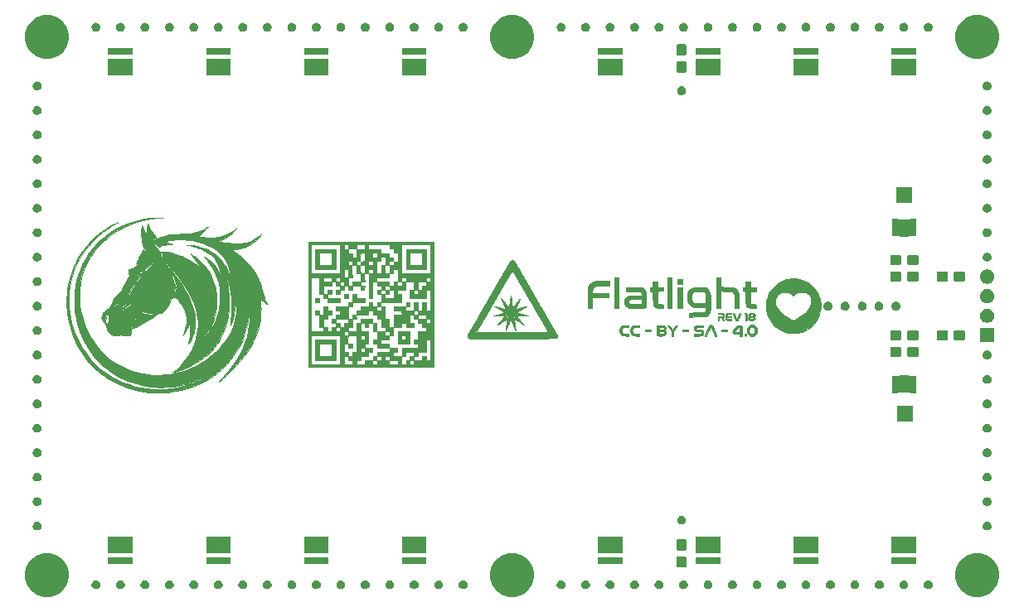
<source format=gbr>
G04 #@! TF.GenerationSoftware,KiCad,Pcbnew,5.1.5*
G04 #@! TF.CreationDate,2019-12-23T15:18:02+01:00*
G04 #@! TF.ProjectId,ledside_rev18A,6c656473-6964-4655-9f72-65763138412e,rev?*
G04 #@! TF.SameCoordinates,Original*
G04 #@! TF.FileFunction,Soldermask,Top*
G04 #@! TF.FilePolarity,Negative*
%FSLAX46Y46*%
G04 Gerber Fmt 4.6, Leading zero omitted, Abs format (unit mm)*
G04 Created by KiCad (PCBNEW 5.1.5) date 2019-12-23 15:18:02*
%MOMM*%
%LPD*%
G04 APERTURE LIST*
%ADD10C,0.010000*%
%ADD11C,0.100000*%
G04 APERTURE END LIST*
D10*
G36*
X61230333Y-46244000D02*
G01*
X59156000Y-46244000D01*
X59156000Y-44571834D01*
X59537000Y-44571834D01*
X59537000Y-45841834D01*
X60828166Y-45841834D01*
X60828166Y-44571834D01*
X59537000Y-44571834D01*
X59156000Y-44571834D01*
X59156000Y-44169667D01*
X61230333Y-44169667D01*
X61230333Y-46244000D01*
G37*
X61230333Y-46244000D02*
X59156000Y-46244000D01*
X59156000Y-44571834D01*
X59537000Y-44571834D01*
X59537000Y-45841834D01*
X60828166Y-45841834D01*
X60828166Y-44571834D01*
X59537000Y-44571834D01*
X59156000Y-44571834D01*
X59156000Y-44169667D01*
X61230333Y-44169667D01*
X61230333Y-46244000D01*
G36*
X51959333Y-46244000D02*
G01*
X49885000Y-46244000D01*
X49885000Y-44571834D01*
X50287166Y-44571834D01*
X50287166Y-45841834D01*
X51557166Y-45841834D01*
X51557166Y-44571834D01*
X50287166Y-44571834D01*
X49885000Y-44571834D01*
X49885000Y-44169667D01*
X51959333Y-44169667D01*
X51959333Y-46244000D01*
G37*
X51959333Y-46244000D02*
X49885000Y-46244000D01*
X49885000Y-44571834D01*
X50287166Y-44571834D01*
X50287166Y-45841834D01*
X51557166Y-45841834D01*
X51557166Y-44571834D01*
X50287166Y-44571834D01*
X49885000Y-44571834D01*
X49885000Y-44169667D01*
X51959333Y-44169667D01*
X51959333Y-46244000D01*
G36*
X54488750Y-45852417D02*
G01*
X54494498Y-46259875D01*
X54500247Y-46667334D01*
X54097166Y-46667334D01*
X54097166Y-45840245D01*
X54488750Y-45852417D01*
G37*
X54488750Y-45852417D02*
X54494498Y-46259875D01*
X54500247Y-46667334D01*
X54097166Y-46667334D01*
X54097166Y-45840245D01*
X54488750Y-45852417D01*
G36*
X54716291Y-46692998D02*
G01*
X54912083Y-46699084D01*
X54917832Y-47106542D01*
X54923580Y-47514000D01*
X54520500Y-47514000D01*
X54520500Y-46686912D01*
X54716291Y-46692998D01*
G37*
X54716291Y-46692998D02*
X54912083Y-46699084D01*
X54917832Y-47106542D01*
X54923580Y-47514000D01*
X54520500Y-47514000D01*
X54520500Y-46686912D01*
X54716291Y-46692998D01*
G36*
X54499333Y-47937334D02*
G01*
X53673833Y-47937334D01*
X53673833Y-47535167D01*
X54499333Y-47535167D01*
X54499333Y-47937334D01*
G37*
X54499333Y-47937334D02*
X53673833Y-47937334D01*
X53673833Y-47535167D01*
X54499333Y-47535167D01*
X54499333Y-47937334D01*
G36*
X52382666Y-47937334D02*
G01*
X51980500Y-47937334D01*
X51980500Y-47535167D01*
X52382666Y-47535167D01*
X52382666Y-47937334D01*
G37*
X52382666Y-47937334D02*
X51980500Y-47937334D01*
X51980500Y-47535167D01*
X52382666Y-47535167D01*
X52382666Y-47937334D01*
G36*
X57441500Y-47937334D02*
G01*
X57018166Y-47937334D01*
X57018166Y-48360667D01*
X56616000Y-48360667D01*
X56616000Y-47937334D01*
X56192666Y-47937334D01*
X56192666Y-47535167D01*
X57441500Y-47535167D01*
X57441500Y-47937334D01*
G37*
X57441500Y-47937334D02*
X57018166Y-47937334D01*
X57018166Y-48360667D01*
X56616000Y-48360667D01*
X56616000Y-47937334D01*
X56192666Y-47937334D01*
X56192666Y-47535167D01*
X57441500Y-47535167D01*
X57441500Y-47937334D01*
G36*
X54912083Y-48350084D02*
G01*
X54716291Y-48356169D01*
X54520500Y-48362255D01*
X54520500Y-47958500D01*
X54924255Y-47958500D01*
X54912083Y-48350084D01*
G37*
X54912083Y-48350084D02*
X54716291Y-48356169D01*
X54520500Y-48362255D01*
X54520500Y-47958500D01*
X54924255Y-47958500D01*
X54912083Y-48350084D01*
G36*
X53652666Y-48360667D02*
G01*
X53250500Y-48360667D01*
X53250500Y-47958500D01*
X53652666Y-47958500D01*
X53652666Y-48360667D01*
G37*
X53652666Y-48360667D02*
X53250500Y-48360667D01*
X53250500Y-47958500D01*
X53652666Y-47958500D01*
X53652666Y-48360667D01*
G36*
X52806000Y-48360667D02*
G01*
X52403833Y-48360667D01*
X52403833Y-47958500D01*
X52806000Y-47958500D01*
X52806000Y-48360667D01*
G37*
X52806000Y-48360667D02*
X52403833Y-48360667D01*
X52403833Y-47958500D01*
X52806000Y-47958500D01*
X52806000Y-48360667D01*
G36*
X57441500Y-48784000D02*
G01*
X57039333Y-48784000D01*
X57039333Y-48381834D01*
X57441500Y-48381834D01*
X57441500Y-48784000D01*
G37*
X57441500Y-48784000D02*
X57039333Y-48784000D01*
X57039333Y-48381834D01*
X57441500Y-48381834D01*
X57441500Y-48784000D01*
G36*
X56594833Y-48784000D02*
G01*
X56192666Y-48784000D01*
X56192666Y-48381834D01*
X56594833Y-48381834D01*
X56594833Y-48784000D01*
G37*
X56594833Y-48784000D02*
X56192666Y-48784000D01*
X56192666Y-48381834D01*
X56594833Y-48381834D01*
X56594833Y-48784000D01*
G36*
X52382666Y-48784000D02*
G01*
X52195694Y-48784000D01*
X52110516Y-48782499D01*
X52042171Y-48778486D01*
X52001175Y-48772700D01*
X51994611Y-48769889D01*
X51988295Y-48743679D01*
X51983440Y-48685657D01*
X51980783Y-48606339D01*
X51980500Y-48568806D01*
X51980500Y-48381834D01*
X52382666Y-48381834D01*
X52382666Y-48784000D01*
G37*
X52382666Y-48784000D02*
X52195694Y-48784000D01*
X52110516Y-48782499D01*
X52042171Y-48778486D01*
X52001175Y-48772700D01*
X51994611Y-48769889D01*
X51988295Y-48743679D01*
X51983440Y-48685657D01*
X51980783Y-48606339D01*
X51980500Y-48568806D01*
X51980500Y-48381834D01*
X52382666Y-48381834D01*
X52382666Y-48784000D01*
G36*
X51536000Y-48784000D02*
G01*
X51155000Y-48784000D01*
X51155000Y-48381834D01*
X51536000Y-48381834D01*
X51536000Y-48784000D01*
G37*
X51536000Y-48784000D02*
X51155000Y-48784000D01*
X51155000Y-48381834D01*
X51536000Y-48381834D01*
X51536000Y-48784000D01*
G36*
X53229333Y-49207334D02*
G01*
X52827166Y-49207334D01*
X52827166Y-48805167D01*
X53229333Y-48805167D01*
X53229333Y-49207334D01*
G37*
X53229333Y-49207334D02*
X52827166Y-49207334D01*
X52827166Y-48805167D01*
X53229333Y-48805167D01*
X53229333Y-49207334D01*
G36*
X51112666Y-49207334D02*
G01*
X50731666Y-49207334D01*
X50731666Y-48805167D01*
X51112666Y-48805167D01*
X51112666Y-49207334D01*
G37*
X51112666Y-49207334D02*
X50731666Y-49207334D01*
X50731666Y-48805167D01*
X51112666Y-48805167D01*
X51112666Y-49207334D01*
G36*
X59124250Y-47545750D02*
G01*
X59124250Y-48350084D01*
X58288166Y-48361562D01*
X58288166Y-48805167D01*
X58711500Y-48805167D01*
X58711500Y-49609500D01*
X56616000Y-49609500D01*
X56616000Y-48805167D01*
X57018166Y-48805167D01*
X57018166Y-49228500D01*
X57886000Y-49228500D01*
X57886000Y-48360667D01*
X57462666Y-48360667D01*
X57462666Y-47958500D01*
X57886000Y-47958500D01*
X57886000Y-47535167D01*
X58288166Y-47535167D01*
X58288166Y-47958500D01*
X58732666Y-47958500D01*
X58732666Y-47533578D01*
X59124250Y-47545750D01*
G37*
X59124250Y-47545750D02*
X59124250Y-48350084D01*
X58288166Y-48361562D01*
X58288166Y-48805167D01*
X58711500Y-48805167D01*
X58711500Y-49609500D01*
X56616000Y-49609500D01*
X56616000Y-48805167D01*
X57018166Y-48805167D01*
X57018166Y-49228500D01*
X57886000Y-49228500D01*
X57886000Y-48360667D01*
X57462666Y-48360667D01*
X57462666Y-47958500D01*
X57886000Y-47958500D01*
X57886000Y-47535167D01*
X58288166Y-47535167D01*
X58288166Y-47958500D01*
X58732666Y-47958500D01*
X58732666Y-47533578D01*
X59124250Y-47545750D01*
G36*
X54076000Y-49228500D02*
G01*
X54922666Y-49228500D01*
X54922666Y-49609500D01*
X53673833Y-49609500D01*
X53673833Y-48805167D01*
X54076000Y-48805167D01*
X54076000Y-49228500D01*
G37*
X54076000Y-49228500D02*
X54922666Y-49228500D01*
X54922666Y-49609500D01*
X53673833Y-49609500D01*
X53673833Y-48805167D01*
X54076000Y-48805167D01*
X54076000Y-49228500D01*
G36*
X52382666Y-49609500D02*
G01*
X51155000Y-49609500D01*
X51155000Y-49228500D01*
X52382666Y-49228500D01*
X52382666Y-49609500D01*
G37*
X52382666Y-49609500D02*
X51155000Y-49609500D01*
X51155000Y-49228500D01*
X52382666Y-49228500D01*
X52382666Y-49609500D01*
G36*
X50287166Y-49609500D02*
G01*
X49885000Y-49609500D01*
X49885000Y-49228500D01*
X50287166Y-49228500D01*
X50287166Y-49609500D01*
G37*
X50287166Y-49609500D02*
X49885000Y-49609500D01*
X49885000Y-49228500D01*
X50287166Y-49228500D01*
X50287166Y-49609500D01*
G36*
X59537000Y-50032834D02*
G01*
X59156000Y-50032834D01*
X59156000Y-49651834D01*
X59537000Y-49651834D01*
X59537000Y-50032834D01*
G37*
X59537000Y-50032834D02*
X59156000Y-50032834D01*
X59156000Y-49651834D01*
X59537000Y-49651834D01*
X59537000Y-50032834D01*
G36*
X56594833Y-50032834D02*
G01*
X56192666Y-50032834D01*
X56192666Y-49651834D01*
X56594833Y-49651834D01*
X56594833Y-50032834D01*
G37*
X56594833Y-50032834D02*
X56192666Y-50032834D01*
X56192666Y-49651834D01*
X56594833Y-49651834D01*
X56594833Y-50032834D01*
G36*
X53652666Y-50032834D02*
G01*
X53250500Y-50032834D01*
X53250500Y-49651834D01*
X53652666Y-49651834D01*
X53652666Y-50032834D01*
G37*
X53652666Y-50032834D02*
X53250500Y-50032834D01*
X53250500Y-49651834D01*
X53652666Y-49651834D01*
X53652666Y-50032834D01*
G36*
X60383666Y-50456167D02*
G01*
X59981500Y-50456167D01*
X59981500Y-49651834D01*
X60383666Y-49651834D01*
X60383666Y-50456167D01*
G37*
X60383666Y-50456167D02*
X59981500Y-50456167D01*
X59981500Y-49651834D01*
X60383666Y-49651834D01*
X60383666Y-50456167D01*
G36*
X50080791Y-50481831D02*
G01*
X50276583Y-50487917D01*
X50282669Y-50683709D01*
X50288755Y-50879500D01*
X49885000Y-50879500D01*
X49885000Y-50475745D01*
X50080791Y-50481831D01*
G37*
X50080791Y-50481831D02*
X50276583Y-50487917D01*
X50282669Y-50683709D01*
X50288755Y-50879500D01*
X49885000Y-50879500D01*
X49885000Y-50475745D01*
X50080791Y-50481831D01*
G36*
X60383666Y-51302834D02*
G01*
X59979911Y-51302834D01*
X59992083Y-50911250D01*
X60187875Y-50905164D01*
X60383666Y-50899078D01*
X60383666Y-51302834D01*
G37*
X60383666Y-51302834D02*
X59979911Y-51302834D01*
X59992083Y-50911250D01*
X60187875Y-50905164D01*
X60383666Y-50899078D01*
X60383666Y-51302834D01*
G36*
X53869625Y-50905164D02*
G01*
X54065416Y-50911250D01*
X54077588Y-51302834D01*
X53673833Y-51302834D01*
X53673833Y-50899078D01*
X53869625Y-50905164D01*
G37*
X53869625Y-50905164D02*
X54065416Y-50911250D01*
X54077588Y-51302834D01*
X53673833Y-51302834D01*
X53673833Y-50899078D01*
X53869625Y-50905164D01*
G36*
X53229333Y-51302834D02*
G01*
X51978911Y-51302834D01*
X51991083Y-50911250D01*
X52403833Y-50899134D01*
X52403833Y-50456167D01*
X51978911Y-50456167D01*
X51984997Y-50260375D01*
X51991083Y-50064584D01*
X52610208Y-50058972D01*
X53229333Y-50053361D01*
X53229333Y-51302834D01*
G37*
X53229333Y-51302834D02*
X51978911Y-51302834D01*
X51991083Y-50911250D01*
X52403833Y-50899134D01*
X52403833Y-50456167D01*
X51978911Y-50456167D01*
X51984997Y-50260375D01*
X51991083Y-50064584D01*
X52610208Y-50058972D01*
X53229333Y-50053361D01*
X53229333Y-51302834D01*
G36*
X51959333Y-51726167D02*
G01*
X51555578Y-51726167D01*
X51561664Y-51530375D01*
X51567750Y-51334584D01*
X51763541Y-51328498D01*
X51959333Y-51322412D01*
X51959333Y-51726167D01*
G37*
X51959333Y-51726167D02*
X51555578Y-51726167D01*
X51561664Y-51530375D01*
X51567750Y-51334584D01*
X51763541Y-51328498D01*
X51959333Y-51322412D01*
X51959333Y-51726167D01*
G36*
X58505125Y-50058972D02*
G01*
X59124250Y-50064584D01*
X59136366Y-50477334D01*
X59960333Y-50477334D01*
X59960333Y-50877967D01*
X59753958Y-50884025D01*
X59547583Y-50890084D01*
X59536123Y-51747334D01*
X59960333Y-51747334D01*
X59960333Y-52149500D01*
X59156000Y-52149500D01*
X59156000Y-51726167D01*
X58713032Y-51726167D01*
X58700916Y-52138917D01*
X58293458Y-52144666D01*
X57886000Y-52150414D01*
X57886000Y-50900667D01*
X58734147Y-50900667D01*
X58728115Y-50683709D01*
X58722083Y-50466750D01*
X58304041Y-50461011D01*
X57886000Y-50455272D01*
X57886000Y-50053361D01*
X58505125Y-50058972D01*
G37*
X58505125Y-50058972D02*
X59124250Y-50064584D01*
X59136366Y-50477334D01*
X59960333Y-50477334D01*
X59960333Y-50877967D01*
X59753958Y-50884025D01*
X59547583Y-50890084D01*
X59536123Y-51747334D01*
X59960333Y-51747334D01*
X59960333Y-52149500D01*
X59156000Y-52149500D01*
X59156000Y-51726167D01*
X58713032Y-51726167D01*
X58700916Y-52138917D01*
X58293458Y-52144666D01*
X57886000Y-52150414D01*
X57886000Y-50900667D01*
X58734147Y-50900667D01*
X58728115Y-50683709D01*
X58722083Y-50466750D01*
X58304041Y-50461011D01*
X57886000Y-50455272D01*
X57886000Y-50053361D01*
X58505125Y-50058972D01*
G36*
X55748166Y-51726167D02*
G01*
X55324833Y-51726167D01*
X55324833Y-52149500D01*
X54943833Y-52149500D01*
X54943833Y-51726167D01*
X54520500Y-51726167D01*
X54520500Y-51324000D01*
X55748166Y-51324000D01*
X55748166Y-51726167D01*
G37*
X55748166Y-51726167D02*
X55324833Y-51726167D01*
X55324833Y-52149500D01*
X54943833Y-52149500D01*
X54943833Y-51726167D01*
X54520500Y-51726167D01*
X54520500Y-51324000D01*
X55748166Y-51324000D01*
X55748166Y-51726167D01*
G36*
X52382666Y-52149500D02*
G01*
X51980500Y-52149500D01*
X51980500Y-51747334D01*
X52382666Y-51747334D01*
X52382666Y-52149500D01*
G37*
X52382666Y-52149500D02*
X51980500Y-52149500D01*
X51980500Y-51747334D01*
X52382666Y-51747334D01*
X52382666Y-52149500D01*
G36*
X51112666Y-50477334D02*
G01*
X51536000Y-50477334D01*
X51536000Y-50877967D01*
X51329625Y-50884025D01*
X51123250Y-50890084D01*
X51117191Y-51096459D01*
X51111133Y-51302834D01*
X50710500Y-51302834D01*
X50710500Y-52149500D01*
X50308333Y-52149500D01*
X50308333Y-50900667D01*
X50731666Y-50900667D01*
X50731666Y-50054000D01*
X51112666Y-50054000D01*
X51112666Y-50477334D01*
G37*
X51112666Y-50477334D02*
X51536000Y-50477334D01*
X51536000Y-50877967D01*
X51329625Y-50884025D01*
X51123250Y-50890084D01*
X51117191Y-51096459D01*
X51111133Y-51302834D01*
X50710500Y-51302834D01*
X50710500Y-52149500D01*
X50308333Y-52149500D01*
X50308333Y-50900667D01*
X50731666Y-50900667D01*
X50731666Y-50054000D01*
X51112666Y-50054000D01*
X51112666Y-50477334D01*
G36*
X56171500Y-52572834D02*
G01*
X55984527Y-52572834D01*
X55899349Y-52571332D01*
X55831004Y-52567319D01*
X55790008Y-52561534D01*
X55783444Y-52558722D01*
X55779015Y-52534061D01*
X55775156Y-52473909D01*
X55772099Y-52385107D01*
X55770081Y-52274497D01*
X55769333Y-52148921D01*
X55769333Y-51747334D01*
X56171500Y-51747334D01*
X56171500Y-52572834D01*
G37*
X56171500Y-52572834D02*
X55984527Y-52572834D01*
X55899349Y-52571332D01*
X55831004Y-52567319D01*
X55790008Y-52561534D01*
X55783444Y-52558722D01*
X55779015Y-52534061D01*
X55775156Y-52473909D01*
X55772099Y-52385107D01*
X55770081Y-52274497D01*
X55769333Y-52148921D01*
X55769333Y-51747334D01*
X56171500Y-51747334D01*
X56171500Y-52572834D01*
G36*
X55748166Y-50054000D02*
G01*
X56171500Y-50054000D01*
X56171500Y-50477334D01*
X56614467Y-50477334D01*
X56626583Y-50064584D01*
X56822375Y-50058498D01*
X57018166Y-50052412D01*
X57018166Y-51324000D01*
X57441500Y-51324000D01*
X57441500Y-52170667D01*
X57864833Y-52170667D01*
X57864833Y-52996167D01*
X57462666Y-52996167D01*
X57462666Y-52572834D01*
X57039333Y-52572834D01*
X57039333Y-52149500D01*
X56616000Y-52149500D01*
X56616000Y-51302834D01*
X56192666Y-51302834D01*
X56192666Y-50879500D01*
X55769333Y-50879500D01*
X55769333Y-50454686D01*
X55552375Y-50460718D01*
X55335416Y-50466750D01*
X55323300Y-50879500D01*
X54097166Y-50879500D01*
X54097166Y-50477334D01*
X54520500Y-50477334D01*
X54520500Y-50054000D01*
X55346000Y-50054000D01*
X55346000Y-49651834D01*
X55748166Y-49651834D01*
X55748166Y-50054000D01*
G37*
X55748166Y-50054000D02*
X56171500Y-50054000D01*
X56171500Y-50477334D01*
X56614467Y-50477334D01*
X56626583Y-50064584D01*
X56822375Y-50058498D01*
X57018166Y-50052412D01*
X57018166Y-51324000D01*
X57441500Y-51324000D01*
X57441500Y-52170667D01*
X57864833Y-52170667D01*
X57864833Y-52996167D01*
X57462666Y-52996167D01*
X57462666Y-52572834D01*
X57039333Y-52572834D01*
X57039333Y-52149500D01*
X56616000Y-52149500D01*
X56616000Y-51302834D01*
X56192666Y-51302834D01*
X56192666Y-50879500D01*
X55769333Y-50879500D01*
X55769333Y-50454686D01*
X55552375Y-50460718D01*
X55335416Y-50466750D01*
X55323300Y-50879500D01*
X54097166Y-50879500D01*
X54097166Y-50477334D01*
X54520500Y-50477334D01*
X54520500Y-50054000D01*
X55346000Y-50054000D01*
X55346000Y-49651834D01*
X55748166Y-49651834D01*
X55748166Y-50054000D01*
G36*
X59537000Y-53842834D02*
G01*
X58309333Y-53842834D01*
X58309333Y-52996167D01*
X58711500Y-52996167D01*
X58711500Y-53442148D01*
X59145416Y-53430084D01*
X59151448Y-53213125D01*
X59157480Y-52996167D01*
X58711500Y-52996167D01*
X58309333Y-52996167D01*
X58309333Y-52594000D01*
X59537000Y-52594000D01*
X59537000Y-53842834D01*
G37*
X59537000Y-53842834D02*
X58309333Y-53842834D01*
X58309333Y-52996167D01*
X58711500Y-52996167D01*
X58711500Y-53442148D01*
X59145416Y-53430084D01*
X59151448Y-53213125D01*
X59157480Y-52996167D01*
X58711500Y-52996167D01*
X58309333Y-52996167D01*
X58309333Y-52594000D01*
X59537000Y-52594000D01*
X59537000Y-53842834D01*
G36*
X57018166Y-53017334D02*
G01*
X57441500Y-53017334D01*
X57441500Y-53419500D01*
X56594833Y-53419500D01*
X56594833Y-53864000D01*
X57441500Y-53864000D01*
X57441500Y-54245000D01*
X56192666Y-54245000D01*
X56192666Y-53844366D01*
X55779916Y-53832250D01*
X55773830Y-53636459D01*
X55767744Y-53440667D01*
X56192666Y-53440667D01*
X56192666Y-52594000D01*
X57018166Y-52594000D01*
X57018166Y-53017334D01*
G37*
X57018166Y-53017334D02*
X57441500Y-53017334D01*
X57441500Y-53419500D01*
X56594833Y-53419500D01*
X56594833Y-53864000D01*
X57441500Y-53864000D01*
X57441500Y-54245000D01*
X56192666Y-54245000D01*
X56192666Y-53844366D01*
X55779916Y-53832250D01*
X55773830Y-53636459D01*
X55767744Y-53440667D01*
X56192666Y-53440667D01*
X56192666Y-52594000D01*
X57018166Y-52594000D01*
X57018166Y-53017334D01*
G36*
X53652666Y-54245000D02*
G01*
X53250500Y-54245000D01*
X53250500Y-53864000D01*
X53652666Y-53864000D01*
X53652666Y-54245000D01*
G37*
X53652666Y-54245000D02*
X53250500Y-54245000D01*
X53250500Y-53864000D01*
X53652666Y-53864000D01*
X53652666Y-54245000D01*
G36*
X59960333Y-55515000D02*
G01*
X59556578Y-55515000D01*
X59562664Y-55319209D01*
X59568750Y-55123417D01*
X59764541Y-55117331D01*
X59960333Y-55111245D01*
X59960333Y-55515000D01*
G37*
X59960333Y-55515000D02*
X59556578Y-55515000D01*
X59562664Y-55319209D01*
X59568750Y-55123417D01*
X59764541Y-55117331D01*
X59960333Y-55111245D01*
X59960333Y-55515000D01*
G36*
X56171500Y-55515000D02*
G01*
X55767744Y-55515000D01*
X55773830Y-55319209D01*
X55779916Y-55123417D01*
X56171500Y-55111245D01*
X56171500Y-55515000D01*
G37*
X56171500Y-55515000D02*
X55767744Y-55515000D01*
X55773830Y-55319209D01*
X55779916Y-55123417D01*
X56171500Y-55111245D01*
X56171500Y-55515000D01*
G36*
X51959333Y-55515000D02*
G01*
X49885000Y-55515000D01*
X49885000Y-53842834D01*
X50287166Y-53842834D01*
X50287166Y-55112834D01*
X51557166Y-55112834D01*
X51557166Y-53842834D01*
X50287166Y-53842834D01*
X49885000Y-53842834D01*
X49885000Y-53440667D01*
X51959333Y-53440667D01*
X51959333Y-55515000D01*
G37*
X51959333Y-55515000D02*
X49885000Y-55515000D01*
X49885000Y-53842834D01*
X50287166Y-53842834D01*
X50287166Y-55112834D01*
X51557166Y-55112834D01*
X51557166Y-53842834D01*
X50287166Y-53842834D01*
X49885000Y-53842834D01*
X49885000Y-53440667D01*
X51959333Y-53440667D01*
X51959333Y-55515000D01*
G36*
X62013500Y-56192334D02*
G01*
X49186500Y-56192334D01*
X49186500Y-52996167D01*
X49440500Y-52996167D01*
X49440500Y-55959500D01*
X52403833Y-55959500D01*
X52403833Y-52996167D01*
X49440500Y-52996167D01*
X49186500Y-52996167D01*
X49186500Y-47090667D01*
X49440500Y-47090667D01*
X49440500Y-52594000D01*
X50731666Y-52594000D01*
X50731666Y-52170667D01*
X51112666Y-52170667D01*
X51112666Y-52594000D01*
X51557166Y-52594000D01*
X51557166Y-52170667D01*
X51959333Y-52170667D01*
X51959333Y-52594000D01*
X52403833Y-52594000D01*
X52403833Y-52170667D01*
X52827166Y-52170667D01*
X52827166Y-51747334D01*
X53250500Y-51747334D01*
X53250500Y-51324000D01*
X53652666Y-51324000D01*
X53652666Y-52149500D01*
X53229333Y-52149500D01*
X53229333Y-52572834D01*
X52806000Y-52572834D01*
X52806000Y-53017334D01*
X53230247Y-53017334D01*
X53224498Y-53424792D01*
X53218750Y-53832250D01*
X52806000Y-53844366D01*
X52806000Y-54689500D01*
X53229333Y-54689500D01*
X53229333Y-55091667D01*
X52806000Y-55091667D01*
X52806000Y-55959500D01*
X53673833Y-55959500D01*
X53673833Y-55515000D01*
X53250500Y-55515000D01*
X53250500Y-55112834D01*
X53673833Y-55112834D01*
X53673833Y-54689500D01*
X54097166Y-54689500D01*
X54097166Y-52996167D01*
X54499333Y-52996167D01*
X54499333Y-53442148D01*
X54716291Y-53436116D01*
X54933250Y-53430084D01*
X54939282Y-53213125D01*
X54945314Y-52996167D01*
X54499333Y-52996167D01*
X54097166Y-52996167D01*
X53250500Y-52996167D01*
X53250500Y-52594000D01*
X54097166Y-52594000D01*
X54097166Y-51747334D01*
X54499333Y-51747334D01*
X54499333Y-52594000D01*
X55324833Y-52594000D01*
X55324833Y-53842834D01*
X54922666Y-53842834D01*
X54922666Y-54245000D01*
X54499333Y-54245000D01*
X54499333Y-54689500D01*
X54943833Y-54689500D01*
X54943833Y-54287334D01*
X55748166Y-54287334D01*
X55748166Y-54666801D01*
X55335416Y-54678917D01*
X55323300Y-55091667D01*
X54499333Y-55091667D01*
X54499333Y-55515000D01*
X54076000Y-55515000D01*
X54076000Y-55959500D01*
X54943833Y-55959500D01*
X54943833Y-55536167D01*
X55748166Y-55536167D01*
X55748166Y-55959500D01*
X56192666Y-55959500D01*
X56192666Y-55536167D01*
X56616000Y-55536167D01*
X56616000Y-55091667D01*
X57018166Y-55091667D01*
X57018166Y-55536167D01*
X57441500Y-55536167D01*
X57441500Y-55959500D01*
X58309333Y-55959500D01*
X58309333Y-55515000D01*
X57462666Y-55515000D01*
X57462666Y-55091667D01*
X57018166Y-55091667D01*
X56616000Y-55091667D01*
X56191078Y-55091667D01*
X56197164Y-54895875D01*
X56203250Y-54700084D01*
X57462666Y-54688870D01*
X57462666Y-54287334D01*
X58288166Y-54287334D01*
X58288166Y-54668334D01*
X57864833Y-54668334D01*
X57864833Y-55111939D01*
X58282875Y-55117678D01*
X58700916Y-55123417D01*
X58706655Y-55541459D01*
X58712394Y-55959500D01*
X59156000Y-55959500D01*
X59156000Y-55536167D01*
X59537000Y-55536167D01*
X59537000Y-55959500D01*
X59979967Y-55959500D01*
X59992083Y-55546750D01*
X60410125Y-55541011D01*
X60828166Y-55535272D01*
X60828166Y-55112834D01*
X61230333Y-55112834D01*
X61230333Y-55536167D01*
X61674833Y-55536167D01*
X61674833Y-53419500D01*
X61230333Y-53419500D01*
X61230333Y-54668334D01*
X60383666Y-54668334D01*
X60383666Y-55091667D01*
X59981500Y-55091667D01*
X59981500Y-54668334D01*
X59134833Y-54668334D01*
X59134833Y-55091667D01*
X58732666Y-55091667D01*
X58732666Y-54287334D01*
X60404833Y-54287334D01*
X60404833Y-53844366D01*
X59992083Y-53832250D01*
X59985997Y-53636459D01*
X59979911Y-53440667D01*
X60404833Y-53440667D01*
X60404833Y-52594000D01*
X61251500Y-52594000D01*
X61251500Y-52149500D01*
X60828166Y-52149500D01*
X60828166Y-51726167D01*
X60404833Y-51726167D01*
X60404833Y-51324000D01*
X61230333Y-51324000D01*
X61230333Y-51747334D01*
X61674833Y-51747334D01*
X61674833Y-51302834D01*
X61251500Y-51302834D01*
X61251500Y-50879500D01*
X60403244Y-50879500D01*
X60409330Y-50683709D01*
X60415416Y-50487917D01*
X60828166Y-50475801D01*
X60828166Y-49651834D01*
X61230333Y-49651834D01*
X61230333Y-50477334D01*
X61674833Y-50477334D01*
X61674833Y-48360667D01*
X61230333Y-48360667D01*
X61230333Y-49207825D01*
X60399541Y-49202288D01*
X59568750Y-49196750D01*
X59557252Y-48381834D01*
X59960333Y-48381834D01*
X59960333Y-48805167D01*
X60404833Y-48805167D01*
X60404833Y-48381834D01*
X60828166Y-48381834D01*
X60828166Y-47958500D01*
X61251500Y-47958500D01*
X61251500Y-47535167D01*
X61674833Y-47535167D01*
X61674833Y-47090667D01*
X61230333Y-47090667D01*
X61230333Y-47514000D01*
X60383666Y-47514000D01*
X60383666Y-48362255D01*
X60187875Y-48356169D01*
X59992083Y-48350084D01*
X59980605Y-47514000D01*
X59156000Y-47514000D01*
X59156000Y-47090667D01*
X58711500Y-47090667D01*
X58711500Y-47514000D01*
X58309333Y-47514000D01*
X58309333Y-46244000D01*
X57864833Y-46244000D01*
X57864833Y-46667334D01*
X57462666Y-46667334D01*
X57462666Y-45841834D01*
X57886000Y-45841834D01*
X57886000Y-45439667D01*
X58309333Y-45439667D01*
X58309333Y-44571834D01*
X57886000Y-44571834D01*
X57886000Y-44148500D01*
X57462666Y-44148500D01*
X57462666Y-43725167D01*
X58711500Y-43725167D01*
X58711500Y-46688500D01*
X61674833Y-46688500D01*
X61674833Y-43725167D01*
X58711500Y-43725167D01*
X57462666Y-43725167D01*
X55324833Y-43725167D01*
X55324833Y-44169667D01*
X56594833Y-44169667D01*
X56594833Y-44593000D01*
X57441500Y-44593000D01*
X57441500Y-45016334D01*
X57866421Y-45016334D01*
X57860335Y-45212125D01*
X57854250Y-45407917D01*
X57441500Y-45420033D01*
X57441500Y-45820667D01*
X57039333Y-45820667D01*
X57039333Y-44995167D01*
X56594833Y-44995167D01*
X56594833Y-45418500D01*
X56171500Y-45418500D01*
X56171500Y-46688500D01*
X56615105Y-46688500D01*
X56620844Y-46270459D01*
X56626583Y-45852417D01*
X57007583Y-45852417D01*
X57013322Y-46270459D01*
X57019061Y-46688500D01*
X57441500Y-46688500D01*
X57441500Y-47090667D01*
X56171500Y-47090667D01*
X56171500Y-47514000D01*
X55748166Y-47514000D01*
X55748166Y-49208922D01*
X55552375Y-49202836D01*
X55356583Y-49196750D01*
X55356583Y-46699084D01*
X55562958Y-46693025D01*
X55769333Y-46686967D01*
X55769333Y-46242519D01*
X55552375Y-46248551D01*
X55335416Y-46254584D01*
X55323300Y-46667334D01*
X54944728Y-46667334D01*
X54933396Y-45841834D01*
X55323352Y-45841834D01*
X55769333Y-45841834D01*
X55769333Y-45395853D01*
X55552375Y-45401885D01*
X55335416Y-45407917D01*
X55329384Y-45624875D01*
X55323352Y-45841834D01*
X54933396Y-45841834D01*
X54933250Y-45831250D01*
X54520500Y-45819134D01*
X54520500Y-45441200D01*
X54933250Y-45429084D01*
X54938979Y-45000458D01*
X54944708Y-44571834D01*
X55748166Y-44571834D01*
X55748166Y-45016334D01*
X56192666Y-45016334D01*
X56192666Y-44571834D01*
X55748166Y-44571834D01*
X54944708Y-44571834D01*
X54944709Y-44571833D01*
X54722469Y-44571833D01*
X54500228Y-44571834D01*
X54494489Y-44989875D01*
X54488750Y-45407917D01*
X54076000Y-45420033D01*
X54076000Y-45820667D01*
X53673833Y-45820667D01*
X53673833Y-45418500D01*
X53229333Y-45418500D01*
X53229333Y-45840301D01*
X53642083Y-45852417D01*
X53647694Y-46471542D01*
X53653306Y-47090667D01*
X53250500Y-47090667D01*
X53250500Y-46244000D01*
X52806000Y-46244000D01*
X52806000Y-47111834D01*
X53229333Y-47111834D01*
X53229333Y-47937334D01*
X52827166Y-47937334D01*
X52827166Y-47514000D01*
X52403833Y-47514000D01*
X52403833Y-47090667D01*
X51959333Y-47090667D01*
X51959333Y-47514000D01*
X51557166Y-47514000D01*
X51557166Y-47090667D01*
X50710500Y-47090667D01*
X50710500Y-47535167D01*
X51536000Y-47535167D01*
X51536000Y-47937334D01*
X50711394Y-47937334D01*
X50705655Y-48355375D01*
X50699916Y-48773417D01*
X50504125Y-48779503D01*
X50308333Y-48785589D01*
X50308333Y-47090667D01*
X49440500Y-47090667D01*
X49186500Y-47090667D01*
X49186500Y-43725167D01*
X49440500Y-43725167D01*
X49440500Y-46688500D01*
X52403833Y-46688500D01*
X52403833Y-43725167D01*
X52806000Y-43725167D01*
X52806000Y-44169667D01*
X53229333Y-44169667D01*
X53229333Y-44593000D01*
X53652666Y-44593000D01*
X53652666Y-45016334D01*
X54097166Y-45016334D01*
X54097166Y-44169667D01*
X54943833Y-44169667D01*
X54943833Y-43725167D01*
X54076000Y-43725167D01*
X54076000Y-44148500D01*
X53250500Y-44148500D01*
X53250500Y-43725167D01*
X52806000Y-43725167D01*
X52403833Y-43725167D01*
X49440500Y-43725167D01*
X49186500Y-43725167D01*
X49186500Y-43428834D01*
X62013500Y-43428834D01*
X62013500Y-56192334D01*
G37*
X62013500Y-56192334D02*
X49186500Y-56192334D01*
X49186500Y-52996167D01*
X49440500Y-52996167D01*
X49440500Y-55959500D01*
X52403833Y-55959500D01*
X52403833Y-52996167D01*
X49440500Y-52996167D01*
X49186500Y-52996167D01*
X49186500Y-47090667D01*
X49440500Y-47090667D01*
X49440500Y-52594000D01*
X50731666Y-52594000D01*
X50731666Y-52170667D01*
X51112666Y-52170667D01*
X51112666Y-52594000D01*
X51557166Y-52594000D01*
X51557166Y-52170667D01*
X51959333Y-52170667D01*
X51959333Y-52594000D01*
X52403833Y-52594000D01*
X52403833Y-52170667D01*
X52827166Y-52170667D01*
X52827166Y-51747334D01*
X53250500Y-51747334D01*
X53250500Y-51324000D01*
X53652666Y-51324000D01*
X53652666Y-52149500D01*
X53229333Y-52149500D01*
X53229333Y-52572834D01*
X52806000Y-52572834D01*
X52806000Y-53017334D01*
X53230247Y-53017334D01*
X53224498Y-53424792D01*
X53218750Y-53832250D01*
X52806000Y-53844366D01*
X52806000Y-54689500D01*
X53229333Y-54689500D01*
X53229333Y-55091667D01*
X52806000Y-55091667D01*
X52806000Y-55959500D01*
X53673833Y-55959500D01*
X53673833Y-55515000D01*
X53250500Y-55515000D01*
X53250500Y-55112834D01*
X53673833Y-55112834D01*
X53673833Y-54689500D01*
X54097166Y-54689500D01*
X54097166Y-52996167D01*
X54499333Y-52996167D01*
X54499333Y-53442148D01*
X54716291Y-53436116D01*
X54933250Y-53430084D01*
X54939282Y-53213125D01*
X54945314Y-52996167D01*
X54499333Y-52996167D01*
X54097166Y-52996167D01*
X53250500Y-52996167D01*
X53250500Y-52594000D01*
X54097166Y-52594000D01*
X54097166Y-51747334D01*
X54499333Y-51747334D01*
X54499333Y-52594000D01*
X55324833Y-52594000D01*
X55324833Y-53842834D01*
X54922666Y-53842834D01*
X54922666Y-54245000D01*
X54499333Y-54245000D01*
X54499333Y-54689500D01*
X54943833Y-54689500D01*
X54943833Y-54287334D01*
X55748166Y-54287334D01*
X55748166Y-54666801D01*
X55335416Y-54678917D01*
X55323300Y-55091667D01*
X54499333Y-55091667D01*
X54499333Y-55515000D01*
X54076000Y-55515000D01*
X54076000Y-55959500D01*
X54943833Y-55959500D01*
X54943833Y-55536167D01*
X55748166Y-55536167D01*
X55748166Y-55959500D01*
X56192666Y-55959500D01*
X56192666Y-55536167D01*
X56616000Y-55536167D01*
X56616000Y-55091667D01*
X57018166Y-55091667D01*
X57018166Y-55536167D01*
X57441500Y-55536167D01*
X57441500Y-55959500D01*
X58309333Y-55959500D01*
X58309333Y-55515000D01*
X57462666Y-55515000D01*
X57462666Y-55091667D01*
X57018166Y-55091667D01*
X56616000Y-55091667D01*
X56191078Y-55091667D01*
X56197164Y-54895875D01*
X56203250Y-54700084D01*
X57462666Y-54688870D01*
X57462666Y-54287334D01*
X58288166Y-54287334D01*
X58288166Y-54668334D01*
X57864833Y-54668334D01*
X57864833Y-55111939D01*
X58282875Y-55117678D01*
X58700916Y-55123417D01*
X58706655Y-55541459D01*
X58712394Y-55959500D01*
X59156000Y-55959500D01*
X59156000Y-55536167D01*
X59537000Y-55536167D01*
X59537000Y-55959500D01*
X59979967Y-55959500D01*
X59992083Y-55546750D01*
X60410125Y-55541011D01*
X60828166Y-55535272D01*
X60828166Y-55112834D01*
X61230333Y-55112834D01*
X61230333Y-55536167D01*
X61674833Y-55536167D01*
X61674833Y-53419500D01*
X61230333Y-53419500D01*
X61230333Y-54668334D01*
X60383666Y-54668334D01*
X60383666Y-55091667D01*
X59981500Y-55091667D01*
X59981500Y-54668334D01*
X59134833Y-54668334D01*
X59134833Y-55091667D01*
X58732666Y-55091667D01*
X58732666Y-54287334D01*
X60404833Y-54287334D01*
X60404833Y-53844366D01*
X59992083Y-53832250D01*
X59985997Y-53636459D01*
X59979911Y-53440667D01*
X60404833Y-53440667D01*
X60404833Y-52594000D01*
X61251500Y-52594000D01*
X61251500Y-52149500D01*
X60828166Y-52149500D01*
X60828166Y-51726167D01*
X60404833Y-51726167D01*
X60404833Y-51324000D01*
X61230333Y-51324000D01*
X61230333Y-51747334D01*
X61674833Y-51747334D01*
X61674833Y-51302834D01*
X61251500Y-51302834D01*
X61251500Y-50879500D01*
X60403244Y-50879500D01*
X60409330Y-50683709D01*
X60415416Y-50487917D01*
X60828166Y-50475801D01*
X60828166Y-49651834D01*
X61230333Y-49651834D01*
X61230333Y-50477334D01*
X61674833Y-50477334D01*
X61674833Y-48360667D01*
X61230333Y-48360667D01*
X61230333Y-49207825D01*
X60399541Y-49202288D01*
X59568750Y-49196750D01*
X59557252Y-48381834D01*
X59960333Y-48381834D01*
X59960333Y-48805167D01*
X60404833Y-48805167D01*
X60404833Y-48381834D01*
X60828166Y-48381834D01*
X60828166Y-47958500D01*
X61251500Y-47958500D01*
X61251500Y-47535167D01*
X61674833Y-47535167D01*
X61674833Y-47090667D01*
X61230333Y-47090667D01*
X61230333Y-47514000D01*
X60383666Y-47514000D01*
X60383666Y-48362255D01*
X60187875Y-48356169D01*
X59992083Y-48350084D01*
X59980605Y-47514000D01*
X59156000Y-47514000D01*
X59156000Y-47090667D01*
X58711500Y-47090667D01*
X58711500Y-47514000D01*
X58309333Y-47514000D01*
X58309333Y-46244000D01*
X57864833Y-46244000D01*
X57864833Y-46667334D01*
X57462666Y-46667334D01*
X57462666Y-45841834D01*
X57886000Y-45841834D01*
X57886000Y-45439667D01*
X58309333Y-45439667D01*
X58309333Y-44571834D01*
X57886000Y-44571834D01*
X57886000Y-44148500D01*
X57462666Y-44148500D01*
X57462666Y-43725167D01*
X58711500Y-43725167D01*
X58711500Y-46688500D01*
X61674833Y-46688500D01*
X61674833Y-43725167D01*
X58711500Y-43725167D01*
X57462666Y-43725167D01*
X55324833Y-43725167D01*
X55324833Y-44169667D01*
X56594833Y-44169667D01*
X56594833Y-44593000D01*
X57441500Y-44593000D01*
X57441500Y-45016334D01*
X57866421Y-45016334D01*
X57860335Y-45212125D01*
X57854250Y-45407917D01*
X57441500Y-45420033D01*
X57441500Y-45820667D01*
X57039333Y-45820667D01*
X57039333Y-44995167D01*
X56594833Y-44995167D01*
X56594833Y-45418500D01*
X56171500Y-45418500D01*
X56171500Y-46688500D01*
X56615105Y-46688500D01*
X56620844Y-46270459D01*
X56626583Y-45852417D01*
X57007583Y-45852417D01*
X57013322Y-46270459D01*
X57019061Y-46688500D01*
X57441500Y-46688500D01*
X57441500Y-47090667D01*
X56171500Y-47090667D01*
X56171500Y-47514000D01*
X55748166Y-47514000D01*
X55748166Y-49208922D01*
X55552375Y-49202836D01*
X55356583Y-49196750D01*
X55356583Y-46699084D01*
X55562958Y-46693025D01*
X55769333Y-46686967D01*
X55769333Y-46242519D01*
X55552375Y-46248551D01*
X55335416Y-46254584D01*
X55323300Y-46667334D01*
X54944728Y-46667334D01*
X54933396Y-45841834D01*
X55323352Y-45841834D01*
X55769333Y-45841834D01*
X55769333Y-45395853D01*
X55552375Y-45401885D01*
X55335416Y-45407917D01*
X55329384Y-45624875D01*
X55323352Y-45841834D01*
X54933396Y-45841834D01*
X54933250Y-45831250D01*
X54520500Y-45819134D01*
X54520500Y-45441200D01*
X54933250Y-45429084D01*
X54938979Y-45000458D01*
X54944708Y-44571834D01*
X55748166Y-44571834D01*
X55748166Y-45016334D01*
X56192666Y-45016334D01*
X56192666Y-44571834D01*
X55748166Y-44571834D01*
X54944708Y-44571834D01*
X54944709Y-44571833D01*
X54722469Y-44571833D01*
X54500228Y-44571834D01*
X54494489Y-44989875D01*
X54488750Y-45407917D01*
X54076000Y-45420033D01*
X54076000Y-45820667D01*
X53673833Y-45820667D01*
X53673833Y-45418500D01*
X53229333Y-45418500D01*
X53229333Y-45840301D01*
X53642083Y-45852417D01*
X53647694Y-46471542D01*
X53653306Y-47090667D01*
X53250500Y-47090667D01*
X53250500Y-46244000D01*
X52806000Y-46244000D01*
X52806000Y-47111834D01*
X53229333Y-47111834D01*
X53229333Y-47937334D01*
X52827166Y-47937334D01*
X52827166Y-47514000D01*
X52403833Y-47514000D01*
X52403833Y-47090667D01*
X51959333Y-47090667D01*
X51959333Y-47514000D01*
X51557166Y-47514000D01*
X51557166Y-47090667D01*
X50710500Y-47090667D01*
X50710500Y-47535167D01*
X51536000Y-47535167D01*
X51536000Y-47937334D01*
X50711394Y-47937334D01*
X50705655Y-48355375D01*
X50699916Y-48773417D01*
X50504125Y-48779503D01*
X50308333Y-48785589D01*
X50308333Y-47090667D01*
X49440500Y-47090667D01*
X49186500Y-47090667D01*
X49186500Y-43725167D01*
X49440500Y-43725167D01*
X49440500Y-46688500D01*
X52403833Y-46688500D01*
X52403833Y-43725167D01*
X52806000Y-43725167D01*
X52806000Y-44169667D01*
X53229333Y-44169667D01*
X53229333Y-44593000D01*
X53652666Y-44593000D01*
X53652666Y-45016334D01*
X54097166Y-45016334D01*
X54097166Y-44169667D01*
X54943833Y-44169667D01*
X54943833Y-43725167D01*
X54076000Y-43725167D01*
X54076000Y-44148500D01*
X53250500Y-44148500D01*
X53250500Y-43725167D01*
X52806000Y-43725167D01*
X52403833Y-43725167D01*
X49440500Y-43725167D01*
X49186500Y-43725167D01*
X49186500Y-43428834D01*
X62013500Y-43428834D01*
X62013500Y-56192334D01*
G36*
X32846874Y-41709467D02*
G01*
X32889181Y-41792514D01*
X32930227Y-41887990D01*
X32965511Y-41983621D01*
X32990531Y-42067135D01*
X33000784Y-42126257D01*
X33000833Y-42129185D01*
X33013930Y-42157146D01*
X33050522Y-42211817D01*
X33106559Y-42287761D01*
X33177992Y-42379541D01*
X33260772Y-42481720D01*
X33286367Y-42512574D01*
X33374530Y-42618692D01*
X33455812Y-42717290D01*
X33525415Y-42802486D01*
X33578538Y-42868396D01*
X33610380Y-42909137D01*
X33614251Y-42914417D01*
X33656601Y-42973892D01*
X33608634Y-43005321D01*
X33574686Y-43025048D01*
X33516854Y-43056311D01*
X33444881Y-43094107D01*
X33368511Y-43133432D01*
X33297486Y-43169282D01*
X33241552Y-43196653D01*
X33210450Y-43210541D01*
X33207490Y-43211333D01*
X33193622Y-43195192D01*
X33158518Y-43150234D01*
X33106143Y-43081655D01*
X33040465Y-42994653D01*
X32965449Y-42894423D01*
X32958312Y-42884847D01*
X32880018Y-42777544D01*
X32809241Y-42676397D01*
X32750568Y-42588290D01*
X32708582Y-42520104D01*
X32688011Y-42479139D01*
X32678297Y-42442656D01*
X32673619Y-42399243D01*
X32674266Y-42341421D01*
X32680530Y-42261713D01*
X32692698Y-42152640D01*
X32704289Y-42059500D01*
X32720143Y-41939177D01*
X32735599Y-41829350D01*
X32749343Y-41738824D01*
X32760061Y-41676407D01*
X32764375Y-41656550D01*
X32781111Y-41594018D01*
X32846874Y-41709467D01*
G37*
X32846874Y-41709467D02*
X32889181Y-41792514D01*
X32930227Y-41887990D01*
X32965511Y-41983621D01*
X32990531Y-42067135D01*
X33000784Y-42126257D01*
X33000833Y-42129185D01*
X33013930Y-42157146D01*
X33050522Y-42211817D01*
X33106559Y-42287761D01*
X33177992Y-42379541D01*
X33260772Y-42481720D01*
X33286367Y-42512574D01*
X33374530Y-42618692D01*
X33455812Y-42717290D01*
X33525415Y-42802486D01*
X33578538Y-42868396D01*
X33610380Y-42909137D01*
X33614251Y-42914417D01*
X33656601Y-42973892D01*
X33608634Y-43005321D01*
X33574686Y-43025048D01*
X33516854Y-43056311D01*
X33444881Y-43094107D01*
X33368511Y-43133432D01*
X33297486Y-43169282D01*
X33241552Y-43196653D01*
X33210450Y-43210541D01*
X33207490Y-43211333D01*
X33193622Y-43195192D01*
X33158518Y-43150234D01*
X33106143Y-43081655D01*
X33040465Y-42994653D01*
X32965449Y-42894423D01*
X32958312Y-42884847D01*
X32880018Y-42777544D01*
X32809241Y-42676397D01*
X32750568Y-42588290D01*
X32708582Y-42520104D01*
X32688011Y-42479139D01*
X32678297Y-42442656D01*
X32673619Y-42399243D01*
X32674266Y-42341421D01*
X32680530Y-42261713D01*
X32692698Y-42152640D01*
X32704289Y-42059500D01*
X32720143Y-41939177D01*
X32735599Y-41829350D01*
X32749343Y-41738824D01*
X32760061Y-41676407D01*
X32764375Y-41656550D01*
X32781111Y-41594018D01*
X32846874Y-41709467D01*
G36*
X31047171Y-46547846D02*
G01*
X31121591Y-46562633D01*
X31228596Y-46591567D01*
X31282897Y-46607555D01*
X31409851Y-46643406D01*
X31505408Y-46665065D01*
X31577490Y-46674019D01*
X31628810Y-46672448D01*
X31720250Y-46661255D01*
X31614416Y-46712995D01*
X31541121Y-46746427D01*
X31487513Y-46760790D01*
X31436279Y-46757589D01*
X31370105Y-46738323D01*
X31360416Y-46735030D01*
X31296487Y-46714124D01*
X31210605Y-46687269D01*
X31122291Y-46660556D01*
X31034619Y-46630525D01*
X30982543Y-46603449D01*
X30968833Y-46584690D01*
X30975851Y-46559243D01*
X31000278Y-46546839D01*
X31047171Y-46547846D01*
G37*
X31047171Y-46547846D02*
X31121591Y-46562633D01*
X31228596Y-46591567D01*
X31282897Y-46607555D01*
X31409851Y-46643406D01*
X31505408Y-46665065D01*
X31577490Y-46674019D01*
X31628810Y-46672448D01*
X31720250Y-46661255D01*
X31614416Y-46712995D01*
X31541121Y-46746427D01*
X31487513Y-46760790D01*
X31436279Y-46757589D01*
X31370105Y-46738323D01*
X31360416Y-46735030D01*
X31296487Y-46714124D01*
X31210605Y-46687269D01*
X31122291Y-46660556D01*
X31034619Y-46630525D01*
X30982543Y-46603449D01*
X30968833Y-46584690D01*
X30975851Y-46559243D01*
X31000278Y-46546839D01*
X31047171Y-46547846D01*
G36*
X32214244Y-41748424D02*
G01*
X32242060Y-41799187D01*
X32275899Y-41873687D01*
X32312247Y-41963657D01*
X32347592Y-42060830D01*
X32378420Y-42156938D01*
X32380367Y-42163583D01*
X32393823Y-42210469D01*
X32405696Y-42249776D01*
X32418660Y-42285512D01*
X32435385Y-42321689D01*
X32458545Y-42362317D01*
X32490810Y-42411404D01*
X32534854Y-42472962D01*
X32593349Y-42551000D01*
X32668966Y-42649529D01*
X32764377Y-42772558D01*
X32882255Y-42924097D01*
X32916332Y-42967916D01*
X33090581Y-43192665D01*
X33240965Y-43388133D01*
X33370195Y-43557989D01*
X33480980Y-43705906D01*
X33576032Y-43835555D01*
X33658061Y-43950605D01*
X33729776Y-44054730D01*
X33793888Y-44151599D01*
X33818491Y-44189890D01*
X33881692Y-44293260D01*
X33947519Y-44408150D01*
X34012816Y-44528219D01*
X34074429Y-44647127D01*
X34129204Y-44758531D01*
X34173987Y-44856091D01*
X34205622Y-44933466D01*
X34220956Y-44984314D01*
X34221105Y-44999240D01*
X34215904Y-45008900D01*
X34205476Y-45021405D01*
X34187431Y-45038491D01*
X34159378Y-45061895D01*
X34118928Y-45093354D01*
X34063691Y-45134603D01*
X33991277Y-45187381D01*
X33899296Y-45253423D01*
X33785358Y-45334466D01*
X33647073Y-45432248D01*
X33482051Y-45548503D01*
X33287902Y-45684970D01*
X33062236Y-45843385D01*
X32980533Y-45900712D01*
X32102984Y-46516382D01*
X31826950Y-46579655D01*
X31550916Y-46642927D01*
X31328666Y-46565607D01*
X31200383Y-46520984D01*
X31106428Y-46488712D01*
X31041090Y-46467394D01*
X30998657Y-46455637D01*
X30973419Y-46452046D01*
X30959662Y-46455226D01*
X30951677Y-46463782D01*
X30946437Y-46472263D01*
X30936068Y-46508827D01*
X30928937Y-46572391D01*
X30926824Y-46632449D01*
X30920819Y-46725613D01*
X30903494Y-46779164D01*
X30896423Y-46787111D01*
X30878289Y-46795253D01*
X30866557Y-46777722D01*
X30857877Y-46727478D01*
X30854825Y-46699744D01*
X30843149Y-46569558D01*
X30836070Y-46454843D01*
X30833742Y-46362119D01*
X30836317Y-46297905D01*
X30843949Y-46268721D01*
X30844685Y-46268154D01*
X30872145Y-46257505D01*
X30930014Y-46238654D01*
X31007961Y-46214904D01*
X31046974Y-46203459D01*
X31102105Y-46186912D01*
X31150336Y-46170057D01*
X31196804Y-46149641D01*
X31246645Y-46122407D01*
X31304996Y-46085099D01*
X31376994Y-46034461D01*
X31467774Y-45967239D01*
X31582473Y-45880176D01*
X31704482Y-45786704D01*
X31861397Y-45666234D01*
X31987191Y-45569419D01*
X32084368Y-45494188D01*
X32155426Y-45438470D01*
X32202869Y-45400195D01*
X32229196Y-45377293D01*
X32236909Y-45367693D01*
X32228509Y-45369324D01*
X32206497Y-45380116D01*
X32175333Y-45396927D01*
X32067562Y-45455410D01*
X31956261Y-45514899D01*
X31847979Y-45571996D01*
X31749267Y-45623303D01*
X31666673Y-45665422D01*
X31606749Y-45694954D01*
X31576042Y-45708502D01*
X31573836Y-45709000D01*
X31580685Y-45690958D01*
X31604281Y-45640112D01*
X31642162Y-45561379D01*
X31691861Y-45459679D01*
X31750916Y-45339928D01*
X31816860Y-45207044D01*
X31887231Y-45065947D01*
X31959563Y-44921553D01*
X32007105Y-44827055D01*
X33283055Y-44827055D01*
X33285961Y-44839639D01*
X33297166Y-44841166D01*
X33314589Y-44833422D01*
X33311277Y-44827055D01*
X33286157Y-44824522D01*
X33283055Y-44827055D01*
X32007105Y-44827055D01*
X32031392Y-44778782D01*
X32100254Y-44642550D01*
X32163683Y-44517776D01*
X32219217Y-44409379D01*
X32264389Y-44322276D01*
X32296737Y-44261384D01*
X32313794Y-44231624D01*
X32314908Y-44230116D01*
X32329005Y-44231900D01*
X32360939Y-44253149D01*
X32413336Y-44296089D01*
X32488825Y-44362945D01*
X32590034Y-44455941D01*
X32670882Y-44531483D01*
X32915975Y-44761549D01*
X33077142Y-44791981D01*
X33154319Y-44805418D01*
X33213615Y-44813607D01*
X33244395Y-44815136D01*
X33246285Y-44814436D01*
X33232093Y-44804092D01*
X33187243Y-44784401D01*
X33121208Y-44759494D01*
X33116416Y-44757796D01*
X33065845Y-44738633D01*
X33021776Y-44717301D01*
X32978193Y-44688913D01*
X32929084Y-44648581D01*
X32868432Y-44591419D01*
X32790223Y-44512539D01*
X32701455Y-44420608D01*
X32610358Y-44324508D01*
X32526444Y-44233663D01*
X32455425Y-44154437D01*
X32403012Y-44093191D01*
X32376005Y-44058000D01*
X32340918Y-43985984D01*
X32304524Y-43878732D01*
X32268223Y-43743255D01*
X32233416Y-43586563D01*
X32201505Y-43415666D01*
X32173888Y-43237576D01*
X32151968Y-43059302D01*
X32137144Y-42887855D01*
X32134960Y-42851500D01*
X32129481Y-42711136D01*
X32127474Y-42561473D01*
X32128621Y-42408351D01*
X32132606Y-42257610D01*
X32139110Y-42115089D01*
X32147816Y-41986630D01*
X32158406Y-41878073D01*
X32170564Y-41795257D01*
X32183970Y-41744023D01*
X32195965Y-41729666D01*
X32214244Y-41748424D01*
G37*
X32214244Y-41748424D02*
X32242060Y-41799187D01*
X32275899Y-41873687D01*
X32312247Y-41963657D01*
X32347592Y-42060830D01*
X32378420Y-42156938D01*
X32380367Y-42163583D01*
X32393823Y-42210469D01*
X32405696Y-42249776D01*
X32418660Y-42285512D01*
X32435385Y-42321689D01*
X32458545Y-42362317D01*
X32490810Y-42411404D01*
X32534854Y-42472962D01*
X32593349Y-42551000D01*
X32668966Y-42649529D01*
X32764377Y-42772558D01*
X32882255Y-42924097D01*
X32916332Y-42967916D01*
X33090581Y-43192665D01*
X33240965Y-43388133D01*
X33370195Y-43557989D01*
X33480980Y-43705906D01*
X33576032Y-43835555D01*
X33658061Y-43950605D01*
X33729776Y-44054730D01*
X33793888Y-44151599D01*
X33818491Y-44189890D01*
X33881692Y-44293260D01*
X33947519Y-44408150D01*
X34012816Y-44528219D01*
X34074429Y-44647127D01*
X34129204Y-44758531D01*
X34173987Y-44856091D01*
X34205622Y-44933466D01*
X34220956Y-44984314D01*
X34221105Y-44999240D01*
X34215904Y-45008900D01*
X34205476Y-45021405D01*
X34187431Y-45038491D01*
X34159378Y-45061895D01*
X34118928Y-45093354D01*
X34063691Y-45134603D01*
X33991277Y-45187381D01*
X33899296Y-45253423D01*
X33785358Y-45334466D01*
X33647073Y-45432248D01*
X33482051Y-45548503D01*
X33287902Y-45684970D01*
X33062236Y-45843385D01*
X32980533Y-45900712D01*
X32102984Y-46516382D01*
X31826950Y-46579655D01*
X31550916Y-46642927D01*
X31328666Y-46565607D01*
X31200383Y-46520984D01*
X31106428Y-46488712D01*
X31041090Y-46467394D01*
X30998657Y-46455637D01*
X30973419Y-46452046D01*
X30959662Y-46455226D01*
X30951677Y-46463782D01*
X30946437Y-46472263D01*
X30936068Y-46508827D01*
X30928937Y-46572391D01*
X30926824Y-46632449D01*
X30920819Y-46725613D01*
X30903494Y-46779164D01*
X30896423Y-46787111D01*
X30878289Y-46795253D01*
X30866557Y-46777722D01*
X30857877Y-46727478D01*
X30854825Y-46699744D01*
X30843149Y-46569558D01*
X30836070Y-46454843D01*
X30833742Y-46362119D01*
X30836317Y-46297905D01*
X30843949Y-46268721D01*
X30844685Y-46268154D01*
X30872145Y-46257505D01*
X30930014Y-46238654D01*
X31007961Y-46214904D01*
X31046974Y-46203459D01*
X31102105Y-46186912D01*
X31150336Y-46170057D01*
X31196804Y-46149641D01*
X31246645Y-46122407D01*
X31304996Y-46085099D01*
X31376994Y-46034461D01*
X31467774Y-45967239D01*
X31582473Y-45880176D01*
X31704482Y-45786704D01*
X31861397Y-45666234D01*
X31987191Y-45569419D01*
X32084368Y-45494188D01*
X32155426Y-45438470D01*
X32202869Y-45400195D01*
X32229196Y-45377293D01*
X32236909Y-45367693D01*
X32228509Y-45369324D01*
X32206497Y-45380116D01*
X32175333Y-45396927D01*
X32067562Y-45455410D01*
X31956261Y-45514899D01*
X31847979Y-45571996D01*
X31749267Y-45623303D01*
X31666673Y-45665422D01*
X31606749Y-45694954D01*
X31576042Y-45708502D01*
X31573836Y-45709000D01*
X31580685Y-45690958D01*
X31604281Y-45640112D01*
X31642162Y-45561379D01*
X31691861Y-45459679D01*
X31750916Y-45339928D01*
X31816860Y-45207044D01*
X31887231Y-45065947D01*
X31959563Y-44921553D01*
X32007105Y-44827055D01*
X33283055Y-44827055D01*
X33285961Y-44839639D01*
X33297166Y-44841166D01*
X33314589Y-44833422D01*
X33311277Y-44827055D01*
X33286157Y-44824522D01*
X33283055Y-44827055D01*
X32007105Y-44827055D01*
X32031392Y-44778782D01*
X32100254Y-44642550D01*
X32163683Y-44517776D01*
X32219217Y-44409379D01*
X32264389Y-44322276D01*
X32296737Y-44261384D01*
X32313794Y-44231624D01*
X32314908Y-44230116D01*
X32329005Y-44231900D01*
X32360939Y-44253149D01*
X32413336Y-44296089D01*
X32488825Y-44362945D01*
X32590034Y-44455941D01*
X32670882Y-44531483D01*
X32915975Y-44761549D01*
X33077142Y-44791981D01*
X33154319Y-44805418D01*
X33213615Y-44813607D01*
X33244395Y-44815136D01*
X33246285Y-44814436D01*
X33232093Y-44804092D01*
X33187243Y-44784401D01*
X33121208Y-44759494D01*
X33116416Y-44757796D01*
X33065845Y-44738633D01*
X33021776Y-44717301D01*
X32978193Y-44688913D01*
X32929084Y-44648581D01*
X32868432Y-44591419D01*
X32790223Y-44512539D01*
X32701455Y-44420608D01*
X32610358Y-44324508D01*
X32526444Y-44233663D01*
X32455425Y-44154437D01*
X32403012Y-44093191D01*
X32376005Y-44058000D01*
X32340918Y-43985984D01*
X32304524Y-43878732D01*
X32268223Y-43743255D01*
X32233416Y-43586563D01*
X32201505Y-43415666D01*
X32173888Y-43237576D01*
X32151968Y-43059302D01*
X32137144Y-42887855D01*
X32134960Y-42851500D01*
X32129481Y-42711136D01*
X32127474Y-42561473D01*
X32128621Y-42408351D01*
X32132606Y-42257610D01*
X32139110Y-42115089D01*
X32147816Y-41986630D01*
X32158406Y-41878073D01*
X32170564Y-41795257D01*
X32183970Y-41744023D01*
X32195965Y-41729666D01*
X32214244Y-41748424D01*
G36*
X31896132Y-46678920D02*
G01*
X31855069Y-46714723D01*
X31792606Y-46767243D01*
X31714632Y-46831693D01*
X31627037Y-46903287D01*
X31535711Y-46977237D01*
X31446542Y-47048757D01*
X31365421Y-47113060D01*
X31298238Y-47165359D01*
X31250881Y-47200867D01*
X31244801Y-47205187D01*
X31217164Y-47219273D01*
X31193616Y-47210855D01*
X31163111Y-47174021D01*
X31149261Y-47154076D01*
X31110004Y-47085385D01*
X31074747Y-47003700D01*
X31045696Y-46917693D01*
X31025058Y-46836034D01*
X31015039Y-46767395D01*
X31017845Y-46720447D01*
X31034699Y-46703833D01*
X31063932Y-46708889D01*
X31124411Y-46722549D01*
X31206466Y-46742554D01*
X31275206Y-46760064D01*
X31492182Y-46816294D01*
X31697532Y-46736728D01*
X31782968Y-46704538D01*
X31852432Y-46680093D01*
X31897403Y-46666287D01*
X31909904Y-46664622D01*
X31896132Y-46678920D01*
G37*
X31896132Y-46678920D02*
X31855069Y-46714723D01*
X31792606Y-46767243D01*
X31714632Y-46831693D01*
X31627037Y-46903287D01*
X31535711Y-46977237D01*
X31446542Y-47048757D01*
X31365421Y-47113060D01*
X31298238Y-47165359D01*
X31250881Y-47200867D01*
X31244801Y-47205187D01*
X31217164Y-47219273D01*
X31193616Y-47210855D01*
X31163111Y-47174021D01*
X31149261Y-47154076D01*
X31110004Y-47085385D01*
X31074747Y-47003700D01*
X31045696Y-46917693D01*
X31025058Y-46836034D01*
X31015039Y-46767395D01*
X31017845Y-46720447D01*
X31034699Y-46703833D01*
X31063932Y-46708889D01*
X31124411Y-46722549D01*
X31206466Y-46742554D01*
X31275206Y-46760064D01*
X31492182Y-46816294D01*
X31697532Y-46736728D01*
X31782968Y-46704538D01*
X31852432Y-46680093D01*
X31897403Y-46666287D01*
X31909904Y-46664622D01*
X31896132Y-46678920D01*
G36*
X32487204Y-46372610D02*
G01*
X32487928Y-46396874D01*
X32462835Y-46440858D01*
X32410222Y-46507463D01*
X32328387Y-46599588D01*
X32318208Y-46610666D01*
X32047160Y-46912268D01*
X31807799Y-47195205D01*
X31596833Y-47464660D01*
X31410970Y-47725812D01*
X31246918Y-47983844D01*
X31101386Y-48243936D01*
X30971082Y-48511269D01*
X30852713Y-48791025D01*
X30742988Y-49088384D01*
X30741825Y-49091748D01*
X30665175Y-49313642D01*
X29809351Y-49733821D01*
X29600238Y-49836384D01*
X29425971Y-49921570D01*
X29283464Y-49990801D01*
X29169635Y-50045499D01*
X29081397Y-50087085D01*
X29015667Y-50116983D01*
X28969359Y-50136613D01*
X28939390Y-50147399D01*
X28922675Y-50150761D01*
X28916129Y-50148123D01*
X28915666Y-50145819D01*
X28924465Y-50125254D01*
X28949146Y-50072030D01*
X28987133Y-49991582D01*
X29035850Y-49889350D01*
X29092721Y-49770770D01*
X29128033Y-49697465D01*
X29340400Y-49257291D01*
X29685626Y-48905327D01*
X30030851Y-48553362D01*
X30365225Y-47898473D01*
X30471674Y-47690477D01*
X30561172Y-47516944D01*
X30635683Y-47374464D01*
X30697167Y-47259624D01*
X30747585Y-47169015D01*
X30788898Y-47099224D01*
X30823069Y-47046841D01*
X30852059Y-47008454D01*
X30877828Y-46980653D01*
X30902338Y-46960026D01*
X30906594Y-46956935D01*
X30969039Y-46912470D01*
X31009487Y-47006833D01*
X31051361Y-47094412D01*
X31097911Y-47175935D01*
X31142897Y-47241721D01*
X31180077Y-47282091D01*
X31191364Y-47288953D01*
X31217888Y-47279916D01*
X31273035Y-47246085D01*
X31353125Y-47190032D01*
X31454479Y-47114325D01*
X31567898Y-47025917D01*
X31747993Y-46884057D01*
X31914142Y-46755077D01*
X32063595Y-46641009D01*
X32193599Y-46543886D01*
X32301402Y-46465740D01*
X32384255Y-46408604D01*
X32439404Y-46374511D01*
X32462367Y-46365166D01*
X32487204Y-46372610D01*
G37*
X32487204Y-46372610D02*
X32487928Y-46396874D01*
X32462835Y-46440858D01*
X32410222Y-46507463D01*
X32328387Y-46599588D01*
X32318208Y-46610666D01*
X32047160Y-46912268D01*
X31807799Y-47195205D01*
X31596833Y-47464660D01*
X31410970Y-47725812D01*
X31246918Y-47983844D01*
X31101386Y-48243936D01*
X30971082Y-48511269D01*
X30852713Y-48791025D01*
X30742988Y-49088384D01*
X30741825Y-49091748D01*
X30665175Y-49313642D01*
X29809351Y-49733821D01*
X29600238Y-49836384D01*
X29425971Y-49921570D01*
X29283464Y-49990801D01*
X29169635Y-50045499D01*
X29081397Y-50087085D01*
X29015667Y-50116983D01*
X28969359Y-50136613D01*
X28939390Y-50147399D01*
X28922675Y-50150761D01*
X28916129Y-50148123D01*
X28915666Y-50145819D01*
X28924465Y-50125254D01*
X28949146Y-50072030D01*
X28987133Y-49991582D01*
X29035850Y-49889350D01*
X29092721Y-49770770D01*
X29128033Y-49697465D01*
X29340400Y-49257291D01*
X29685626Y-48905327D01*
X30030851Y-48553362D01*
X30365225Y-47898473D01*
X30471674Y-47690477D01*
X30561172Y-47516944D01*
X30635683Y-47374464D01*
X30697167Y-47259624D01*
X30747585Y-47169015D01*
X30788898Y-47099224D01*
X30823069Y-47046841D01*
X30852059Y-47008454D01*
X30877828Y-46980653D01*
X30902338Y-46960026D01*
X30906594Y-46956935D01*
X30969039Y-46912470D01*
X31009487Y-47006833D01*
X31051361Y-47094412D01*
X31097911Y-47175935D01*
X31142897Y-47241721D01*
X31180077Y-47282091D01*
X31191364Y-47288953D01*
X31217888Y-47279916D01*
X31273035Y-47246085D01*
X31353125Y-47190032D01*
X31454479Y-47114325D01*
X31567898Y-47025917D01*
X31747993Y-46884057D01*
X31914142Y-46755077D01*
X32063595Y-46641009D01*
X32193599Y-46543886D01*
X32301402Y-46465740D01*
X32384255Y-46408604D01*
X32439404Y-46374511D01*
X32462367Y-46365166D01*
X32487204Y-46372610D01*
G36*
X30630166Y-49446133D02*
G01*
X30623049Y-49469468D01*
X30604074Y-49522392D01*
X30576805Y-49595068D01*
X30565489Y-49624578D01*
X30534585Y-49702084D01*
X30507297Y-49756806D01*
X30474768Y-49799510D01*
X30428140Y-49840959D01*
X30358555Y-49891916D01*
X30327549Y-49913701D01*
X30237032Y-49982072D01*
X30133034Y-50068261D01*
X30030994Y-50159172D01*
X29974184Y-50213450D01*
X29794083Y-50391790D01*
X29931666Y-50286919D01*
X30067544Y-50186594D01*
X30198068Y-50096282D01*
X30314382Y-50021892D01*
X30407628Y-49969333D01*
X30407916Y-49969188D01*
X30458554Y-49950056D01*
X30524962Y-49933105D01*
X30596302Y-49919916D01*
X30661738Y-49912070D01*
X30710432Y-49911150D01*
X30731546Y-49918736D01*
X30731305Y-49921999D01*
X30713146Y-49940625D01*
X30668871Y-49978891D01*
X30605864Y-50030555D01*
X30556083Y-50070157D01*
X30468331Y-50142894D01*
X30368976Y-50231284D01*
X30265356Y-50328163D01*
X30164806Y-50426367D01*
X30074665Y-50518731D01*
X30002267Y-50598090D01*
X29955175Y-50656959D01*
X29945102Y-50677211D01*
X29959806Y-50674241D01*
X30001171Y-50646837D01*
X30071087Y-50593783D01*
X30147005Y-50533533D01*
X30243686Y-50458211D01*
X30355080Y-50375185D01*
X30475356Y-50288422D01*
X30598681Y-50201886D01*
X30719222Y-50119545D01*
X30831145Y-50045362D01*
X30928620Y-49983305D01*
X31005812Y-49937338D01*
X31056889Y-49911428D01*
X31067151Y-49907921D01*
X31106548Y-49907226D01*
X31152573Y-49928273D01*
X31215752Y-49975954D01*
X31218472Y-49978222D01*
X31415601Y-50140165D01*
X31589047Y-50276000D01*
X31744765Y-50389850D01*
X31888711Y-50485832D01*
X32026841Y-50568068D01*
X32165109Y-50640677D01*
X32201791Y-50658474D01*
X32285618Y-50699658D01*
X32353067Y-50734971D01*
X32396294Y-50760166D01*
X32408166Y-50770235D01*
X32391284Y-50784883D01*
X32343456Y-50820128D01*
X32268912Y-50873013D01*
X32171883Y-50940581D01*
X32056597Y-51019874D01*
X31927285Y-51107934D01*
X31863125Y-51151335D01*
X31318083Y-51519250D01*
X31000583Y-51543988D01*
X31348331Y-51551000D01*
X31957623Y-51178857D01*
X32566916Y-50806714D01*
X32768923Y-50840190D01*
X32886711Y-50854930D01*
X33027948Y-50865230D01*
X33180150Y-50870876D01*
X33330832Y-50871649D01*
X33467511Y-50867333D01*
X33577702Y-50857711D01*
X33598791Y-50854593D01*
X33656955Y-50847847D01*
X33693259Y-50849078D01*
X33699333Y-50853281D01*
X33681973Y-50870653D01*
X33632590Y-50907566D01*
X33555231Y-50961400D01*
X33453940Y-51029533D01*
X33332765Y-51109344D01*
X33195751Y-51198213D01*
X33046943Y-51293518D01*
X32890388Y-51392639D01*
X32730133Y-51492954D01*
X32570221Y-51591843D01*
X32414700Y-51686684D01*
X32387000Y-51703417D01*
X32277307Y-51768533D01*
X32153841Y-51840090D01*
X32021991Y-51915137D01*
X31887150Y-51990726D01*
X31754708Y-52063908D01*
X31630058Y-52131735D01*
X31518589Y-52191257D01*
X31425694Y-52239526D01*
X31356763Y-52273593D01*
X31317189Y-52290509D01*
X31311200Y-52291833D01*
X31293331Y-52279400D01*
X31294476Y-52237226D01*
X31297170Y-52223041D01*
X31310804Y-52176611D01*
X31335743Y-52123696D01*
X31376334Y-52056803D01*
X31436923Y-51968438D01*
X31478270Y-51910833D01*
X31506573Y-51870711D01*
X31515440Y-51853914D01*
X31502233Y-51862076D01*
X31464317Y-51896833D01*
X31399053Y-51959820D01*
X31398684Y-51960178D01*
X31250053Y-52104774D01*
X31127544Y-52545973D01*
X31090923Y-52676627D01*
X31057478Y-52793634D01*
X31029036Y-52890783D01*
X31007427Y-52961861D01*
X30994480Y-53000658D01*
X30992226Y-53005623D01*
X30968502Y-53009718D01*
X30910182Y-53011064D01*
X30824888Y-53010034D01*
X30720240Y-53007003D01*
X30603860Y-53002346D01*
X30483370Y-52996437D01*
X30366392Y-52989651D01*
X30260546Y-52982363D01*
X30173455Y-52974947D01*
X30112739Y-52967777D01*
X30086021Y-52961229D01*
X30085847Y-52961070D01*
X30083849Y-52941115D01*
X30097702Y-52898458D01*
X30128711Y-52830440D01*
X30178177Y-52734401D01*
X30247406Y-52607682D01*
X30336012Y-52450583D01*
X30421417Y-52302052D01*
X30490230Y-52186472D01*
X30545938Y-52099526D01*
X30592028Y-52036897D01*
X30631986Y-51994268D01*
X30669301Y-51967321D01*
X30707458Y-51951740D01*
X30745266Y-51943887D01*
X30806996Y-51929148D01*
X30828094Y-51912502D01*
X30809811Y-51898202D01*
X30753399Y-51890504D01*
X30729459Y-51890117D01*
X30693591Y-51891214D01*
X30664642Y-51897639D01*
X30636773Y-51914720D01*
X30604148Y-51947787D01*
X30560929Y-52002170D01*
X30501279Y-52083196D01*
X30468627Y-52128242D01*
X30312206Y-52349479D01*
X30165833Y-52566742D01*
X30036376Y-52769662D01*
X29964066Y-52889791D01*
X29880537Y-53032666D01*
X29773810Y-53030129D01*
X29712573Y-53027067D01*
X29620813Y-53020492D01*
X29510109Y-53011317D01*
X29392040Y-53000454D01*
X29370750Y-52998375D01*
X29074416Y-52969158D01*
X28910577Y-52797062D01*
X28803051Y-52675833D01*
X28724034Y-52564216D01*
X28666363Y-52449029D01*
X28622873Y-52317091D01*
X28601463Y-52228333D01*
X28587134Y-52167077D01*
X28571278Y-52113170D01*
X28550518Y-52060086D01*
X28546375Y-52051698D01*
X28746333Y-52051698D01*
X28755204Y-52079127D01*
X28780984Y-52069327D01*
X28822424Y-52023308D01*
X28874576Y-51947875D01*
X28927938Y-51859470D01*
X28986107Y-51755160D01*
X29036203Y-51658095D01*
X29072305Y-51580614D01*
X29095385Y-51517614D01*
X29108751Y-51454292D01*
X29115713Y-51375845D01*
X29119027Y-51287679D01*
X29121393Y-51195538D01*
X29121836Y-51143042D01*
X29119960Y-51127531D01*
X29115371Y-51146343D01*
X29107675Y-51196818D01*
X29106631Y-51204119D01*
X29078930Y-51356452D01*
X29039250Y-51494140D01*
X28982799Y-51629146D01*
X28904786Y-51773437D01*
X28831254Y-51891839D01*
X28789764Y-51959687D01*
X28759514Y-52016117D01*
X28746463Y-52049917D01*
X28746333Y-52051698D01*
X28546375Y-52051698D01*
X28521476Y-52001301D01*
X28480776Y-51930292D01*
X28425041Y-51840532D01*
X28350894Y-51725498D01*
X28304042Y-51653683D01*
X28046009Y-51258949D01*
X28100555Y-51039849D01*
X28125365Y-50943113D01*
X28134999Y-50907652D01*
X28431939Y-50907652D01*
X28434723Y-50928834D01*
X28448633Y-50980360D01*
X28470973Y-51052564D01*
X28480365Y-51081174D01*
X28536267Y-51249034D01*
X28499808Y-51460375D01*
X28463348Y-51671716D01*
X28555237Y-51780691D01*
X28603668Y-51835698D01*
X28642063Y-51874869D01*
X28662002Y-51889666D01*
X28675580Y-51871167D01*
X28696842Y-51822682D01*
X28721033Y-51755156D01*
X28770230Y-51574178D01*
X28800904Y-51382507D01*
X28815176Y-51166341D01*
X28815884Y-51138250D01*
X28820416Y-50926583D01*
X28629916Y-50914287D01*
X28545009Y-50909442D01*
X28477804Y-50906806D01*
X28438210Y-50906712D01*
X28431939Y-50907652D01*
X28134999Y-50907652D01*
X28148831Y-50856739D01*
X28167765Y-50792196D01*
X28176479Y-50766499D01*
X28199413Y-50735644D01*
X28249087Y-50684295D01*
X28318947Y-50618101D01*
X28402437Y-50542712D01*
X28493001Y-50463777D01*
X28584085Y-50386945D01*
X28669133Y-50317866D01*
X28741589Y-50262189D01*
X28794899Y-50225563D01*
X28817207Y-50214318D01*
X28869072Y-50204508D01*
X28935688Y-50198718D01*
X28943930Y-50198443D01*
X28982522Y-50191165D01*
X29045484Y-50170051D01*
X29135261Y-50134052D01*
X29254299Y-50082125D01*
X29405046Y-50013221D01*
X29589948Y-49926296D01*
X29674180Y-49886169D01*
X29894705Y-49780886D01*
X30079930Y-49692699D01*
X30232681Y-49620305D01*
X30355786Y-49562405D01*
X30452070Y-49517697D01*
X30524362Y-49484879D01*
X30575487Y-49462652D01*
X30608273Y-49449712D01*
X30625546Y-49444760D01*
X30630166Y-49446133D01*
G37*
X30630166Y-49446133D02*
X30623049Y-49469468D01*
X30604074Y-49522392D01*
X30576805Y-49595068D01*
X30565489Y-49624578D01*
X30534585Y-49702084D01*
X30507297Y-49756806D01*
X30474768Y-49799510D01*
X30428140Y-49840959D01*
X30358555Y-49891916D01*
X30327549Y-49913701D01*
X30237032Y-49982072D01*
X30133034Y-50068261D01*
X30030994Y-50159172D01*
X29974184Y-50213450D01*
X29794083Y-50391790D01*
X29931666Y-50286919D01*
X30067544Y-50186594D01*
X30198068Y-50096282D01*
X30314382Y-50021892D01*
X30407628Y-49969333D01*
X30407916Y-49969188D01*
X30458554Y-49950056D01*
X30524962Y-49933105D01*
X30596302Y-49919916D01*
X30661738Y-49912070D01*
X30710432Y-49911150D01*
X30731546Y-49918736D01*
X30731305Y-49921999D01*
X30713146Y-49940625D01*
X30668871Y-49978891D01*
X30605864Y-50030555D01*
X30556083Y-50070157D01*
X30468331Y-50142894D01*
X30368976Y-50231284D01*
X30265356Y-50328163D01*
X30164806Y-50426367D01*
X30074665Y-50518731D01*
X30002267Y-50598090D01*
X29955175Y-50656959D01*
X29945102Y-50677211D01*
X29959806Y-50674241D01*
X30001171Y-50646837D01*
X30071087Y-50593783D01*
X30147005Y-50533533D01*
X30243686Y-50458211D01*
X30355080Y-50375185D01*
X30475356Y-50288422D01*
X30598681Y-50201886D01*
X30719222Y-50119545D01*
X30831145Y-50045362D01*
X30928620Y-49983305D01*
X31005812Y-49937338D01*
X31056889Y-49911428D01*
X31067151Y-49907921D01*
X31106548Y-49907226D01*
X31152573Y-49928273D01*
X31215752Y-49975954D01*
X31218472Y-49978222D01*
X31415601Y-50140165D01*
X31589047Y-50276000D01*
X31744765Y-50389850D01*
X31888711Y-50485832D01*
X32026841Y-50568068D01*
X32165109Y-50640677D01*
X32201791Y-50658474D01*
X32285618Y-50699658D01*
X32353067Y-50734971D01*
X32396294Y-50760166D01*
X32408166Y-50770235D01*
X32391284Y-50784883D01*
X32343456Y-50820128D01*
X32268912Y-50873013D01*
X32171883Y-50940581D01*
X32056597Y-51019874D01*
X31927285Y-51107934D01*
X31863125Y-51151335D01*
X31318083Y-51519250D01*
X31000583Y-51543988D01*
X31348331Y-51551000D01*
X31957623Y-51178857D01*
X32566916Y-50806714D01*
X32768923Y-50840190D01*
X32886711Y-50854930D01*
X33027948Y-50865230D01*
X33180150Y-50870876D01*
X33330832Y-50871649D01*
X33467511Y-50867333D01*
X33577702Y-50857711D01*
X33598791Y-50854593D01*
X33656955Y-50847847D01*
X33693259Y-50849078D01*
X33699333Y-50853281D01*
X33681973Y-50870653D01*
X33632590Y-50907566D01*
X33555231Y-50961400D01*
X33453940Y-51029533D01*
X33332765Y-51109344D01*
X33195751Y-51198213D01*
X33046943Y-51293518D01*
X32890388Y-51392639D01*
X32730133Y-51492954D01*
X32570221Y-51591843D01*
X32414700Y-51686684D01*
X32387000Y-51703417D01*
X32277307Y-51768533D01*
X32153841Y-51840090D01*
X32021991Y-51915137D01*
X31887150Y-51990726D01*
X31754708Y-52063908D01*
X31630058Y-52131735D01*
X31518589Y-52191257D01*
X31425694Y-52239526D01*
X31356763Y-52273593D01*
X31317189Y-52290509D01*
X31311200Y-52291833D01*
X31293331Y-52279400D01*
X31294476Y-52237226D01*
X31297170Y-52223041D01*
X31310804Y-52176611D01*
X31335743Y-52123696D01*
X31376334Y-52056803D01*
X31436923Y-51968438D01*
X31478270Y-51910833D01*
X31506573Y-51870711D01*
X31515440Y-51853914D01*
X31502233Y-51862076D01*
X31464317Y-51896833D01*
X31399053Y-51959820D01*
X31398684Y-51960178D01*
X31250053Y-52104774D01*
X31127544Y-52545973D01*
X31090923Y-52676627D01*
X31057478Y-52793634D01*
X31029036Y-52890783D01*
X31007427Y-52961861D01*
X30994480Y-53000658D01*
X30992226Y-53005623D01*
X30968502Y-53009718D01*
X30910182Y-53011064D01*
X30824888Y-53010034D01*
X30720240Y-53007003D01*
X30603860Y-53002346D01*
X30483370Y-52996437D01*
X30366392Y-52989651D01*
X30260546Y-52982363D01*
X30173455Y-52974947D01*
X30112739Y-52967777D01*
X30086021Y-52961229D01*
X30085847Y-52961070D01*
X30083849Y-52941115D01*
X30097702Y-52898458D01*
X30128711Y-52830440D01*
X30178177Y-52734401D01*
X30247406Y-52607682D01*
X30336012Y-52450583D01*
X30421417Y-52302052D01*
X30490230Y-52186472D01*
X30545938Y-52099526D01*
X30592028Y-52036897D01*
X30631986Y-51994268D01*
X30669301Y-51967321D01*
X30707458Y-51951740D01*
X30745266Y-51943887D01*
X30806996Y-51929148D01*
X30828094Y-51912502D01*
X30809811Y-51898202D01*
X30753399Y-51890504D01*
X30729459Y-51890117D01*
X30693591Y-51891214D01*
X30664642Y-51897639D01*
X30636773Y-51914720D01*
X30604148Y-51947787D01*
X30560929Y-52002170D01*
X30501279Y-52083196D01*
X30468627Y-52128242D01*
X30312206Y-52349479D01*
X30165833Y-52566742D01*
X30036376Y-52769662D01*
X29964066Y-52889791D01*
X29880537Y-53032666D01*
X29773810Y-53030129D01*
X29712573Y-53027067D01*
X29620813Y-53020492D01*
X29510109Y-53011317D01*
X29392040Y-53000454D01*
X29370750Y-52998375D01*
X29074416Y-52969158D01*
X28910577Y-52797062D01*
X28803051Y-52675833D01*
X28724034Y-52564216D01*
X28666363Y-52449029D01*
X28622873Y-52317091D01*
X28601463Y-52228333D01*
X28587134Y-52167077D01*
X28571278Y-52113170D01*
X28550518Y-52060086D01*
X28546375Y-52051698D01*
X28746333Y-52051698D01*
X28755204Y-52079127D01*
X28780984Y-52069327D01*
X28822424Y-52023308D01*
X28874576Y-51947875D01*
X28927938Y-51859470D01*
X28986107Y-51755160D01*
X29036203Y-51658095D01*
X29072305Y-51580614D01*
X29095385Y-51517614D01*
X29108751Y-51454292D01*
X29115713Y-51375845D01*
X29119027Y-51287679D01*
X29121393Y-51195538D01*
X29121836Y-51143042D01*
X29119960Y-51127531D01*
X29115371Y-51146343D01*
X29107675Y-51196818D01*
X29106631Y-51204119D01*
X29078930Y-51356452D01*
X29039250Y-51494140D01*
X28982799Y-51629146D01*
X28904786Y-51773437D01*
X28831254Y-51891839D01*
X28789764Y-51959687D01*
X28759514Y-52016117D01*
X28746463Y-52049917D01*
X28746333Y-52051698D01*
X28546375Y-52051698D01*
X28521476Y-52001301D01*
X28480776Y-51930292D01*
X28425041Y-51840532D01*
X28350894Y-51725498D01*
X28304042Y-51653683D01*
X28046009Y-51258949D01*
X28100555Y-51039849D01*
X28125365Y-50943113D01*
X28134999Y-50907652D01*
X28431939Y-50907652D01*
X28434723Y-50928834D01*
X28448633Y-50980360D01*
X28470973Y-51052564D01*
X28480365Y-51081174D01*
X28536267Y-51249034D01*
X28499808Y-51460375D01*
X28463348Y-51671716D01*
X28555237Y-51780691D01*
X28603668Y-51835698D01*
X28642063Y-51874869D01*
X28662002Y-51889666D01*
X28675580Y-51871167D01*
X28696842Y-51822682D01*
X28721033Y-51755156D01*
X28770230Y-51574178D01*
X28800904Y-51382507D01*
X28815176Y-51166341D01*
X28815884Y-51138250D01*
X28820416Y-50926583D01*
X28629916Y-50914287D01*
X28545009Y-50909442D01*
X28477804Y-50906806D01*
X28438210Y-50906712D01*
X28431939Y-50907652D01*
X28134999Y-50907652D01*
X28148831Y-50856739D01*
X28167765Y-50792196D01*
X28176479Y-50766499D01*
X28199413Y-50735644D01*
X28249087Y-50684295D01*
X28318947Y-50618101D01*
X28402437Y-50542712D01*
X28493001Y-50463777D01*
X28584085Y-50386945D01*
X28669133Y-50317866D01*
X28741589Y-50262189D01*
X28794899Y-50225563D01*
X28817207Y-50214318D01*
X28869072Y-50204508D01*
X28935688Y-50198718D01*
X28943930Y-50198443D01*
X28982522Y-50191165D01*
X29045484Y-50170051D01*
X29135261Y-50134052D01*
X29254299Y-50082125D01*
X29405046Y-50013221D01*
X29589948Y-49926296D01*
X29674180Y-49886169D01*
X29894705Y-49780886D01*
X30079930Y-49692699D01*
X30232681Y-49620305D01*
X30355786Y-49562405D01*
X30452070Y-49517697D01*
X30524362Y-49484879D01*
X30575487Y-49462652D01*
X30608273Y-49449712D01*
X30625546Y-49444760D01*
X30630166Y-49446133D01*
G36*
X35013528Y-46144420D02*
G01*
X35057367Y-46195178D01*
X35119216Y-46269815D01*
X35195209Y-46363466D01*
X35281483Y-46471265D01*
X35374173Y-46588349D01*
X35469413Y-46709851D01*
X35563339Y-46830906D01*
X35652086Y-46946649D01*
X35731790Y-47052215D01*
X35756075Y-47084833D01*
X36128481Y-47609408D01*
X36460056Y-48123394D01*
X36750900Y-48627004D01*
X37001115Y-49120448D01*
X37210800Y-49603939D01*
X37380058Y-50077688D01*
X37508989Y-50541908D01*
X37586522Y-50926583D01*
X37601425Y-51044198D01*
X37612979Y-51191174D01*
X37621107Y-51358296D01*
X37625734Y-51536355D01*
X37626784Y-51716137D01*
X37624182Y-51888432D01*
X37617853Y-52044026D01*
X37607719Y-52173709D01*
X37597387Y-52249500D01*
X37509850Y-52643447D01*
X37392178Y-53010588D01*
X37242615Y-53355521D01*
X37059410Y-53682848D01*
X37038850Y-53715291D01*
X36980722Y-53803973D01*
X36942325Y-53857368D01*
X36922359Y-53876931D01*
X36919525Y-53864115D01*
X36925257Y-53842291D01*
X36943814Y-53774775D01*
X36967853Y-53676684D01*
X36994935Y-53559028D01*
X37022617Y-53432816D01*
X37048458Y-53309059D01*
X37070019Y-53198766D01*
X37078953Y-53149083D01*
X37093206Y-53040614D01*
X37103639Y-52908113D01*
X37110391Y-52758237D01*
X37113602Y-52597643D01*
X37113410Y-52432988D01*
X37109954Y-52270930D01*
X37103374Y-52118126D01*
X37093809Y-51981232D01*
X37081397Y-51866906D01*
X37066279Y-51781804D01*
X37049375Y-51733826D01*
X37038713Y-51744448D01*
X37019097Y-51787863D01*
X36993769Y-51856324D01*
X36977038Y-51906640D01*
X36941400Y-52005612D01*
X36892470Y-52125078D01*
X36837310Y-52248411D01*
X36793971Y-52337647D01*
X36744537Y-52430816D01*
X36686569Y-52533507D01*
X36624116Y-52639286D01*
X36561224Y-52741723D01*
X36501939Y-52834384D01*
X36450309Y-52910838D01*
X36410379Y-52964652D01*
X36386197Y-52989394D01*
X36383373Y-52990297D01*
X36383404Y-52972884D01*
X36398159Y-52927498D01*
X36420744Y-52872567D01*
X36469180Y-52752860D01*
X36522232Y-52604766D01*
X36575740Y-52441312D01*
X36625547Y-52275526D01*
X36667494Y-52120435D01*
X36687182Y-52037833D01*
X36706927Y-51941737D01*
X36720754Y-51852821D01*
X36729620Y-51759783D01*
X36734479Y-51651322D01*
X36736286Y-51516135D01*
X36736372Y-51455750D01*
X36734173Y-51291982D01*
X36728105Y-51150463D01*
X36718579Y-51038135D01*
X36707653Y-50968916D01*
X36651201Y-50751527D01*
X36579953Y-50542449D01*
X36490895Y-50335967D01*
X36381011Y-50126366D01*
X36247286Y-49907931D01*
X36086707Y-49674947D01*
X35896257Y-49421699D01*
X35881352Y-49402583D01*
X35797857Y-49297078D01*
X35734173Y-49220991D01*
X35685036Y-49169633D01*
X35645180Y-49138316D01*
X35609340Y-49122350D01*
X35572252Y-49117046D01*
X35560509Y-49116833D01*
X35489162Y-49124329D01*
X35409997Y-49142910D01*
X35392666Y-49148583D01*
X35334235Y-49167845D01*
X35292617Y-49179117D01*
X35284087Y-49180333D01*
X35288216Y-49162277D01*
X35309274Y-49111354D01*
X35345003Y-49032434D01*
X35393146Y-48930385D01*
X35451445Y-48810077D01*
X35517642Y-48676379D01*
X35519581Y-48672502D01*
X35587299Y-48535347D01*
X35648219Y-48408486D01*
X35699828Y-48297436D01*
X35739613Y-48207714D01*
X35765059Y-48144839D01*
X35773666Y-48114780D01*
X35766745Y-48065192D01*
X35747492Y-47983214D01*
X35718169Y-47876195D01*
X35681042Y-47751480D01*
X35638374Y-47616419D01*
X35592429Y-47478359D01*
X35545471Y-47344646D01*
X35499764Y-47222630D01*
X35495151Y-47210850D01*
X35449085Y-47099578D01*
X35388837Y-46962585D01*
X35319806Y-46811682D01*
X35247393Y-46658680D01*
X35178795Y-46518969D01*
X35119804Y-46400390D01*
X35069051Y-46296373D01*
X35029016Y-46212173D01*
X35002179Y-46153040D01*
X34991019Y-46124228D01*
X34991563Y-46122407D01*
X35013528Y-46144420D01*
G37*
X35013528Y-46144420D02*
X35057367Y-46195178D01*
X35119216Y-46269815D01*
X35195209Y-46363466D01*
X35281483Y-46471265D01*
X35374173Y-46588349D01*
X35469413Y-46709851D01*
X35563339Y-46830906D01*
X35652086Y-46946649D01*
X35731790Y-47052215D01*
X35756075Y-47084833D01*
X36128481Y-47609408D01*
X36460056Y-48123394D01*
X36750900Y-48627004D01*
X37001115Y-49120448D01*
X37210800Y-49603939D01*
X37380058Y-50077688D01*
X37508989Y-50541908D01*
X37586522Y-50926583D01*
X37601425Y-51044198D01*
X37612979Y-51191174D01*
X37621107Y-51358296D01*
X37625734Y-51536355D01*
X37626784Y-51716137D01*
X37624182Y-51888432D01*
X37617853Y-52044026D01*
X37607719Y-52173709D01*
X37597387Y-52249500D01*
X37509850Y-52643447D01*
X37392178Y-53010588D01*
X37242615Y-53355521D01*
X37059410Y-53682848D01*
X37038850Y-53715291D01*
X36980722Y-53803973D01*
X36942325Y-53857368D01*
X36922359Y-53876931D01*
X36919525Y-53864115D01*
X36925257Y-53842291D01*
X36943814Y-53774775D01*
X36967853Y-53676684D01*
X36994935Y-53559028D01*
X37022617Y-53432816D01*
X37048458Y-53309059D01*
X37070019Y-53198766D01*
X37078953Y-53149083D01*
X37093206Y-53040614D01*
X37103639Y-52908113D01*
X37110391Y-52758237D01*
X37113602Y-52597643D01*
X37113410Y-52432988D01*
X37109954Y-52270930D01*
X37103374Y-52118126D01*
X37093809Y-51981232D01*
X37081397Y-51866906D01*
X37066279Y-51781804D01*
X37049375Y-51733826D01*
X37038713Y-51744448D01*
X37019097Y-51787863D01*
X36993769Y-51856324D01*
X36977038Y-51906640D01*
X36941400Y-52005612D01*
X36892470Y-52125078D01*
X36837310Y-52248411D01*
X36793971Y-52337647D01*
X36744537Y-52430816D01*
X36686569Y-52533507D01*
X36624116Y-52639286D01*
X36561224Y-52741723D01*
X36501939Y-52834384D01*
X36450309Y-52910838D01*
X36410379Y-52964652D01*
X36386197Y-52989394D01*
X36383373Y-52990297D01*
X36383404Y-52972884D01*
X36398159Y-52927498D01*
X36420744Y-52872567D01*
X36469180Y-52752860D01*
X36522232Y-52604766D01*
X36575740Y-52441312D01*
X36625547Y-52275526D01*
X36667494Y-52120435D01*
X36687182Y-52037833D01*
X36706927Y-51941737D01*
X36720754Y-51852821D01*
X36729620Y-51759783D01*
X36734479Y-51651322D01*
X36736286Y-51516135D01*
X36736372Y-51455750D01*
X36734173Y-51291982D01*
X36728105Y-51150463D01*
X36718579Y-51038135D01*
X36707653Y-50968916D01*
X36651201Y-50751527D01*
X36579953Y-50542449D01*
X36490895Y-50335967D01*
X36381011Y-50126366D01*
X36247286Y-49907931D01*
X36086707Y-49674947D01*
X35896257Y-49421699D01*
X35881352Y-49402583D01*
X35797857Y-49297078D01*
X35734173Y-49220991D01*
X35685036Y-49169633D01*
X35645180Y-49138316D01*
X35609340Y-49122350D01*
X35572252Y-49117046D01*
X35560509Y-49116833D01*
X35489162Y-49124329D01*
X35409997Y-49142910D01*
X35392666Y-49148583D01*
X35334235Y-49167845D01*
X35292617Y-49179117D01*
X35284087Y-49180333D01*
X35288216Y-49162277D01*
X35309274Y-49111354D01*
X35345003Y-49032434D01*
X35393146Y-48930385D01*
X35451445Y-48810077D01*
X35517642Y-48676379D01*
X35519581Y-48672502D01*
X35587299Y-48535347D01*
X35648219Y-48408486D01*
X35699828Y-48297436D01*
X35739613Y-48207714D01*
X35765059Y-48144839D01*
X35773666Y-48114780D01*
X35766745Y-48065192D01*
X35747492Y-47983214D01*
X35718169Y-47876195D01*
X35681042Y-47751480D01*
X35638374Y-47616419D01*
X35592429Y-47478359D01*
X35545471Y-47344646D01*
X35499764Y-47222630D01*
X35495151Y-47210850D01*
X35449085Y-47099578D01*
X35388837Y-46962585D01*
X35319806Y-46811682D01*
X35247393Y-46658680D01*
X35178795Y-46518969D01*
X35119804Y-46400390D01*
X35069051Y-46296373D01*
X35029016Y-46212173D01*
X35002179Y-46153040D01*
X34991019Y-46124228D01*
X34991563Y-46122407D01*
X35013528Y-46144420D01*
G36*
X34179902Y-40950620D02*
G01*
X34271486Y-40951884D01*
X34325933Y-40953606D01*
X34345841Y-40956051D01*
X34333809Y-40959486D01*
X34292435Y-40964178D01*
X34239083Y-40969094D01*
X34139427Y-40977941D01*
X34014594Y-40989054D01*
X33881569Y-41000918D01*
X33773416Y-41010583D01*
X33170052Y-41084595D01*
X32568555Y-41197756D01*
X31972709Y-41348593D01*
X31386297Y-41535635D01*
X30813104Y-41757410D01*
X30256914Y-42012445D01*
X29721510Y-42299268D01*
X29210676Y-42616407D01*
X28728196Y-42962391D01*
X28699629Y-42984504D01*
X28260838Y-43351348D01*
X27856674Y-43742299D01*
X27487549Y-44156536D01*
X27153874Y-44593238D01*
X26856061Y-45051584D01*
X26594521Y-45530752D01*
X26369666Y-46029922D01*
X26181907Y-46548273D01*
X26031657Y-47084984D01*
X25919325Y-47639233D01*
X25845325Y-48210200D01*
X25811552Y-48746416D01*
X25814183Y-49316644D01*
X25858040Y-49887043D01*
X25942130Y-50454649D01*
X26065462Y-51016499D01*
X26227044Y-51569629D01*
X26425883Y-52111075D01*
X26660989Y-52637874D01*
X26931370Y-53147062D01*
X27236033Y-53635674D01*
X27573988Y-54100749D01*
X27624918Y-54165083D01*
X27758438Y-54324011D01*
X27917027Y-54499765D01*
X28092421Y-54684071D01*
X28276356Y-54868659D01*
X28460565Y-55045255D01*
X28636785Y-55205588D01*
X28796749Y-55341385D01*
X28814281Y-55355496D01*
X29267237Y-55690663D01*
X29743605Y-55991061D01*
X30241409Y-56255795D01*
X30758673Y-56483971D01*
X31293420Y-56674695D01*
X31843675Y-56827072D01*
X32260000Y-56914675D01*
X32817813Y-56996792D01*
X33388785Y-57042585D01*
X33964271Y-57051888D01*
X34535625Y-57024538D01*
X35043416Y-56967838D01*
X35624552Y-56863141D01*
X36127084Y-56735455D01*
X39440689Y-56735455D01*
X39443584Y-56736833D01*
X39462901Y-56721932D01*
X39467250Y-56715666D01*
X39472643Y-56695878D01*
X39469748Y-56694500D01*
X39450432Y-56709400D01*
X39446083Y-56715666D01*
X39440689Y-56735455D01*
X36127084Y-56735455D01*
X36194767Y-56718258D01*
X36752096Y-56534378D01*
X37294575Y-56312690D01*
X37820238Y-56054383D01*
X38327120Y-55760647D01*
X38813256Y-55432670D01*
X39276680Y-55071642D01*
X39715427Y-54678752D01*
X40127532Y-54255189D01*
X40511030Y-53802143D01*
X40710717Y-53538537D01*
X40980049Y-53142358D01*
X41209765Y-52747142D01*
X41402085Y-52347371D01*
X41559226Y-51937524D01*
X41683406Y-51512081D01*
X41776845Y-51065523D01*
X41819950Y-50778416D01*
X41835872Y-50619077D01*
X41847508Y-50424870D01*
X41854878Y-50203043D01*
X41858001Y-49960841D01*
X41856896Y-49705513D01*
X41851580Y-49444305D01*
X41842073Y-49184463D01*
X41828393Y-48933234D01*
X41814714Y-48746416D01*
X41774416Y-48259583D01*
X41761193Y-49011000D01*
X41752335Y-49366562D01*
X41738501Y-49686463D01*
X41718973Y-49977163D01*
X41693030Y-50245118D01*
X41659956Y-50496787D01*
X41619031Y-50738629D01*
X41569536Y-50977101D01*
X41519177Y-51185952D01*
X41481917Y-51320559D01*
X41437155Y-51464580D01*
X41388352Y-51608312D01*
X41338970Y-51742055D01*
X41292471Y-51856105D01*
X41252316Y-51940760D01*
X41245434Y-51953166D01*
X41223978Y-51987524D01*
X41215771Y-51986443D01*
X41214250Y-51961986D01*
X41215951Y-51930248D01*
X41221128Y-51862054D01*
X41229297Y-51763097D01*
X41239974Y-51639068D01*
X41252675Y-51495659D01*
X41266918Y-51338562D01*
X41270900Y-51295236D01*
X41288406Y-51098714D01*
X41302050Y-50927158D01*
X41312283Y-50770150D01*
X41319558Y-50617274D01*
X41324328Y-50458111D01*
X41327045Y-50282244D01*
X41328161Y-50079256D01*
X41328261Y-49974083D01*
X41325330Y-49642374D01*
X41315790Y-49342948D01*
X41298455Y-49066104D01*
X41272141Y-48802142D01*
X41235664Y-48541361D01*
X41187840Y-48274060D01*
X41127484Y-47990538D01*
X41053411Y-47681094D01*
X41043464Y-47641438D01*
X41012395Y-47521824D01*
X40975839Y-47387165D01*
X40935434Y-47242900D01*
X40892815Y-47094467D01*
X40849619Y-46947304D01*
X40807482Y-46806847D01*
X40768041Y-46678536D01*
X40732932Y-46567809D01*
X40703791Y-46480102D01*
X40682254Y-46420854D01*
X40669959Y-46395502D01*
X40668443Y-46395167D01*
X40670027Y-46417644D01*
X40679995Y-46474111D01*
X40696914Y-46557378D01*
X40719350Y-46660258D01*
X40734868Y-46728426D01*
X40858500Y-47321790D01*
X40954577Y-47916117D01*
X41025695Y-48527818D01*
X41034133Y-48619416D01*
X41046481Y-48789980D01*
X41056126Y-48988867D01*
X41063008Y-49207022D01*
X41067071Y-49435392D01*
X41068255Y-49664922D01*
X41066500Y-49886558D01*
X41061750Y-50091245D01*
X41053945Y-50269930D01*
X41045574Y-50386833D01*
X40975567Y-50965520D01*
X40871422Y-51519189D01*
X40733119Y-52047885D01*
X40560637Y-52551653D01*
X40353954Y-53030540D01*
X40113050Y-53484589D01*
X39837904Y-53913847D01*
X39528494Y-54318358D01*
X39184801Y-54698168D01*
X38946340Y-54928760D01*
X38565578Y-55251924D01*
X38150154Y-55554438D01*
X37703430Y-55834266D01*
X37228765Y-56089372D01*
X36729521Y-56317719D01*
X36503916Y-56408809D01*
X36410317Y-56443788D01*
X36292897Y-56485642D01*
X36159183Y-56531890D01*
X36016700Y-56580052D01*
X35872974Y-56627648D01*
X35735531Y-56672197D01*
X35611896Y-56711219D01*
X35509596Y-56742234D01*
X35436155Y-56762762D01*
X35413833Y-56768065D01*
X35383913Y-56774333D01*
X35365043Y-56776497D01*
X35360469Y-56771249D01*
X35373435Y-56755283D01*
X35407188Y-56725290D01*
X35464972Y-56677964D01*
X35550033Y-56609997D01*
X35636083Y-56541577D01*
X35846140Y-56367675D01*
X36028108Y-56200973D01*
X36192386Y-56031041D01*
X36349374Y-55847450D01*
X36429623Y-55745662D01*
X36734920Y-55329581D01*
X37001680Y-54923541D01*
X37231474Y-54524043D01*
X37425873Y-54127586D01*
X37586450Y-53730672D01*
X37714776Y-53329800D01*
X37812423Y-52921470D01*
X37878879Y-52518290D01*
X37895084Y-52353470D01*
X37905597Y-52158902D01*
X37910417Y-51946789D01*
X37909544Y-51729331D01*
X37902974Y-51518732D01*
X37890709Y-51327192D01*
X37879007Y-51213194D01*
X37803927Y-50757485D01*
X37690809Y-50297262D01*
X37539355Y-49832002D01*
X37349267Y-49361186D01*
X37120249Y-48884292D01*
X36852002Y-48400799D01*
X36544229Y-47910187D01*
X36196633Y-47411933D01*
X35808915Y-46905518D01*
X35380779Y-46390421D01*
X34911927Y-45866119D01*
X34690510Y-45630121D01*
X34625107Y-45562225D01*
X34571881Y-45508575D01*
X34536568Y-45474843D01*
X34524833Y-45466315D01*
X34535174Y-45487170D01*
X34563595Y-45537459D01*
X34606189Y-45610437D01*
X34659049Y-45699361D01*
X34680872Y-45735693D01*
X34945809Y-46209509D01*
X35170787Y-46686054D01*
X35358086Y-47170833D01*
X35509990Y-47669350D01*
X35553004Y-47838910D01*
X35625202Y-48137904D01*
X35517061Y-48368077D01*
X35477304Y-48455728D01*
X35425943Y-48573542D01*
X35366885Y-48712294D01*
X35304039Y-48862757D01*
X35241313Y-49015707D01*
X35213285Y-49085083D01*
X35114088Y-49327347D01*
X35024492Y-49535151D01*
X34941287Y-49714383D01*
X34861263Y-49870930D01*
X34781212Y-50010680D01*
X34697923Y-50139522D01*
X34608186Y-50263344D01*
X34508793Y-50388033D01*
X34492163Y-50408000D01*
X34400415Y-50516300D01*
X34328133Y-50596468D01*
X34268306Y-50653408D01*
X34213928Y-50692021D01*
X34157989Y-50717212D01*
X34093482Y-50733884D01*
X34013399Y-50746939D01*
X34006250Y-50747954D01*
X33866703Y-50762736D01*
X33703523Y-50772071D01*
X33527548Y-50776048D01*
X33349612Y-50774755D01*
X33180552Y-50768282D01*
X33031203Y-50756716D01*
X32912401Y-50740146D01*
X32906351Y-50738969D01*
X32569440Y-50652588D01*
X32236578Y-50529700D01*
X31916042Y-50374306D01*
X31616107Y-50190411D01*
X31349833Y-49986140D01*
X31270674Y-49918185D01*
X31210587Y-49870850D01*
X31159375Y-49841321D01*
X31106841Y-49826786D01*
X31042786Y-49824432D01*
X30957013Y-49831445D01*
X30839325Y-49845012D01*
X30838571Y-49845099D01*
X30733732Y-49856053D01*
X30644305Y-49863116D01*
X30578518Y-49865808D01*
X30544597Y-49863648D01*
X30542172Y-49862418D01*
X30545180Y-49839015D01*
X30562285Y-49782681D01*
X30591321Y-49699570D01*
X30630120Y-49595837D01*
X30676517Y-49477634D01*
X30685426Y-49455500D01*
X30910747Y-48931103D01*
X31150150Y-48440977D01*
X31406702Y-47981247D01*
X31683469Y-47548039D01*
X31983517Y-47137477D01*
X32309913Y-46745687D01*
X32665721Y-46368795D01*
X33054009Y-46002926D01*
X33477842Y-45644205D01*
X33820388Y-45380916D01*
X34990500Y-45380916D01*
X35001083Y-45391500D01*
X35011666Y-45380916D01*
X35001083Y-45370333D01*
X34990500Y-45380916D01*
X33820388Y-45380916D01*
X33940287Y-45288759D01*
X34040744Y-45215505D01*
X34126587Y-45154776D01*
X34201384Y-45104350D01*
X34257901Y-45068928D01*
X34288904Y-45053208D01*
X34291151Y-45052833D01*
X34317808Y-45061644D01*
X34375684Y-45086052D01*
X34457984Y-45123022D01*
X34557914Y-45169517D01*
X34642947Y-45210065D01*
X34749627Y-45261096D01*
X34841692Y-45304446D01*
X34912987Y-45337275D01*
X34957357Y-45356739D01*
X34969333Y-45360756D01*
X34952703Y-45347381D01*
X34906521Y-45314244D01*
X34836345Y-45265228D01*
X34747734Y-45204220D01*
X34655469Y-45141358D01*
X34341604Y-44928503D01*
X34261439Y-44752543D01*
X34221401Y-44664202D01*
X34184404Y-44581776D01*
X34156659Y-44519125D01*
X34150289Y-44504448D01*
X34119304Y-44432313D01*
X34373349Y-44445973D01*
X34808335Y-44488995D01*
X35249918Y-44570877D01*
X35691853Y-44690142D01*
X36127891Y-44845313D01*
X36217584Y-44882095D01*
X36431879Y-44979033D01*
X36669926Y-45099062D01*
X36923560Y-45237465D01*
X37184618Y-45389523D01*
X37444934Y-45550517D01*
X37696345Y-45715728D01*
X37873803Y-45839319D01*
X37959648Y-45900244D01*
X38032727Y-45951120D01*
X38086416Y-45987406D01*
X38114089Y-46004564D01*
X38116169Y-46005333D01*
X38115708Y-45994514D01*
X38098277Y-45960418D01*
X38062361Y-45900584D01*
X38006447Y-45812551D01*
X37929019Y-45693859D01*
X37862116Y-45592583D01*
X37729996Y-45399315D01*
X37591989Y-45208295D01*
X37455495Y-45029346D01*
X37327912Y-44872291D01*
X37264351Y-44798949D01*
X37211211Y-44738192D01*
X37171109Y-44690051D01*
X37150753Y-44662660D01*
X37149500Y-44659705D01*
X37165366Y-44659499D01*
X37209436Y-44681516D01*
X37276415Y-44722097D01*
X37361007Y-44777581D01*
X37457919Y-44844307D01*
X37561854Y-44918615D01*
X37667518Y-44996845D01*
X37769617Y-45075337D01*
X37862855Y-45150430D01*
X37879750Y-45164530D01*
X38230704Y-45486757D01*
X38549756Y-45836237D01*
X38835792Y-46211170D01*
X39087700Y-46609755D01*
X39304370Y-47030194D01*
X39484687Y-47470686D01*
X39627540Y-47929432D01*
X39654980Y-48037333D01*
X39695986Y-48210506D01*
X39728895Y-48363589D01*
X39754563Y-48504753D01*
X39773845Y-48642171D01*
X39787597Y-48784018D01*
X39796674Y-48938465D01*
X39801931Y-49113687D01*
X39804225Y-49317856D01*
X39804533Y-49466083D01*
X39804154Y-49660333D01*
X39802905Y-49819220D01*
X39800438Y-49949708D01*
X39796406Y-50058764D01*
X39790460Y-50153353D01*
X39782254Y-50240442D01*
X39771439Y-50326996D01*
X39757668Y-50419982D01*
X39756586Y-50426905D01*
X39712693Y-50670568D01*
X39656121Y-50928450D01*
X39590559Y-51185923D01*
X39519696Y-51428361D01*
X39457030Y-51614500D01*
X39328269Y-51933164D01*
X39174348Y-52253466D01*
X39000559Y-52566437D01*
X38812197Y-52863107D01*
X38614553Y-53134509D01*
X38432735Y-53350166D01*
X38413070Y-53373419D01*
X38421137Y-53369260D01*
X38454359Y-53339832D01*
X38510158Y-53287277D01*
X38521822Y-53276083D01*
X38774720Y-53008385D01*
X39015643Y-52705149D01*
X39241259Y-52372277D01*
X39448235Y-52015674D01*
X39633237Y-51641242D01*
X39792932Y-51254885D01*
X39923986Y-50862507D01*
X39962574Y-50724462D01*
X40025949Y-50459404D01*
X40082027Y-50174271D01*
X40127249Y-49888972D01*
X40156648Y-49638764D01*
X40166239Y-49495177D01*
X40171606Y-49322901D01*
X40172975Y-49131728D01*
X40170572Y-48931447D01*
X40164622Y-48731851D01*
X40155352Y-48542729D01*
X40142987Y-48373872D01*
X40127754Y-48235071D01*
X40123595Y-48206666D01*
X40028836Y-47709436D01*
X39903794Y-47240639D01*
X39747490Y-46798160D01*
X39558943Y-46379881D01*
X39337176Y-45983685D01*
X39081209Y-45607454D01*
X38790063Y-45249074D01*
X38719318Y-45170366D01*
X38649436Y-45092740D01*
X38592173Y-45026701D01*
X38552509Y-44978177D01*
X38535420Y-44953102D01*
X38535308Y-44951135D01*
X38560329Y-44954116D01*
X38613177Y-44978710D01*
X38687874Y-45021047D01*
X38778442Y-45077257D01*
X38878904Y-45143470D01*
X38983281Y-45215816D01*
X39085597Y-45290425D01*
X39179872Y-45363427D01*
X39209647Y-45387703D01*
X39414389Y-45578864D01*
X39611069Y-45804096D01*
X39794183Y-46055213D01*
X39958224Y-46324030D01*
X40097688Y-46602362D01*
X40199385Y-46859298D01*
X40224179Y-46925931D01*
X40244299Y-46969646D01*
X40255957Y-46982421D01*
X40256824Y-46980942D01*
X40257754Y-46946073D01*
X40251090Y-46878396D01*
X40238269Y-46786466D01*
X40220725Y-46678834D01*
X40199895Y-46564052D01*
X40177215Y-46450674D01*
X40154120Y-46347252D01*
X40153312Y-46344000D01*
X40642000Y-46344000D01*
X40649744Y-46361422D01*
X40656111Y-46358111D01*
X40658644Y-46332991D01*
X40656111Y-46329888D01*
X40643527Y-46332794D01*
X40642000Y-46344000D01*
X40153312Y-46344000D01*
X40142792Y-46301666D01*
X40034462Y-45957023D01*
X39895054Y-45639098D01*
X39723757Y-45347021D01*
X39519761Y-45079926D01*
X39282254Y-44836943D01*
X39010427Y-44617204D01*
X38703467Y-44419840D01*
X38360565Y-44243985D01*
X38129097Y-44145191D01*
X37983530Y-44089293D01*
X37841020Y-44039156D01*
X37692089Y-43991881D01*
X37527260Y-43944567D01*
X37337055Y-43894315D01*
X37181250Y-43855224D01*
X37059385Y-43824892D01*
X36951339Y-43797525D01*
X36863989Y-43774903D01*
X36804214Y-43758808D01*
X36779083Y-43751113D01*
X36782809Y-43746306D01*
X36824123Y-43747272D01*
X36898740Y-43753559D01*
X37002375Y-43764716D01*
X37130743Y-43780293D01*
X37279560Y-43799838D01*
X37398286Y-43816302D01*
X37856795Y-43897465D01*
X38284661Y-44007060D01*
X38683131Y-44145675D01*
X39053449Y-44313897D01*
X39396860Y-44512313D01*
X39714609Y-44741511D01*
X40007942Y-45002079D01*
X40092063Y-45087180D01*
X40318212Y-45342433D01*
X40521161Y-45614071D01*
X40704020Y-45907422D01*
X40869902Y-46227815D01*
X41021918Y-46580577D01*
X41122574Y-46852000D01*
X41215026Y-47116583D01*
X41203008Y-46936666D01*
X41158323Y-46558418D01*
X41076305Y-46189138D01*
X40958640Y-45833670D01*
X40807012Y-45496856D01*
X40623105Y-45183539D01*
X40562860Y-45096206D01*
X40332521Y-44809499D01*
X40066103Y-44541472D01*
X39766241Y-44293668D01*
X39435567Y-44067631D01*
X39076713Y-43864902D01*
X38692312Y-43687026D01*
X38284996Y-43535546D01*
X37857398Y-43412004D01*
X37584592Y-43350386D01*
X37401578Y-43314680D01*
X37237337Y-43286146D01*
X37083305Y-43264036D01*
X36930917Y-43247603D01*
X36771609Y-43236099D01*
X36596818Y-43228776D01*
X36397978Y-43224886D01*
X36166526Y-43223682D01*
X36133500Y-43223683D01*
X35939851Y-43224137D01*
X35781446Y-43225508D01*
X35651202Y-43228153D01*
X35542033Y-43232427D01*
X35446853Y-43238686D01*
X35358579Y-43247284D01*
X35270125Y-43258578D01*
X35184965Y-43271269D01*
X35051118Y-43293256D01*
X34919461Y-43316888D01*
X34796202Y-43340832D01*
X34687547Y-43363756D01*
X34599703Y-43384328D01*
X34538875Y-43401215D01*
X34511269Y-43413085D01*
X34510768Y-43415991D01*
X34533183Y-43424954D01*
X34589614Y-43443983D01*
X34673532Y-43470977D01*
X34778406Y-43503836D01*
X34895672Y-43539838D01*
X35014671Y-43576333D01*
X35119036Y-43608917D01*
X35202268Y-43635516D01*
X35257866Y-43654051D01*
X35279296Y-43662407D01*
X35263295Y-43667209D01*
X35213398Y-43673526D01*
X35137972Y-43680439D01*
X35070344Y-43685416D01*
X34801603Y-43711784D01*
X34556786Y-43755116D01*
X34319610Y-43819125D01*
X34073792Y-43907524D01*
X34044185Y-43919441D01*
X33870453Y-43990059D01*
X33755852Y-43837798D01*
X33691140Y-43756241D01*
X33609067Y-43659106D01*
X33522068Y-43560884D01*
X33469209Y-43503786D01*
X33401943Y-43431157D01*
X33347000Y-43368851D01*
X33310155Y-43323625D01*
X33297166Y-43302463D01*
X33316333Y-43284228D01*
X33370203Y-43254674D01*
X33453334Y-43215908D01*
X33560281Y-43170039D01*
X33685600Y-43119172D01*
X33823847Y-43065415D01*
X33969578Y-43010876D01*
X34117349Y-42957661D01*
X34261717Y-42907877D01*
X34397237Y-42863633D01*
X34518465Y-42827034D01*
X34544058Y-42819835D01*
X34684471Y-42781819D01*
X34810671Y-42750041D01*
X34928521Y-42723852D01*
X35043887Y-42702603D01*
X35162634Y-42685648D01*
X35290626Y-42672337D01*
X35433727Y-42662022D01*
X35597803Y-42654056D01*
X35788719Y-42647789D01*
X36012338Y-42642575D01*
X36175833Y-42639481D01*
X36391060Y-42635533D01*
X36569061Y-42631876D01*
X36714939Y-42628186D01*
X36833798Y-42624137D01*
X36930741Y-42619406D01*
X37010870Y-42613666D01*
X37079290Y-42606594D01*
X37141102Y-42597864D01*
X37201410Y-42587152D01*
X37265317Y-42574132D01*
X37292009Y-42568425D01*
X37702146Y-42460054D01*
X38107680Y-42313806D01*
X38498272Y-42133747D01*
X38745158Y-41996993D01*
X38818818Y-41954287D01*
X38877484Y-41922392D01*
X38912747Y-41905775D01*
X38919027Y-41904638D01*
X38906697Y-41921038D01*
X38868469Y-41964204D01*
X38807804Y-42030403D01*
X38728167Y-42115905D01*
X38633018Y-42216979D01*
X38525822Y-42329893D01*
X38472071Y-42386193D01*
X38360664Y-42503633D01*
X38260151Y-42611434D01*
X38173930Y-42705806D01*
X38105398Y-42782958D01*
X38057950Y-42839100D01*
X38034983Y-42870440D01*
X38033619Y-42875532D01*
X38059069Y-42884146D01*
X38118374Y-42897707D01*
X38203573Y-42914579D01*
X38306705Y-42933122D01*
X38345416Y-42939679D01*
X38442995Y-42955159D01*
X38532147Y-42967081D01*
X38620743Y-42975893D01*
X38716653Y-42982044D01*
X38827747Y-42985982D01*
X38961895Y-42988154D01*
X39126966Y-42989009D01*
X39213250Y-42989083D01*
X39390411Y-42988766D01*
X39532347Y-42987532D01*
X39646164Y-42984953D01*
X39738967Y-42980602D01*
X39817860Y-42974052D01*
X39889951Y-42964875D01*
X39962343Y-42952644D01*
X40026048Y-42940211D01*
X40417199Y-42840552D01*
X40795203Y-42703476D01*
X41155310Y-42531136D01*
X41492770Y-42325688D01*
X41677028Y-42191600D01*
X41745533Y-42138411D01*
X41803640Y-42093287D01*
X41841233Y-42064083D01*
X41846673Y-42059854D01*
X41865613Y-42048328D01*
X41860790Y-42065691D01*
X41851979Y-42082789D01*
X41821639Y-42124641D01*
X41765261Y-42188703D01*
X41688677Y-42269321D01*
X41597719Y-42360842D01*
X41498219Y-42457611D01*
X41396010Y-42553976D01*
X41296924Y-42644282D01*
X41206792Y-42722875D01*
X41131448Y-42784102D01*
X41118250Y-42794076D01*
X40928971Y-42921094D01*
X40712716Y-43043308D01*
X40484737Y-43152932D01*
X40260286Y-43242181D01*
X40201803Y-43261925D01*
X40105280Y-43292163D01*
X40021118Y-43316748D01*
X39958837Y-43333012D01*
X39929074Y-43338333D01*
X39896790Y-43341847D01*
X39902725Y-43351676D01*
X39943416Y-43366753D01*
X40015396Y-43386008D01*
X40115203Y-43408374D01*
X40229250Y-43430897D01*
X40659043Y-43505208D01*
X41054658Y-43560470D01*
X41419723Y-43596674D01*
X41757869Y-43613812D01*
X42072728Y-43611874D01*
X42367929Y-43590851D01*
X42647103Y-43550734D01*
X42913880Y-43491514D01*
X43141242Y-43423602D01*
X43401553Y-43322151D01*
X43658006Y-43195280D01*
X43899382Y-43049395D01*
X44114462Y-42890902D01*
X44193619Y-42822694D01*
X44278135Y-42748101D01*
X44333430Y-42704112D01*
X44359511Y-42690709D01*
X44356389Y-42707872D01*
X44324070Y-42755584D01*
X44262564Y-42833825D01*
X44171879Y-42942577D01*
X44100901Y-43025438D01*
X43844053Y-43290936D01*
X43558834Y-43526577D01*
X43248381Y-43730775D01*
X42915833Y-43901942D01*
X42564329Y-44038493D01*
X42197006Y-44138841D01*
X41817003Y-44201398D01*
X41763833Y-44206966D01*
X41624664Y-44220337D01*
X41526007Y-44231721D01*
X41466420Y-44244796D01*
X41444463Y-44263242D01*
X41458695Y-44290739D01*
X41507675Y-44330966D01*
X41589963Y-44387602D01*
X41671651Y-44442375D01*
X41999325Y-44679420D01*
X42321870Y-44944276D01*
X42634721Y-45231826D01*
X42933314Y-45536949D01*
X43213085Y-45854527D01*
X43469467Y-46179441D01*
X43697898Y-46506572D01*
X43893812Y-46830801D01*
X44019918Y-47075857D01*
X44072161Y-47188837D01*
X44120467Y-47299374D01*
X44166243Y-47411816D01*
X44210894Y-47530517D01*
X44255826Y-47659826D01*
X44302443Y-47804095D01*
X44352153Y-47967675D01*
X44406359Y-48154917D01*
X44466468Y-48370173D01*
X44533886Y-48617793D01*
X44610017Y-48902129D01*
X44610695Y-48904675D01*
X44678071Y-49140066D01*
X44744703Y-49335756D01*
X44811843Y-49494330D01*
X44880739Y-49618375D01*
X44952641Y-49710476D01*
X45028798Y-49773217D01*
X45031243Y-49774722D01*
X45070596Y-49802025D01*
X45075896Y-49813657D01*
X45052106Y-49810366D01*
X45004193Y-49792903D01*
X44937122Y-49762016D01*
X44932838Y-49759873D01*
X44811610Y-49687180D01*
X44678317Y-49587007D01*
X44543260Y-49467818D01*
X44416739Y-49338075D01*
X44409177Y-49329616D01*
X44351014Y-49266082D01*
X44303687Y-49217965D01*
X44273729Y-49191718D01*
X44266901Y-49189043D01*
X44266251Y-49212225D01*
X44270894Y-49269322D01*
X44280019Y-49352358D01*
X44292818Y-49453356D01*
X44296475Y-49480321D01*
X44314193Y-49646503D01*
X44326932Y-49844334D01*
X44334750Y-50064376D01*
X44337703Y-50297195D01*
X44335847Y-50533355D01*
X44329239Y-50763421D01*
X44317935Y-50977957D01*
X44301991Y-51167528D01*
X44285607Y-51297000D01*
X44182097Y-51839340D01*
X44039543Y-52379986D01*
X43860499Y-52910916D01*
X43647520Y-53424111D01*
X43529139Y-53671481D01*
X43257061Y-54172811D01*
X42944604Y-54672621D01*
X42593715Y-55168556D01*
X42206339Y-55658261D01*
X41784424Y-56139379D01*
X41329915Y-56609557D01*
X40844759Y-57066438D01*
X40419750Y-57434238D01*
X40282301Y-57548219D01*
X40176112Y-57634899D01*
X40100355Y-57694593D01*
X40054202Y-57727610D01*
X40036823Y-57734265D01*
X40047392Y-57714869D01*
X40085080Y-57669735D01*
X40149057Y-57599175D01*
X40238497Y-57503501D01*
X40239833Y-57502084D01*
X40552698Y-57163473D01*
X40835204Y-56843099D01*
X41091868Y-56535209D01*
X41327206Y-56234044D01*
X41545735Y-55933850D01*
X41751972Y-55628871D01*
X41925918Y-55353532D01*
X42231007Y-54818047D01*
X42494894Y-54274125D01*
X42718173Y-53720052D01*
X42901439Y-53154115D01*
X43045286Y-52574602D01*
X43150308Y-51979798D01*
X43182305Y-51730916D01*
X43192746Y-51620909D01*
X43201495Y-51490482D01*
X43208561Y-51344485D01*
X43213954Y-51187771D01*
X43217684Y-51025189D01*
X43219762Y-50861591D01*
X43220197Y-50701827D01*
X43219000Y-50550748D01*
X43216181Y-50413204D01*
X43211750Y-50294048D01*
X43205716Y-50198129D01*
X43198091Y-50130299D01*
X43188884Y-50095408D01*
X43178902Y-50096785D01*
X43171467Y-50127801D01*
X43162047Y-50194093D01*
X43151413Y-50288691D01*
X43140335Y-50404629D01*
X43129582Y-50534937D01*
X43127633Y-50560824D01*
X43093325Y-50947263D01*
X43049323Y-51304447D01*
X42993948Y-51644686D01*
X42948119Y-51876530D01*
X42804510Y-52453956D01*
X42621896Y-53016893D01*
X42401603Y-53563721D01*
X42144955Y-54092821D01*
X41853278Y-54602571D01*
X41527896Y-55091352D01*
X41170135Y-55557544D01*
X40781319Y-55999527D01*
X40362775Y-56415681D01*
X39915826Y-56804386D01*
X39441799Y-57164021D01*
X38942018Y-57492967D01*
X38417809Y-57789603D01*
X37911500Y-58034184D01*
X37370978Y-58256229D01*
X36825009Y-58442941D01*
X36267450Y-58595962D01*
X35692159Y-58716930D01*
X35092992Y-58807488D01*
X34955376Y-58823715D01*
X34868493Y-58831354D01*
X34750124Y-58838715D01*
X34607005Y-58845639D01*
X34445868Y-58851968D01*
X34273449Y-58857542D01*
X34096483Y-58862203D01*
X33921704Y-58865791D01*
X33755847Y-58868149D01*
X33605646Y-58869117D01*
X33477836Y-58868536D01*
X33379152Y-58866247D01*
X33318333Y-58862327D01*
X33268097Y-58857204D01*
X33187131Y-58849570D01*
X33086886Y-58840483D01*
X32985696Y-58831596D01*
X32402536Y-58761719D01*
X31818224Y-58653650D01*
X31237387Y-58509077D01*
X30664653Y-58329689D01*
X30104652Y-58117172D01*
X29562010Y-57873216D01*
X29041357Y-57599507D01*
X28547320Y-57297735D01*
X28282985Y-57116380D01*
X27991821Y-56896555D01*
X27692371Y-56649217D01*
X27395065Y-56383868D01*
X27110328Y-56110012D01*
X26848588Y-55837150D01*
X26715896Y-55688267D01*
X26335634Y-55216305D01*
X25989202Y-54719520D01*
X25677178Y-54199293D01*
X25400141Y-53657001D01*
X25158672Y-53094024D01*
X24953347Y-52511741D01*
X24784748Y-51911531D01*
X24653452Y-51294773D01*
X24560038Y-50662847D01*
X24543927Y-50515058D01*
X24530423Y-50342806D01*
X24521092Y-50138803D01*
X24515809Y-49911636D01*
X24514451Y-49669894D01*
X24516892Y-49422163D01*
X24523010Y-49177031D01*
X24532679Y-48943087D01*
X24545776Y-48728917D01*
X24562176Y-48543110D01*
X24573822Y-48446845D01*
X24671780Y-47853232D01*
X24798490Y-47287215D01*
X24955332Y-46744091D01*
X25143687Y-46219161D01*
X25364935Y-45707725D01*
X25400135Y-45633771D01*
X25682194Y-45095968D01*
X25998004Y-44583461D01*
X26346846Y-44096975D01*
X26727998Y-43637233D01*
X27140742Y-43204960D01*
X27584358Y-42800878D01*
X28058124Y-42425713D01*
X28561320Y-42080188D01*
X29093228Y-41765027D01*
X29418072Y-41594696D01*
X29517690Y-41545386D01*
X29603943Y-41503712D01*
X29669755Y-41473013D01*
X29708051Y-41456631D01*
X29714406Y-41454818D01*
X29703054Y-41464411D01*
X29660702Y-41490501D01*
X29593574Y-41529422D01*
X29507892Y-41577506D01*
X29480505Y-41592618D01*
X29048017Y-41848701D01*
X28615060Y-42140346D01*
X28188006Y-42462040D01*
X27773227Y-42808271D01*
X27377095Y-43173529D01*
X27005983Y-43552302D01*
X26666263Y-43939076D01*
X26446688Y-44216750D01*
X26100498Y-44711069D01*
X25791142Y-45226122D01*
X25518799Y-45761457D01*
X25283653Y-46316622D01*
X25085885Y-46891166D01*
X24925677Y-47484636D01*
X24803210Y-48096580D01*
X24754306Y-48423421D01*
X24741294Y-48547674D01*
X24730105Y-48705879D01*
X24720888Y-48889687D01*
X24713794Y-49090749D01*
X24708970Y-49300717D01*
X24706566Y-49511242D01*
X24706731Y-49713975D01*
X24709614Y-49900568D01*
X24715363Y-50062672D01*
X24722963Y-50179013D01*
X24785023Y-50721743D01*
X24876207Y-51247046D01*
X24997971Y-51758933D01*
X25151775Y-52261415D01*
X25339075Y-52758504D01*
X25561329Y-53254212D01*
X25819995Y-53752550D01*
X26116530Y-54257529D01*
X26321438Y-54577833D01*
X26671923Y-55071712D01*
X27052817Y-55536317D01*
X27463186Y-55970830D01*
X27902100Y-56374435D01*
X28368626Y-56746317D01*
X28861831Y-57085658D01*
X29380785Y-57391643D01*
X29751750Y-57582105D01*
X30322636Y-57835053D01*
X30907850Y-58048945D01*
X31505038Y-58223635D01*
X32111848Y-58358976D01*
X32725927Y-58454821D01*
X33344922Y-58511023D01*
X33966480Y-58527436D01*
X34588249Y-58503912D01*
X35207877Y-58440304D01*
X35823009Y-58336467D01*
X36431294Y-58192253D01*
X36959000Y-58031846D01*
X37336525Y-57893564D01*
X37728583Y-57728779D01*
X38122319Y-57543266D01*
X38504879Y-57342803D01*
X38557083Y-57313722D01*
X38625806Y-57273469D01*
X38714243Y-57219188D01*
X38816326Y-57154867D01*
X38925985Y-57084497D01*
X39037149Y-57012064D01*
X39143750Y-56941559D01*
X39239718Y-56876969D01*
X39318982Y-56822284D01*
X39375474Y-56781492D01*
X39403123Y-56758582D01*
X39404445Y-56756874D01*
X39392625Y-56760102D01*
X39351455Y-56783098D01*
X39286914Y-56822307D01*
X39204978Y-56874170D01*
X39177585Y-56891870D01*
X38678644Y-57190813D01*
X38156192Y-57456062D01*
X37613202Y-57686950D01*
X37052643Y-57882811D01*
X36477489Y-58042977D01*
X35890709Y-58166783D01*
X35295277Y-58253560D01*
X34694163Y-58302644D01*
X34090338Y-58313366D01*
X33486775Y-58285060D01*
X33127833Y-58249286D01*
X32506015Y-58154980D01*
X31900155Y-58023330D01*
X31311603Y-57855113D01*
X30741713Y-57651108D01*
X30191836Y-57412094D01*
X29663326Y-57138849D01*
X29157533Y-56832152D01*
X28675810Y-56492782D01*
X28219511Y-56121516D01*
X27789986Y-55719135D01*
X27388588Y-55286416D01*
X27016670Y-54824139D01*
X26898690Y-54662500D01*
X26645982Y-54282455D01*
X26405083Y-53870839D01*
X26181108Y-53437881D01*
X25979171Y-52993810D01*
X25804386Y-52548856D01*
X25722452Y-52309841D01*
X25587280Y-51845003D01*
X25471273Y-51343611D01*
X25374731Y-50807007D01*
X25346803Y-50619666D01*
X25332834Y-50493364D01*
X25321152Y-50332522D01*
X25311836Y-50144877D01*
X25304963Y-49938166D01*
X25300610Y-49720126D01*
X25298856Y-49498492D01*
X25299778Y-49281001D01*
X25303455Y-49075391D01*
X25309963Y-48889396D01*
X25319381Y-48730753D01*
X25326968Y-48647182D01*
X25413733Y-48028338D01*
X25537651Y-47428472D01*
X25698354Y-46848270D01*
X25895474Y-46288417D01*
X26128644Y-45749601D01*
X26397495Y-45232507D01*
X26701659Y-44737822D01*
X27040769Y-44266232D01*
X27414456Y-43818423D01*
X27822353Y-43395081D01*
X28264092Y-42996894D01*
X28428833Y-42861833D01*
X28534329Y-42780994D01*
X28667304Y-42684489D01*
X28818865Y-42578309D01*
X28980118Y-42468447D01*
X29142169Y-42360896D01*
X29296126Y-42261648D01*
X29433094Y-42176695D01*
X29529500Y-42120210D01*
X30077215Y-41836216D01*
X30641459Y-41590451D01*
X31219866Y-41383527D01*
X31810068Y-41216058D01*
X32409699Y-41088657D01*
X33016393Y-41001937D01*
X33627784Y-40956511D01*
X34048583Y-40949546D01*
X34179902Y-40950620D01*
G37*
X34179902Y-40950620D02*
X34271486Y-40951884D01*
X34325933Y-40953606D01*
X34345841Y-40956051D01*
X34333809Y-40959486D01*
X34292435Y-40964178D01*
X34239083Y-40969094D01*
X34139427Y-40977941D01*
X34014594Y-40989054D01*
X33881569Y-41000918D01*
X33773416Y-41010583D01*
X33170052Y-41084595D01*
X32568555Y-41197756D01*
X31972709Y-41348593D01*
X31386297Y-41535635D01*
X30813104Y-41757410D01*
X30256914Y-42012445D01*
X29721510Y-42299268D01*
X29210676Y-42616407D01*
X28728196Y-42962391D01*
X28699629Y-42984504D01*
X28260838Y-43351348D01*
X27856674Y-43742299D01*
X27487549Y-44156536D01*
X27153874Y-44593238D01*
X26856061Y-45051584D01*
X26594521Y-45530752D01*
X26369666Y-46029922D01*
X26181907Y-46548273D01*
X26031657Y-47084984D01*
X25919325Y-47639233D01*
X25845325Y-48210200D01*
X25811552Y-48746416D01*
X25814183Y-49316644D01*
X25858040Y-49887043D01*
X25942130Y-50454649D01*
X26065462Y-51016499D01*
X26227044Y-51569629D01*
X26425883Y-52111075D01*
X26660989Y-52637874D01*
X26931370Y-53147062D01*
X27236033Y-53635674D01*
X27573988Y-54100749D01*
X27624918Y-54165083D01*
X27758438Y-54324011D01*
X27917027Y-54499765D01*
X28092421Y-54684071D01*
X28276356Y-54868659D01*
X28460565Y-55045255D01*
X28636785Y-55205588D01*
X28796749Y-55341385D01*
X28814281Y-55355496D01*
X29267237Y-55690663D01*
X29743605Y-55991061D01*
X30241409Y-56255795D01*
X30758673Y-56483971D01*
X31293420Y-56674695D01*
X31843675Y-56827072D01*
X32260000Y-56914675D01*
X32817813Y-56996792D01*
X33388785Y-57042585D01*
X33964271Y-57051888D01*
X34535625Y-57024538D01*
X35043416Y-56967838D01*
X35624552Y-56863141D01*
X36127084Y-56735455D01*
X39440689Y-56735455D01*
X39443584Y-56736833D01*
X39462901Y-56721932D01*
X39467250Y-56715666D01*
X39472643Y-56695878D01*
X39469748Y-56694500D01*
X39450432Y-56709400D01*
X39446083Y-56715666D01*
X39440689Y-56735455D01*
X36127084Y-56735455D01*
X36194767Y-56718258D01*
X36752096Y-56534378D01*
X37294575Y-56312690D01*
X37820238Y-56054383D01*
X38327120Y-55760647D01*
X38813256Y-55432670D01*
X39276680Y-55071642D01*
X39715427Y-54678752D01*
X40127532Y-54255189D01*
X40511030Y-53802143D01*
X40710717Y-53538537D01*
X40980049Y-53142358D01*
X41209765Y-52747142D01*
X41402085Y-52347371D01*
X41559226Y-51937524D01*
X41683406Y-51512081D01*
X41776845Y-51065523D01*
X41819950Y-50778416D01*
X41835872Y-50619077D01*
X41847508Y-50424870D01*
X41854878Y-50203043D01*
X41858001Y-49960841D01*
X41856896Y-49705513D01*
X41851580Y-49444305D01*
X41842073Y-49184463D01*
X41828393Y-48933234D01*
X41814714Y-48746416D01*
X41774416Y-48259583D01*
X41761193Y-49011000D01*
X41752335Y-49366562D01*
X41738501Y-49686463D01*
X41718973Y-49977163D01*
X41693030Y-50245118D01*
X41659956Y-50496787D01*
X41619031Y-50738629D01*
X41569536Y-50977101D01*
X41519177Y-51185952D01*
X41481917Y-51320559D01*
X41437155Y-51464580D01*
X41388352Y-51608312D01*
X41338970Y-51742055D01*
X41292471Y-51856105D01*
X41252316Y-51940760D01*
X41245434Y-51953166D01*
X41223978Y-51987524D01*
X41215771Y-51986443D01*
X41214250Y-51961986D01*
X41215951Y-51930248D01*
X41221128Y-51862054D01*
X41229297Y-51763097D01*
X41239974Y-51639068D01*
X41252675Y-51495659D01*
X41266918Y-51338562D01*
X41270900Y-51295236D01*
X41288406Y-51098714D01*
X41302050Y-50927158D01*
X41312283Y-50770150D01*
X41319558Y-50617274D01*
X41324328Y-50458111D01*
X41327045Y-50282244D01*
X41328161Y-50079256D01*
X41328261Y-49974083D01*
X41325330Y-49642374D01*
X41315790Y-49342948D01*
X41298455Y-49066104D01*
X41272141Y-48802142D01*
X41235664Y-48541361D01*
X41187840Y-48274060D01*
X41127484Y-47990538D01*
X41053411Y-47681094D01*
X41043464Y-47641438D01*
X41012395Y-47521824D01*
X40975839Y-47387165D01*
X40935434Y-47242900D01*
X40892815Y-47094467D01*
X40849619Y-46947304D01*
X40807482Y-46806847D01*
X40768041Y-46678536D01*
X40732932Y-46567809D01*
X40703791Y-46480102D01*
X40682254Y-46420854D01*
X40669959Y-46395502D01*
X40668443Y-46395167D01*
X40670027Y-46417644D01*
X40679995Y-46474111D01*
X40696914Y-46557378D01*
X40719350Y-46660258D01*
X40734868Y-46728426D01*
X40858500Y-47321790D01*
X40954577Y-47916117D01*
X41025695Y-48527818D01*
X41034133Y-48619416D01*
X41046481Y-48789980D01*
X41056126Y-48988867D01*
X41063008Y-49207022D01*
X41067071Y-49435392D01*
X41068255Y-49664922D01*
X41066500Y-49886558D01*
X41061750Y-50091245D01*
X41053945Y-50269930D01*
X41045574Y-50386833D01*
X40975567Y-50965520D01*
X40871422Y-51519189D01*
X40733119Y-52047885D01*
X40560637Y-52551653D01*
X40353954Y-53030540D01*
X40113050Y-53484589D01*
X39837904Y-53913847D01*
X39528494Y-54318358D01*
X39184801Y-54698168D01*
X38946340Y-54928760D01*
X38565578Y-55251924D01*
X38150154Y-55554438D01*
X37703430Y-55834266D01*
X37228765Y-56089372D01*
X36729521Y-56317719D01*
X36503916Y-56408809D01*
X36410317Y-56443788D01*
X36292897Y-56485642D01*
X36159183Y-56531890D01*
X36016700Y-56580052D01*
X35872974Y-56627648D01*
X35735531Y-56672197D01*
X35611896Y-56711219D01*
X35509596Y-56742234D01*
X35436155Y-56762762D01*
X35413833Y-56768065D01*
X35383913Y-56774333D01*
X35365043Y-56776497D01*
X35360469Y-56771249D01*
X35373435Y-56755283D01*
X35407188Y-56725290D01*
X35464972Y-56677964D01*
X35550033Y-56609997D01*
X35636083Y-56541577D01*
X35846140Y-56367675D01*
X36028108Y-56200973D01*
X36192386Y-56031041D01*
X36349374Y-55847450D01*
X36429623Y-55745662D01*
X36734920Y-55329581D01*
X37001680Y-54923541D01*
X37231474Y-54524043D01*
X37425873Y-54127586D01*
X37586450Y-53730672D01*
X37714776Y-53329800D01*
X37812423Y-52921470D01*
X37878879Y-52518290D01*
X37895084Y-52353470D01*
X37905597Y-52158902D01*
X37910417Y-51946789D01*
X37909544Y-51729331D01*
X37902974Y-51518732D01*
X37890709Y-51327192D01*
X37879007Y-51213194D01*
X37803927Y-50757485D01*
X37690809Y-50297262D01*
X37539355Y-49832002D01*
X37349267Y-49361186D01*
X37120249Y-48884292D01*
X36852002Y-48400799D01*
X36544229Y-47910187D01*
X36196633Y-47411933D01*
X35808915Y-46905518D01*
X35380779Y-46390421D01*
X34911927Y-45866119D01*
X34690510Y-45630121D01*
X34625107Y-45562225D01*
X34571881Y-45508575D01*
X34536568Y-45474843D01*
X34524833Y-45466315D01*
X34535174Y-45487170D01*
X34563595Y-45537459D01*
X34606189Y-45610437D01*
X34659049Y-45699361D01*
X34680872Y-45735693D01*
X34945809Y-46209509D01*
X35170787Y-46686054D01*
X35358086Y-47170833D01*
X35509990Y-47669350D01*
X35553004Y-47838910D01*
X35625202Y-48137904D01*
X35517061Y-48368077D01*
X35477304Y-48455728D01*
X35425943Y-48573542D01*
X35366885Y-48712294D01*
X35304039Y-48862757D01*
X35241313Y-49015707D01*
X35213285Y-49085083D01*
X35114088Y-49327347D01*
X35024492Y-49535151D01*
X34941287Y-49714383D01*
X34861263Y-49870930D01*
X34781212Y-50010680D01*
X34697923Y-50139522D01*
X34608186Y-50263344D01*
X34508793Y-50388033D01*
X34492163Y-50408000D01*
X34400415Y-50516300D01*
X34328133Y-50596468D01*
X34268306Y-50653408D01*
X34213928Y-50692021D01*
X34157989Y-50717212D01*
X34093482Y-50733884D01*
X34013399Y-50746939D01*
X34006250Y-50747954D01*
X33866703Y-50762736D01*
X33703523Y-50772071D01*
X33527548Y-50776048D01*
X33349612Y-50774755D01*
X33180552Y-50768282D01*
X33031203Y-50756716D01*
X32912401Y-50740146D01*
X32906351Y-50738969D01*
X32569440Y-50652588D01*
X32236578Y-50529700D01*
X31916042Y-50374306D01*
X31616107Y-50190411D01*
X31349833Y-49986140D01*
X31270674Y-49918185D01*
X31210587Y-49870850D01*
X31159375Y-49841321D01*
X31106841Y-49826786D01*
X31042786Y-49824432D01*
X30957013Y-49831445D01*
X30839325Y-49845012D01*
X30838571Y-49845099D01*
X30733732Y-49856053D01*
X30644305Y-49863116D01*
X30578518Y-49865808D01*
X30544597Y-49863648D01*
X30542172Y-49862418D01*
X30545180Y-49839015D01*
X30562285Y-49782681D01*
X30591321Y-49699570D01*
X30630120Y-49595837D01*
X30676517Y-49477634D01*
X30685426Y-49455500D01*
X30910747Y-48931103D01*
X31150150Y-48440977D01*
X31406702Y-47981247D01*
X31683469Y-47548039D01*
X31983517Y-47137477D01*
X32309913Y-46745687D01*
X32665721Y-46368795D01*
X33054009Y-46002926D01*
X33477842Y-45644205D01*
X33820388Y-45380916D01*
X34990500Y-45380916D01*
X35001083Y-45391500D01*
X35011666Y-45380916D01*
X35001083Y-45370333D01*
X34990500Y-45380916D01*
X33820388Y-45380916D01*
X33940287Y-45288759D01*
X34040744Y-45215505D01*
X34126587Y-45154776D01*
X34201384Y-45104350D01*
X34257901Y-45068928D01*
X34288904Y-45053208D01*
X34291151Y-45052833D01*
X34317808Y-45061644D01*
X34375684Y-45086052D01*
X34457984Y-45123022D01*
X34557914Y-45169517D01*
X34642947Y-45210065D01*
X34749627Y-45261096D01*
X34841692Y-45304446D01*
X34912987Y-45337275D01*
X34957357Y-45356739D01*
X34969333Y-45360756D01*
X34952703Y-45347381D01*
X34906521Y-45314244D01*
X34836345Y-45265228D01*
X34747734Y-45204220D01*
X34655469Y-45141358D01*
X34341604Y-44928503D01*
X34261439Y-44752543D01*
X34221401Y-44664202D01*
X34184404Y-44581776D01*
X34156659Y-44519125D01*
X34150289Y-44504448D01*
X34119304Y-44432313D01*
X34373349Y-44445973D01*
X34808335Y-44488995D01*
X35249918Y-44570877D01*
X35691853Y-44690142D01*
X36127891Y-44845313D01*
X36217584Y-44882095D01*
X36431879Y-44979033D01*
X36669926Y-45099062D01*
X36923560Y-45237465D01*
X37184618Y-45389523D01*
X37444934Y-45550517D01*
X37696345Y-45715728D01*
X37873803Y-45839319D01*
X37959648Y-45900244D01*
X38032727Y-45951120D01*
X38086416Y-45987406D01*
X38114089Y-46004564D01*
X38116169Y-46005333D01*
X38115708Y-45994514D01*
X38098277Y-45960418D01*
X38062361Y-45900584D01*
X38006447Y-45812551D01*
X37929019Y-45693859D01*
X37862116Y-45592583D01*
X37729996Y-45399315D01*
X37591989Y-45208295D01*
X37455495Y-45029346D01*
X37327912Y-44872291D01*
X37264351Y-44798949D01*
X37211211Y-44738192D01*
X37171109Y-44690051D01*
X37150753Y-44662660D01*
X37149500Y-44659705D01*
X37165366Y-44659499D01*
X37209436Y-44681516D01*
X37276415Y-44722097D01*
X37361007Y-44777581D01*
X37457919Y-44844307D01*
X37561854Y-44918615D01*
X37667518Y-44996845D01*
X37769617Y-45075337D01*
X37862855Y-45150430D01*
X37879750Y-45164530D01*
X38230704Y-45486757D01*
X38549756Y-45836237D01*
X38835792Y-46211170D01*
X39087700Y-46609755D01*
X39304370Y-47030194D01*
X39484687Y-47470686D01*
X39627540Y-47929432D01*
X39654980Y-48037333D01*
X39695986Y-48210506D01*
X39728895Y-48363589D01*
X39754563Y-48504753D01*
X39773845Y-48642171D01*
X39787597Y-48784018D01*
X39796674Y-48938465D01*
X39801931Y-49113687D01*
X39804225Y-49317856D01*
X39804533Y-49466083D01*
X39804154Y-49660333D01*
X39802905Y-49819220D01*
X39800438Y-49949708D01*
X39796406Y-50058764D01*
X39790460Y-50153353D01*
X39782254Y-50240442D01*
X39771439Y-50326996D01*
X39757668Y-50419982D01*
X39756586Y-50426905D01*
X39712693Y-50670568D01*
X39656121Y-50928450D01*
X39590559Y-51185923D01*
X39519696Y-51428361D01*
X39457030Y-51614500D01*
X39328269Y-51933164D01*
X39174348Y-52253466D01*
X39000559Y-52566437D01*
X38812197Y-52863107D01*
X38614553Y-53134509D01*
X38432735Y-53350166D01*
X38413070Y-53373419D01*
X38421137Y-53369260D01*
X38454359Y-53339832D01*
X38510158Y-53287277D01*
X38521822Y-53276083D01*
X38774720Y-53008385D01*
X39015643Y-52705149D01*
X39241259Y-52372277D01*
X39448235Y-52015674D01*
X39633237Y-51641242D01*
X39792932Y-51254885D01*
X39923986Y-50862507D01*
X39962574Y-50724462D01*
X40025949Y-50459404D01*
X40082027Y-50174271D01*
X40127249Y-49888972D01*
X40156648Y-49638764D01*
X40166239Y-49495177D01*
X40171606Y-49322901D01*
X40172975Y-49131728D01*
X40170572Y-48931447D01*
X40164622Y-48731851D01*
X40155352Y-48542729D01*
X40142987Y-48373872D01*
X40127754Y-48235071D01*
X40123595Y-48206666D01*
X40028836Y-47709436D01*
X39903794Y-47240639D01*
X39747490Y-46798160D01*
X39558943Y-46379881D01*
X39337176Y-45983685D01*
X39081209Y-45607454D01*
X38790063Y-45249074D01*
X38719318Y-45170366D01*
X38649436Y-45092740D01*
X38592173Y-45026701D01*
X38552509Y-44978177D01*
X38535420Y-44953102D01*
X38535308Y-44951135D01*
X38560329Y-44954116D01*
X38613177Y-44978710D01*
X38687874Y-45021047D01*
X38778442Y-45077257D01*
X38878904Y-45143470D01*
X38983281Y-45215816D01*
X39085597Y-45290425D01*
X39179872Y-45363427D01*
X39209647Y-45387703D01*
X39414389Y-45578864D01*
X39611069Y-45804096D01*
X39794183Y-46055213D01*
X39958224Y-46324030D01*
X40097688Y-46602362D01*
X40199385Y-46859298D01*
X40224179Y-46925931D01*
X40244299Y-46969646D01*
X40255957Y-46982421D01*
X40256824Y-46980942D01*
X40257754Y-46946073D01*
X40251090Y-46878396D01*
X40238269Y-46786466D01*
X40220725Y-46678834D01*
X40199895Y-46564052D01*
X40177215Y-46450674D01*
X40154120Y-46347252D01*
X40153312Y-46344000D01*
X40642000Y-46344000D01*
X40649744Y-46361422D01*
X40656111Y-46358111D01*
X40658644Y-46332991D01*
X40656111Y-46329888D01*
X40643527Y-46332794D01*
X40642000Y-46344000D01*
X40153312Y-46344000D01*
X40142792Y-46301666D01*
X40034462Y-45957023D01*
X39895054Y-45639098D01*
X39723757Y-45347021D01*
X39519761Y-45079926D01*
X39282254Y-44836943D01*
X39010427Y-44617204D01*
X38703467Y-44419840D01*
X38360565Y-44243985D01*
X38129097Y-44145191D01*
X37983530Y-44089293D01*
X37841020Y-44039156D01*
X37692089Y-43991881D01*
X37527260Y-43944567D01*
X37337055Y-43894315D01*
X37181250Y-43855224D01*
X37059385Y-43824892D01*
X36951339Y-43797525D01*
X36863989Y-43774903D01*
X36804214Y-43758808D01*
X36779083Y-43751113D01*
X36782809Y-43746306D01*
X36824123Y-43747272D01*
X36898740Y-43753559D01*
X37002375Y-43764716D01*
X37130743Y-43780293D01*
X37279560Y-43799838D01*
X37398286Y-43816302D01*
X37856795Y-43897465D01*
X38284661Y-44007060D01*
X38683131Y-44145675D01*
X39053449Y-44313897D01*
X39396860Y-44512313D01*
X39714609Y-44741511D01*
X40007942Y-45002079D01*
X40092063Y-45087180D01*
X40318212Y-45342433D01*
X40521161Y-45614071D01*
X40704020Y-45907422D01*
X40869902Y-46227815D01*
X41021918Y-46580577D01*
X41122574Y-46852000D01*
X41215026Y-47116583D01*
X41203008Y-46936666D01*
X41158323Y-46558418D01*
X41076305Y-46189138D01*
X40958640Y-45833670D01*
X40807012Y-45496856D01*
X40623105Y-45183539D01*
X40562860Y-45096206D01*
X40332521Y-44809499D01*
X40066103Y-44541472D01*
X39766241Y-44293668D01*
X39435567Y-44067631D01*
X39076713Y-43864902D01*
X38692312Y-43687026D01*
X38284996Y-43535546D01*
X37857398Y-43412004D01*
X37584592Y-43350386D01*
X37401578Y-43314680D01*
X37237337Y-43286146D01*
X37083305Y-43264036D01*
X36930917Y-43247603D01*
X36771609Y-43236099D01*
X36596818Y-43228776D01*
X36397978Y-43224886D01*
X36166526Y-43223682D01*
X36133500Y-43223683D01*
X35939851Y-43224137D01*
X35781446Y-43225508D01*
X35651202Y-43228153D01*
X35542033Y-43232427D01*
X35446853Y-43238686D01*
X35358579Y-43247284D01*
X35270125Y-43258578D01*
X35184965Y-43271269D01*
X35051118Y-43293256D01*
X34919461Y-43316888D01*
X34796202Y-43340832D01*
X34687547Y-43363756D01*
X34599703Y-43384328D01*
X34538875Y-43401215D01*
X34511269Y-43413085D01*
X34510768Y-43415991D01*
X34533183Y-43424954D01*
X34589614Y-43443983D01*
X34673532Y-43470977D01*
X34778406Y-43503836D01*
X34895672Y-43539838D01*
X35014671Y-43576333D01*
X35119036Y-43608917D01*
X35202268Y-43635516D01*
X35257866Y-43654051D01*
X35279296Y-43662407D01*
X35263295Y-43667209D01*
X35213398Y-43673526D01*
X35137972Y-43680439D01*
X35070344Y-43685416D01*
X34801603Y-43711784D01*
X34556786Y-43755116D01*
X34319610Y-43819125D01*
X34073792Y-43907524D01*
X34044185Y-43919441D01*
X33870453Y-43990059D01*
X33755852Y-43837798D01*
X33691140Y-43756241D01*
X33609067Y-43659106D01*
X33522068Y-43560884D01*
X33469209Y-43503786D01*
X33401943Y-43431157D01*
X33347000Y-43368851D01*
X33310155Y-43323625D01*
X33297166Y-43302463D01*
X33316333Y-43284228D01*
X33370203Y-43254674D01*
X33453334Y-43215908D01*
X33560281Y-43170039D01*
X33685600Y-43119172D01*
X33823847Y-43065415D01*
X33969578Y-43010876D01*
X34117349Y-42957661D01*
X34261717Y-42907877D01*
X34397237Y-42863633D01*
X34518465Y-42827034D01*
X34544058Y-42819835D01*
X34684471Y-42781819D01*
X34810671Y-42750041D01*
X34928521Y-42723852D01*
X35043887Y-42702603D01*
X35162634Y-42685648D01*
X35290626Y-42672337D01*
X35433727Y-42662022D01*
X35597803Y-42654056D01*
X35788719Y-42647789D01*
X36012338Y-42642575D01*
X36175833Y-42639481D01*
X36391060Y-42635533D01*
X36569061Y-42631876D01*
X36714939Y-42628186D01*
X36833798Y-42624137D01*
X36930741Y-42619406D01*
X37010870Y-42613666D01*
X37079290Y-42606594D01*
X37141102Y-42597864D01*
X37201410Y-42587152D01*
X37265317Y-42574132D01*
X37292009Y-42568425D01*
X37702146Y-42460054D01*
X38107680Y-42313806D01*
X38498272Y-42133747D01*
X38745158Y-41996993D01*
X38818818Y-41954287D01*
X38877484Y-41922392D01*
X38912747Y-41905775D01*
X38919027Y-41904638D01*
X38906697Y-41921038D01*
X38868469Y-41964204D01*
X38807804Y-42030403D01*
X38728167Y-42115905D01*
X38633018Y-42216979D01*
X38525822Y-42329893D01*
X38472071Y-42386193D01*
X38360664Y-42503633D01*
X38260151Y-42611434D01*
X38173930Y-42705806D01*
X38105398Y-42782958D01*
X38057950Y-42839100D01*
X38034983Y-42870440D01*
X38033619Y-42875532D01*
X38059069Y-42884146D01*
X38118374Y-42897707D01*
X38203573Y-42914579D01*
X38306705Y-42933122D01*
X38345416Y-42939679D01*
X38442995Y-42955159D01*
X38532147Y-42967081D01*
X38620743Y-42975893D01*
X38716653Y-42982044D01*
X38827747Y-42985982D01*
X38961895Y-42988154D01*
X39126966Y-42989009D01*
X39213250Y-42989083D01*
X39390411Y-42988766D01*
X39532347Y-42987532D01*
X39646164Y-42984953D01*
X39738967Y-42980602D01*
X39817860Y-42974052D01*
X39889951Y-42964875D01*
X39962343Y-42952644D01*
X40026048Y-42940211D01*
X40417199Y-42840552D01*
X40795203Y-42703476D01*
X41155310Y-42531136D01*
X41492770Y-42325688D01*
X41677028Y-42191600D01*
X41745533Y-42138411D01*
X41803640Y-42093287D01*
X41841233Y-42064083D01*
X41846673Y-42059854D01*
X41865613Y-42048328D01*
X41860790Y-42065691D01*
X41851979Y-42082789D01*
X41821639Y-42124641D01*
X41765261Y-42188703D01*
X41688677Y-42269321D01*
X41597719Y-42360842D01*
X41498219Y-42457611D01*
X41396010Y-42553976D01*
X41296924Y-42644282D01*
X41206792Y-42722875D01*
X41131448Y-42784102D01*
X41118250Y-42794076D01*
X40928971Y-42921094D01*
X40712716Y-43043308D01*
X40484737Y-43152932D01*
X40260286Y-43242181D01*
X40201803Y-43261925D01*
X40105280Y-43292163D01*
X40021118Y-43316748D01*
X39958837Y-43333012D01*
X39929074Y-43338333D01*
X39896790Y-43341847D01*
X39902725Y-43351676D01*
X39943416Y-43366753D01*
X40015396Y-43386008D01*
X40115203Y-43408374D01*
X40229250Y-43430897D01*
X40659043Y-43505208D01*
X41054658Y-43560470D01*
X41419723Y-43596674D01*
X41757869Y-43613812D01*
X42072728Y-43611874D01*
X42367929Y-43590851D01*
X42647103Y-43550734D01*
X42913880Y-43491514D01*
X43141242Y-43423602D01*
X43401553Y-43322151D01*
X43658006Y-43195280D01*
X43899382Y-43049395D01*
X44114462Y-42890902D01*
X44193619Y-42822694D01*
X44278135Y-42748101D01*
X44333430Y-42704112D01*
X44359511Y-42690709D01*
X44356389Y-42707872D01*
X44324070Y-42755584D01*
X44262564Y-42833825D01*
X44171879Y-42942577D01*
X44100901Y-43025438D01*
X43844053Y-43290936D01*
X43558834Y-43526577D01*
X43248381Y-43730775D01*
X42915833Y-43901942D01*
X42564329Y-44038493D01*
X42197006Y-44138841D01*
X41817003Y-44201398D01*
X41763833Y-44206966D01*
X41624664Y-44220337D01*
X41526007Y-44231721D01*
X41466420Y-44244796D01*
X41444463Y-44263242D01*
X41458695Y-44290739D01*
X41507675Y-44330966D01*
X41589963Y-44387602D01*
X41671651Y-44442375D01*
X41999325Y-44679420D01*
X42321870Y-44944276D01*
X42634721Y-45231826D01*
X42933314Y-45536949D01*
X43213085Y-45854527D01*
X43469467Y-46179441D01*
X43697898Y-46506572D01*
X43893812Y-46830801D01*
X44019918Y-47075857D01*
X44072161Y-47188837D01*
X44120467Y-47299374D01*
X44166243Y-47411816D01*
X44210894Y-47530517D01*
X44255826Y-47659826D01*
X44302443Y-47804095D01*
X44352153Y-47967675D01*
X44406359Y-48154917D01*
X44466468Y-48370173D01*
X44533886Y-48617793D01*
X44610017Y-48902129D01*
X44610695Y-48904675D01*
X44678071Y-49140066D01*
X44744703Y-49335756D01*
X44811843Y-49494330D01*
X44880739Y-49618375D01*
X44952641Y-49710476D01*
X45028798Y-49773217D01*
X45031243Y-49774722D01*
X45070596Y-49802025D01*
X45075896Y-49813657D01*
X45052106Y-49810366D01*
X45004193Y-49792903D01*
X44937122Y-49762016D01*
X44932838Y-49759873D01*
X44811610Y-49687180D01*
X44678317Y-49587007D01*
X44543260Y-49467818D01*
X44416739Y-49338075D01*
X44409177Y-49329616D01*
X44351014Y-49266082D01*
X44303687Y-49217965D01*
X44273729Y-49191718D01*
X44266901Y-49189043D01*
X44266251Y-49212225D01*
X44270894Y-49269322D01*
X44280019Y-49352358D01*
X44292818Y-49453356D01*
X44296475Y-49480321D01*
X44314193Y-49646503D01*
X44326932Y-49844334D01*
X44334750Y-50064376D01*
X44337703Y-50297195D01*
X44335847Y-50533355D01*
X44329239Y-50763421D01*
X44317935Y-50977957D01*
X44301991Y-51167528D01*
X44285607Y-51297000D01*
X44182097Y-51839340D01*
X44039543Y-52379986D01*
X43860499Y-52910916D01*
X43647520Y-53424111D01*
X43529139Y-53671481D01*
X43257061Y-54172811D01*
X42944604Y-54672621D01*
X42593715Y-55168556D01*
X42206339Y-55658261D01*
X41784424Y-56139379D01*
X41329915Y-56609557D01*
X40844759Y-57066438D01*
X40419750Y-57434238D01*
X40282301Y-57548219D01*
X40176112Y-57634899D01*
X40100355Y-57694593D01*
X40054202Y-57727610D01*
X40036823Y-57734265D01*
X40047392Y-57714869D01*
X40085080Y-57669735D01*
X40149057Y-57599175D01*
X40238497Y-57503501D01*
X40239833Y-57502084D01*
X40552698Y-57163473D01*
X40835204Y-56843099D01*
X41091868Y-56535209D01*
X41327206Y-56234044D01*
X41545735Y-55933850D01*
X41751972Y-55628871D01*
X41925918Y-55353532D01*
X42231007Y-54818047D01*
X42494894Y-54274125D01*
X42718173Y-53720052D01*
X42901439Y-53154115D01*
X43045286Y-52574602D01*
X43150308Y-51979798D01*
X43182305Y-51730916D01*
X43192746Y-51620909D01*
X43201495Y-51490482D01*
X43208561Y-51344485D01*
X43213954Y-51187771D01*
X43217684Y-51025189D01*
X43219762Y-50861591D01*
X43220197Y-50701827D01*
X43219000Y-50550748D01*
X43216181Y-50413204D01*
X43211750Y-50294048D01*
X43205716Y-50198129D01*
X43198091Y-50130299D01*
X43188884Y-50095408D01*
X43178902Y-50096785D01*
X43171467Y-50127801D01*
X43162047Y-50194093D01*
X43151413Y-50288691D01*
X43140335Y-50404629D01*
X43129582Y-50534937D01*
X43127633Y-50560824D01*
X43093325Y-50947263D01*
X43049323Y-51304447D01*
X42993948Y-51644686D01*
X42948119Y-51876530D01*
X42804510Y-52453956D01*
X42621896Y-53016893D01*
X42401603Y-53563721D01*
X42144955Y-54092821D01*
X41853278Y-54602571D01*
X41527896Y-55091352D01*
X41170135Y-55557544D01*
X40781319Y-55999527D01*
X40362775Y-56415681D01*
X39915826Y-56804386D01*
X39441799Y-57164021D01*
X38942018Y-57492967D01*
X38417809Y-57789603D01*
X37911500Y-58034184D01*
X37370978Y-58256229D01*
X36825009Y-58442941D01*
X36267450Y-58595962D01*
X35692159Y-58716930D01*
X35092992Y-58807488D01*
X34955376Y-58823715D01*
X34868493Y-58831354D01*
X34750124Y-58838715D01*
X34607005Y-58845639D01*
X34445868Y-58851968D01*
X34273449Y-58857542D01*
X34096483Y-58862203D01*
X33921704Y-58865791D01*
X33755847Y-58868149D01*
X33605646Y-58869117D01*
X33477836Y-58868536D01*
X33379152Y-58866247D01*
X33318333Y-58862327D01*
X33268097Y-58857204D01*
X33187131Y-58849570D01*
X33086886Y-58840483D01*
X32985696Y-58831596D01*
X32402536Y-58761719D01*
X31818224Y-58653650D01*
X31237387Y-58509077D01*
X30664653Y-58329689D01*
X30104652Y-58117172D01*
X29562010Y-57873216D01*
X29041357Y-57599507D01*
X28547320Y-57297735D01*
X28282985Y-57116380D01*
X27991821Y-56896555D01*
X27692371Y-56649217D01*
X27395065Y-56383868D01*
X27110328Y-56110012D01*
X26848588Y-55837150D01*
X26715896Y-55688267D01*
X26335634Y-55216305D01*
X25989202Y-54719520D01*
X25677178Y-54199293D01*
X25400141Y-53657001D01*
X25158672Y-53094024D01*
X24953347Y-52511741D01*
X24784748Y-51911531D01*
X24653452Y-51294773D01*
X24560038Y-50662847D01*
X24543927Y-50515058D01*
X24530423Y-50342806D01*
X24521092Y-50138803D01*
X24515809Y-49911636D01*
X24514451Y-49669894D01*
X24516892Y-49422163D01*
X24523010Y-49177031D01*
X24532679Y-48943087D01*
X24545776Y-48728917D01*
X24562176Y-48543110D01*
X24573822Y-48446845D01*
X24671780Y-47853232D01*
X24798490Y-47287215D01*
X24955332Y-46744091D01*
X25143687Y-46219161D01*
X25364935Y-45707725D01*
X25400135Y-45633771D01*
X25682194Y-45095968D01*
X25998004Y-44583461D01*
X26346846Y-44096975D01*
X26727998Y-43637233D01*
X27140742Y-43204960D01*
X27584358Y-42800878D01*
X28058124Y-42425713D01*
X28561320Y-42080188D01*
X29093228Y-41765027D01*
X29418072Y-41594696D01*
X29517690Y-41545386D01*
X29603943Y-41503712D01*
X29669755Y-41473013D01*
X29708051Y-41456631D01*
X29714406Y-41454818D01*
X29703054Y-41464411D01*
X29660702Y-41490501D01*
X29593574Y-41529422D01*
X29507892Y-41577506D01*
X29480505Y-41592618D01*
X29048017Y-41848701D01*
X28615060Y-42140346D01*
X28188006Y-42462040D01*
X27773227Y-42808271D01*
X27377095Y-43173529D01*
X27005983Y-43552302D01*
X26666263Y-43939076D01*
X26446688Y-44216750D01*
X26100498Y-44711069D01*
X25791142Y-45226122D01*
X25518799Y-45761457D01*
X25283653Y-46316622D01*
X25085885Y-46891166D01*
X24925677Y-47484636D01*
X24803210Y-48096580D01*
X24754306Y-48423421D01*
X24741294Y-48547674D01*
X24730105Y-48705879D01*
X24720888Y-48889687D01*
X24713794Y-49090749D01*
X24708970Y-49300717D01*
X24706566Y-49511242D01*
X24706731Y-49713975D01*
X24709614Y-49900568D01*
X24715363Y-50062672D01*
X24722963Y-50179013D01*
X24785023Y-50721743D01*
X24876207Y-51247046D01*
X24997971Y-51758933D01*
X25151775Y-52261415D01*
X25339075Y-52758504D01*
X25561329Y-53254212D01*
X25819995Y-53752550D01*
X26116530Y-54257529D01*
X26321438Y-54577833D01*
X26671923Y-55071712D01*
X27052817Y-55536317D01*
X27463186Y-55970830D01*
X27902100Y-56374435D01*
X28368626Y-56746317D01*
X28861831Y-57085658D01*
X29380785Y-57391643D01*
X29751750Y-57582105D01*
X30322636Y-57835053D01*
X30907850Y-58048945D01*
X31505038Y-58223635D01*
X32111848Y-58358976D01*
X32725927Y-58454821D01*
X33344922Y-58511023D01*
X33966480Y-58527436D01*
X34588249Y-58503912D01*
X35207877Y-58440304D01*
X35823009Y-58336467D01*
X36431294Y-58192253D01*
X36959000Y-58031846D01*
X37336525Y-57893564D01*
X37728583Y-57728779D01*
X38122319Y-57543266D01*
X38504879Y-57342803D01*
X38557083Y-57313722D01*
X38625806Y-57273469D01*
X38714243Y-57219188D01*
X38816326Y-57154867D01*
X38925985Y-57084497D01*
X39037149Y-57012064D01*
X39143750Y-56941559D01*
X39239718Y-56876969D01*
X39318982Y-56822284D01*
X39375474Y-56781492D01*
X39403123Y-56758582D01*
X39404445Y-56756874D01*
X39392625Y-56760102D01*
X39351455Y-56783098D01*
X39286914Y-56822307D01*
X39204978Y-56874170D01*
X39177585Y-56891870D01*
X38678644Y-57190813D01*
X38156192Y-57456062D01*
X37613202Y-57686950D01*
X37052643Y-57882811D01*
X36477489Y-58042977D01*
X35890709Y-58166783D01*
X35295277Y-58253560D01*
X34694163Y-58302644D01*
X34090338Y-58313366D01*
X33486775Y-58285060D01*
X33127833Y-58249286D01*
X32506015Y-58154980D01*
X31900155Y-58023330D01*
X31311603Y-57855113D01*
X30741713Y-57651108D01*
X30191836Y-57412094D01*
X29663326Y-57138849D01*
X29157533Y-56832152D01*
X28675810Y-56492782D01*
X28219511Y-56121516D01*
X27789986Y-55719135D01*
X27388588Y-55286416D01*
X27016670Y-54824139D01*
X26898690Y-54662500D01*
X26645982Y-54282455D01*
X26405083Y-53870839D01*
X26181108Y-53437881D01*
X25979171Y-52993810D01*
X25804386Y-52548856D01*
X25722452Y-52309841D01*
X25587280Y-51845003D01*
X25471273Y-51343611D01*
X25374731Y-50807007D01*
X25346803Y-50619666D01*
X25332834Y-50493364D01*
X25321152Y-50332522D01*
X25311836Y-50144877D01*
X25304963Y-49938166D01*
X25300610Y-49720126D01*
X25298856Y-49498492D01*
X25299778Y-49281001D01*
X25303455Y-49075391D01*
X25309963Y-48889396D01*
X25319381Y-48730753D01*
X25326968Y-48647182D01*
X25413733Y-48028338D01*
X25537651Y-47428472D01*
X25698354Y-46848270D01*
X25895474Y-46288417D01*
X26128644Y-45749601D01*
X26397495Y-45232507D01*
X26701659Y-44737822D01*
X27040769Y-44266232D01*
X27414456Y-43818423D01*
X27822353Y-43395081D01*
X28264092Y-42996894D01*
X28428833Y-42861833D01*
X28534329Y-42780994D01*
X28667304Y-42684489D01*
X28818865Y-42578309D01*
X28980118Y-42468447D01*
X29142169Y-42360896D01*
X29296126Y-42261648D01*
X29433094Y-42176695D01*
X29529500Y-42120210D01*
X30077215Y-41836216D01*
X30641459Y-41590451D01*
X31219866Y-41383527D01*
X31810068Y-41216058D01*
X32409699Y-41088657D01*
X33016393Y-41001937D01*
X33627784Y-40956511D01*
X34048583Y-40949546D01*
X34179902Y-40950620D01*
G36*
X98866907Y-47198488D02*
G01*
X99017823Y-47206838D01*
X99147347Y-47219096D01*
X99222111Y-47230733D01*
X99619911Y-47340928D01*
X99987749Y-47497897D01*
X100323036Y-47699051D01*
X100623183Y-47941804D01*
X100885605Y-48223566D01*
X101107711Y-48541751D01*
X101286915Y-48893770D01*
X101420629Y-49277035D01*
X101469266Y-49477889D01*
X101483664Y-49576465D01*
X101495233Y-49711954D01*
X101502616Y-49864843D01*
X101504597Y-49985889D01*
X101501512Y-50138685D01*
X101493162Y-50289601D01*
X101480903Y-50419124D01*
X101469266Y-50493889D01*
X101360270Y-50886963D01*
X101204748Y-51252018D01*
X101005735Y-51585954D01*
X100766266Y-51885672D01*
X100489379Y-52148073D01*
X100178108Y-52370058D01*
X99835488Y-52548529D01*
X99464556Y-52680386D01*
X99283909Y-52724820D01*
X99162650Y-52745061D01*
X99011961Y-52762147D01*
X98848990Y-52774983D01*
X98690887Y-52782475D01*
X98554801Y-52783530D01*
X98460111Y-52777375D01*
X98166130Y-52727423D01*
X97911078Y-52664271D01*
X97678052Y-52582999D01*
X97472333Y-52489869D01*
X97127186Y-52287128D01*
X96820278Y-52043687D01*
X96553477Y-51762009D01*
X96328651Y-51444559D01*
X96147668Y-51093801D01*
X96012397Y-50712199D01*
X95958956Y-50493889D01*
X95944558Y-50395312D01*
X95932989Y-50259823D01*
X95925606Y-50106935D01*
X95923625Y-49985889D01*
X95926710Y-49833093D01*
X95935060Y-49682176D01*
X95947318Y-49552653D01*
X95948537Y-49544818D01*
X96852202Y-49544818D01*
X96883236Y-49778801D01*
X96962360Y-50017505D01*
X97011658Y-50120365D01*
X97087702Y-50238569D01*
X97200358Y-50379372D01*
X97339938Y-50533088D01*
X97496756Y-50690030D01*
X97661123Y-50840512D01*
X97823354Y-50974845D01*
X97973761Y-51083345D01*
X97976384Y-51085056D01*
X98109522Y-51168617D01*
X98249579Y-51251266D01*
X98386465Y-51327617D01*
X98510088Y-51392280D01*
X98610358Y-51439869D01*
X98677184Y-51464996D01*
X98692784Y-51467555D01*
X98735447Y-51456487D01*
X98812717Y-51427406D01*
X98908210Y-51386503D01*
X98912328Y-51384640D01*
X99160496Y-51256669D01*
X99410164Y-51099524D01*
X99652876Y-50920635D01*
X99880175Y-50727432D01*
X100083606Y-50527345D01*
X100254710Y-50327805D01*
X100385032Y-50136242D01*
X100429587Y-50051509D01*
X100516552Y-49812384D01*
X100554196Y-49576907D01*
X100544268Y-49351164D01*
X100488516Y-49141240D01*
X100388689Y-48953221D01*
X100246536Y-48793193D01*
X100063804Y-48667239D01*
X100026444Y-48648517D01*
X99947587Y-48614206D01*
X99874498Y-48592432D01*
X99790363Y-48580449D01*
X99678368Y-48575512D01*
X99574889Y-48574778D01*
X99434693Y-48576310D01*
X99333324Y-48582928D01*
X99253199Y-48597660D01*
X99176739Y-48623536D01*
X99102238Y-48656211D01*
X98977047Y-48726573D01*
X98862108Y-48812661D01*
X98815506Y-48857429D01*
X98705092Y-48977214D01*
X98585916Y-48855782D01*
X98492290Y-48776181D01*
X98375813Y-48698251D01*
X98294092Y-48654564D01*
X98208374Y-48617639D01*
X98132787Y-48594175D01*
X98049854Y-48581198D01*
X97942100Y-48575735D01*
X97825111Y-48574778D01*
X97685714Y-48576238D01*
X97585908Y-48582557D01*
X97508872Y-48596641D01*
X97437784Y-48621397D01*
X97367844Y-48653802D01*
X97180087Y-48775002D01*
X97033201Y-48930648D01*
X96928629Y-49114796D01*
X96867814Y-49321501D01*
X96852202Y-49544818D01*
X95948537Y-49544818D01*
X95958956Y-49477889D01*
X96069150Y-49080088D01*
X96226119Y-48712251D01*
X96427273Y-48376964D01*
X96670026Y-48076816D01*
X96951788Y-47814395D01*
X97269973Y-47592288D01*
X97621992Y-47413084D01*
X98005257Y-47279371D01*
X98206111Y-47230733D01*
X98304687Y-47216336D01*
X98440176Y-47204767D01*
X98593065Y-47197384D01*
X98714111Y-47195403D01*
X98866907Y-47198488D01*
G37*
X98866907Y-47198488D02*
X99017823Y-47206838D01*
X99147347Y-47219096D01*
X99222111Y-47230733D01*
X99619911Y-47340928D01*
X99987749Y-47497897D01*
X100323036Y-47699051D01*
X100623183Y-47941804D01*
X100885605Y-48223566D01*
X101107711Y-48541751D01*
X101286915Y-48893770D01*
X101420629Y-49277035D01*
X101469266Y-49477889D01*
X101483664Y-49576465D01*
X101495233Y-49711954D01*
X101502616Y-49864843D01*
X101504597Y-49985889D01*
X101501512Y-50138685D01*
X101493162Y-50289601D01*
X101480903Y-50419124D01*
X101469266Y-50493889D01*
X101360270Y-50886963D01*
X101204748Y-51252018D01*
X101005735Y-51585954D01*
X100766266Y-51885672D01*
X100489379Y-52148073D01*
X100178108Y-52370058D01*
X99835488Y-52548529D01*
X99464556Y-52680386D01*
X99283909Y-52724820D01*
X99162650Y-52745061D01*
X99011961Y-52762147D01*
X98848990Y-52774983D01*
X98690887Y-52782475D01*
X98554801Y-52783530D01*
X98460111Y-52777375D01*
X98166130Y-52727423D01*
X97911078Y-52664271D01*
X97678052Y-52582999D01*
X97472333Y-52489869D01*
X97127186Y-52287128D01*
X96820278Y-52043687D01*
X96553477Y-51762009D01*
X96328651Y-51444559D01*
X96147668Y-51093801D01*
X96012397Y-50712199D01*
X95958956Y-50493889D01*
X95944558Y-50395312D01*
X95932989Y-50259823D01*
X95925606Y-50106935D01*
X95923625Y-49985889D01*
X95926710Y-49833093D01*
X95935060Y-49682176D01*
X95947318Y-49552653D01*
X95948537Y-49544818D01*
X96852202Y-49544818D01*
X96883236Y-49778801D01*
X96962360Y-50017505D01*
X97011658Y-50120365D01*
X97087702Y-50238569D01*
X97200358Y-50379372D01*
X97339938Y-50533088D01*
X97496756Y-50690030D01*
X97661123Y-50840512D01*
X97823354Y-50974845D01*
X97973761Y-51083345D01*
X97976384Y-51085056D01*
X98109522Y-51168617D01*
X98249579Y-51251266D01*
X98386465Y-51327617D01*
X98510088Y-51392280D01*
X98610358Y-51439869D01*
X98677184Y-51464996D01*
X98692784Y-51467555D01*
X98735447Y-51456487D01*
X98812717Y-51427406D01*
X98908210Y-51386503D01*
X98912328Y-51384640D01*
X99160496Y-51256669D01*
X99410164Y-51099524D01*
X99652876Y-50920635D01*
X99880175Y-50727432D01*
X100083606Y-50527345D01*
X100254710Y-50327805D01*
X100385032Y-50136242D01*
X100429587Y-50051509D01*
X100516552Y-49812384D01*
X100554196Y-49576907D01*
X100544268Y-49351164D01*
X100488516Y-49141240D01*
X100388689Y-48953221D01*
X100246536Y-48793193D01*
X100063804Y-48667239D01*
X100026444Y-48648517D01*
X99947587Y-48614206D01*
X99874498Y-48592432D01*
X99790363Y-48580449D01*
X99678368Y-48575512D01*
X99574889Y-48574778D01*
X99434693Y-48576310D01*
X99333324Y-48582928D01*
X99253199Y-48597660D01*
X99176739Y-48623536D01*
X99102238Y-48656211D01*
X98977047Y-48726573D01*
X98862108Y-48812661D01*
X98815506Y-48857429D01*
X98705092Y-48977214D01*
X98585916Y-48855782D01*
X98492290Y-48776181D01*
X98375813Y-48698251D01*
X98294092Y-48654564D01*
X98208374Y-48617639D01*
X98132787Y-48594175D01*
X98049854Y-48581198D01*
X97942100Y-48575735D01*
X97825111Y-48574778D01*
X97685714Y-48576238D01*
X97585908Y-48582557D01*
X97508872Y-48596641D01*
X97437784Y-48621397D01*
X97367844Y-48653802D01*
X97180087Y-48775002D01*
X97033201Y-48930648D01*
X96928629Y-49114796D01*
X96867814Y-49321501D01*
X96852202Y-49544818D01*
X95948537Y-49544818D01*
X95958956Y-49477889D01*
X96069150Y-49080088D01*
X96226119Y-48712251D01*
X96427273Y-48376964D01*
X96670026Y-48076816D01*
X96951788Y-47814395D01*
X97269973Y-47592288D01*
X97621992Y-47413084D01*
X98005257Y-47279371D01*
X98206111Y-47230733D01*
X98304687Y-47216336D01*
X98440176Y-47204767D01*
X98593065Y-47197384D01*
X98714111Y-47195403D01*
X98866907Y-47198488D01*
G36*
X87358334Y-47745334D02*
G01*
X86913834Y-47745334D01*
X86913834Y-47237334D01*
X87358334Y-47237334D01*
X87358334Y-47745334D01*
G37*
X87358334Y-47745334D02*
X86913834Y-47745334D01*
X86913834Y-47237334D01*
X87358334Y-47237334D01*
X87358334Y-47745334D01*
G36*
X94296360Y-47803542D02*
G01*
X94302303Y-48062833D01*
X94597985Y-48062833D01*
X94893667Y-48062834D01*
X94893667Y-48486167D01*
X94301000Y-48486167D01*
X94301000Y-49066872D01*
X94301720Y-49222102D01*
X94303751Y-49365596D01*
X94306897Y-49491264D01*
X94310966Y-49593016D01*
X94315762Y-49664761D01*
X94321091Y-49700409D01*
X94321222Y-49700765D01*
X94350874Y-49753539D01*
X94397664Y-49791178D01*
X94468131Y-49816209D01*
X94568814Y-49831160D01*
X94675174Y-49837547D01*
X94893667Y-49845635D01*
X94893667Y-50243000D01*
X94623792Y-50240681D01*
X94511898Y-50238398D01*
X94407003Y-50233899D01*
X94320903Y-50227835D01*
X94265576Y-50220894D01*
X94129961Y-50175766D01*
X94021585Y-50098829D01*
X93939303Y-49989003D01*
X93887905Y-49865392D01*
X93876725Y-49822613D01*
X93867642Y-49770880D01*
X93860328Y-49704969D01*
X93854454Y-49619652D01*
X93849693Y-49509703D01*
X93845716Y-49369896D01*
X93842194Y-49195004D01*
X93840884Y-49116790D01*
X93830776Y-48487997D01*
X93690180Y-48481790D01*
X93549584Y-48475584D01*
X93543525Y-48269209D01*
X93537467Y-48062834D01*
X93834031Y-48062834D01*
X93845917Y-47544250D01*
X94290417Y-47544250D01*
X94296360Y-47803542D01*
G37*
X94296360Y-47803542D02*
X94302303Y-48062833D01*
X94597985Y-48062833D01*
X94893667Y-48062834D01*
X94893667Y-48486167D01*
X94301000Y-48486167D01*
X94301000Y-49066872D01*
X94301720Y-49222102D01*
X94303751Y-49365596D01*
X94306897Y-49491264D01*
X94310966Y-49593016D01*
X94315762Y-49664761D01*
X94321091Y-49700409D01*
X94321222Y-49700765D01*
X94350874Y-49753539D01*
X94397664Y-49791178D01*
X94468131Y-49816209D01*
X94568814Y-49831160D01*
X94675174Y-49837547D01*
X94893667Y-49845635D01*
X94893667Y-50243000D01*
X94623792Y-50240681D01*
X94511898Y-50238398D01*
X94407003Y-50233899D01*
X94320903Y-50227835D01*
X94265576Y-50220894D01*
X94129961Y-50175766D01*
X94021585Y-50098829D01*
X93939303Y-49989003D01*
X93887905Y-49865392D01*
X93876725Y-49822613D01*
X93867642Y-49770880D01*
X93860328Y-49704969D01*
X93854454Y-49619652D01*
X93849693Y-49509703D01*
X93845716Y-49369896D01*
X93842194Y-49195004D01*
X93840884Y-49116790D01*
X93830776Y-48487997D01*
X93690180Y-48481790D01*
X93549584Y-48475584D01*
X93543525Y-48269209D01*
X93537467Y-48062834D01*
X93834031Y-48062834D01*
X93845917Y-47544250D01*
X94290417Y-47544250D01*
X94296360Y-47803542D01*
G36*
X91295334Y-48059249D02*
G01*
X91861542Y-48067352D01*
X92031901Y-48069931D01*
X92165920Y-48072569D01*
X92269589Y-48075798D01*
X92348900Y-48080149D01*
X92409843Y-48086153D01*
X92458407Y-48094341D01*
X92500585Y-48105244D01*
X92542367Y-48119394D01*
X92571387Y-48130293D01*
X92739522Y-48208193D01*
X92873149Y-48302462D01*
X92978717Y-48418758D01*
X93061498Y-48560250D01*
X93086892Y-48618705D01*
X93107508Y-48679656D01*
X93123822Y-48748129D01*
X93136309Y-48829152D01*
X93145446Y-48927750D01*
X93151708Y-49048950D01*
X93155570Y-49197778D01*
X93157508Y-49379260D01*
X93158000Y-49580138D01*
X93158000Y-50243000D01*
X92716576Y-50243000D01*
X92709746Y-49549792D01*
X92707760Y-49359519D01*
X92705734Y-49206760D01*
X92703342Y-49086696D01*
X92700261Y-48994509D01*
X92696164Y-48925380D01*
X92690726Y-48874491D01*
X92683622Y-48837023D01*
X92674526Y-48808158D01*
X92663114Y-48783077D01*
X92657230Y-48771917D01*
X92568801Y-48649470D01*
X92453875Y-48559336D01*
X92406584Y-48535280D01*
X92373746Y-48523004D01*
X92333028Y-48513393D01*
X92278696Y-48506017D01*
X92205017Y-48500442D01*
X92106257Y-48496236D01*
X91976683Y-48492965D01*
X91810561Y-48490198D01*
X91808861Y-48490173D01*
X91295806Y-48482865D01*
X91284750Y-50232417D01*
X90850834Y-50244481D01*
X90850834Y-47110334D01*
X91295334Y-47110334D01*
X91295334Y-48059249D01*
G37*
X91295334Y-48059249D02*
X91861542Y-48067352D01*
X92031901Y-48069931D01*
X92165920Y-48072569D01*
X92269589Y-48075798D01*
X92348900Y-48080149D01*
X92409843Y-48086153D01*
X92458407Y-48094341D01*
X92500585Y-48105244D01*
X92542367Y-48119394D01*
X92571387Y-48130293D01*
X92739522Y-48208193D01*
X92873149Y-48302462D01*
X92978717Y-48418758D01*
X93061498Y-48560250D01*
X93086892Y-48618705D01*
X93107508Y-48679656D01*
X93123822Y-48748129D01*
X93136309Y-48829152D01*
X93145446Y-48927750D01*
X93151708Y-49048950D01*
X93155570Y-49197778D01*
X93157508Y-49379260D01*
X93158000Y-49580138D01*
X93158000Y-50243000D01*
X92716576Y-50243000D01*
X92709746Y-49549792D01*
X92707760Y-49359519D01*
X92705734Y-49206760D01*
X92703342Y-49086696D01*
X92700261Y-48994509D01*
X92696164Y-48925380D01*
X92690726Y-48874491D01*
X92683622Y-48837023D01*
X92674526Y-48808158D01*
X92663114Y-48783077D01*
X92657230Y-48771917D01*
X92568801Y-48649470D01*
X92453875Y-48559336D01*
X92406584Y-48535280D01*
X92373746Y-48523004D01*
X92333028Y-48513393D01*
X92278696Y-48506017D01*
X92205017Y-48500442D01*
X92106257Y-48496236D01*
X91976683Y-48492965D01*
X91810561Y-48490198D01*
X91808861Y-48490173D01*
X91295806Y-48482865D01*
X91284750Y-50232417D01*
X90850834Y-50244481D01*
X90850834Y-47110334D01*
X91295334Y-47110334D01*
X91295334Y-48059249D01*
G36*
X87358334Y-50243000D02*
G01*
X86913834Y-50243000D01*
X86913834Y-48062834D01*
X87358334Y-48062834D01*
X87358334Y-50243000D01*
G37*
X87358334Y-50243000D02*
X86913834Y-50243000D01*
X86913834Y-48062834D01*
X87358334Y-48062834D01*
X87358334Y-50243000D01*
G36*
X86278834Y-50243000D02*
G01*
X86070695Y-50243000D01*
X85980687Y-50241648D01*
X85907186Y-50238008D01*
X85860062Y-50232709D01*
X85848445Y-50228889D01*
X85846150Y-50205938D01*
X85843971Y-50144004D01*
X85841939Y-50046434D01*
X85840082Y-49916580D01*
X85838432Y-49757790D01*
X85837019Y-49573414D01*
X85835872Y-49366801D01*
X85835022Y-49141301D01*
X85834500Y-48900263D01*
X85834334Y-48662556D01*
X85834334Y-47110334D01*
X86278834Y-47110334D01*
X86278834Y-50243000D01*
G37*
X86278834Y-50243000D02*
X86070695Y-50243000D01*
X85980687Y-50241648D01*
X85907186Y-50238008D01*
X85860062Y-50232709D01*
X85848445Y-50228889D01*
X85846150Y-50205938D01*
X85843971Y-50144004D01*
X85841939Y-50046434D01*
X85840082Y-49916580D01*
X85838432Y-49757790D01*
X85837019Y-49573414D01*
X85835872Y-49366801D01*
X85835022Y-49141301D01*
X85834500Y-48900263D01*
X85834334Y-48662556D01*
X85834334Y-47110334D01*
X86278834Y-47110334D01*
X86278834Y-50243000D01*
G36*
X84818334Y-48062834D02*
G01*
X85433700Y-48062834D01*
X85421584Y-48475584D01*
X85119959Y-48481456D01*
X84818334Y-48487329D01*
X84819528Y-49052956D01*
X84821003Y-49263995D01*
X84824460Y-49433231D01*
X84829919Y-49561150D01*
X84837400Y-49648235D01*
X84845987Y-49692419D01*
X84873677Y-49746757D01*
X84918051Y-49785826D01*
X84985563Y-49812229D01*
X85082671Y-49828569D01*
X85204625Y-49836990D01*
X85411000Y-49845757D01*
X85411000Y-50243000D01*
X85141125Y-50240874D01*
X85030007Y-50238530D01*
X84926642Y-50233717D01*
X84842534Y-50227135D01*
X84789186Y-50219485D01*
X84788986Y-50219438D01*
X84652374Y-50169227D01*
X84542802Y-50087937D01*
X84457708Y-49973259D01*
X84415644Y-49883167D01*
X84406631Y-49848161D01*
X84399113Y-49791086D01*
X84392909Y-49708304D01*
X84387834Y-49596178D01*
X84383707Y-49451074D01*
X84380345Y-49269354D01*
X84378697Y-49147625D01*
X84370644Y-48486167D01*
X84077500Y-48486167D01*
X84077500Y-48062834D01*
X84373834Y-48062834D01*
X84373834Y-47533667D01*
X84818334Y-47533667D01*
X84818334Y-48062834D01*
G37*
X84818334Y-48062834D02*
X85433700Y-48062834D01*
X85421584Y-48475584D01*
X85119959Y-48481456D01*
X84818334Y-48487329D01*
X84819528Y-49052956D01*
X84821003Y-49263995D01*
X84824460Y-49433231D01*
X84829919Y-49561150D01*
X84837400Y-49648235D01*
X84845987Y-49692419D01*
X84873677Y-49746757D01*
X84918051Y-49785826D01*
X84985563Y-49812229D01*
X85082671Y-49828569D01*
X85204625Y-49836990D01*
X85411000Y-49845757D01*
X85411000Y-50243000D01*
X85141125Y-50240874D01*
X85030007Y-50238530D01*
X84926642Y-50233717D01*
X84842534Y-50227135D01*
X84789186Y-50219485D01*
X84788986Y-50219438D01*
X84652374Y-50169227D01*
X84542802Y-50087937D01*
X84457708Y-49973259D01*
X84415644Y-49883167D01*
X84406631Y-49848161D01*
X84399113Y-49791086D01*
X84392909Y-49708304D01*
X84387834Y-49596178D01*
X84383707Y-49451074D01*
X84380345Y-49269354D01*
X84378697Y-49147625D01*
X84370644Y-48486167D01*
X84077500Y-48486167D01*
X84077500Y-48062834D01*
X84373834Y-48062834D01*
X84373834Y-47533667D01*
X84818334Y-47533667D01*
X84818334Y-48062834D01*
G36*
X82400042Y-48066957D02*
G01*
X82605268Y-48068686D01*
X82772632Y-48070405D01*
X82906606Y-48072384D01*
X83011661Y-48074895D01*
X83092267Y-48078209D01*
X83152896Y-48082596D01*
X83198019Y-48088328D01*
X83232106Y-48095675D01*
X83259629Y-48104909D01*
X83285059Y-48116300D01*
X83294983Y-48121191D01*
X83432750Y-48205817D01*
X83536234Y-48307407D01*
X83605196Y-48417807D01*
X83664750Y-48539084D01*
X83664750Y-49279917D01*
X83664612Y-49490032D01*
X83663726Y-49662056D01*
X83661382Y-49800230D01*
X83656871Y-49908797D01*
X83649485Y-49991998D01*
X83638515Y-50054075D01*
X83623251Y-50099270D01*
X83602985Y-50131825D01*
X83577007Y-50155982D01*
X83544610Y-50175983D01*
X83512224Y-50192521D01*
X83486959Y-50203590D01*
X83457301Y-50212468D01*
X83418450Y-50219425D01*
X83365606Y-50224733D01*
X83293969Y-50228662D01*
X83198738Y-50231485D01*
X83075113Y-50233472D01*
X82918294Y-50234895D01*
X82744000Y-50235920D01*
X82572927Y-50236208D01*
X82411585Y-50235374D01*
X82265878Y-50233535D01*
X82141704Y-50230805D01*
X82044965Y-50227299D01*
X81981561Y-50223132D01*
X81963622Y-50220722D01*
X81808611Y-50170737D01*
X81679482Y-50090163D01*
X81579608Y-49981837D01*
X81512366Y-49848597D01*
X81508938Y-49838317D01*
X81485563Y-49728905D01*
X81475396Y-49598020D01*
X81476170Y-49568234D01*
X81903464Y-49568234D01*
X81924398Y-49652939D01*
X81945305Y-49697655D01*
X81969728Y-49733376D01*
X82002335Y-49761068D01*
X82047797Y-49781695D01*
X82110782Y-49796223D01*
X82195960Y-49805615D01*
X82308000Y-49810837D01*
X82451572Y-49812854D01*
X82631345Y-49812630D01*
X82695358Y-49812256D01*
X82864118Y-49810549D01*
X82994613Y-49807715D01*
X83090900Y-49803514D01*
X83157039Y-49797705D01*
X83197086Y-49790049D01*
X83213941Y-49781622D01*
X83228146Y-49748769D01*
X83237076Y-49681861D01*
X83241099Y-49577514D01*
X83241417Y-49527622D01*
X83241417Y-49301084D01*
X82733417Y-49294796D01*
X82585394Y-49293542D01*
X82446597Y-49293444D01*
X82324253Y-49294425D01*
X82225590Y-49296403D01*
X82157835Y-49299301D01*
X82135559Y-49301369D01*
X82034672Y-49333703D01*
X81959478Y-49393758D01*
X81914300Y-49474335D01*
X81903464Y-49568234D01*
X81476170Y-49568234D01*
X81478867Y-49464547D01*
X81496407Y-49347372D01*
X81497635Y-49342382D01*
X81542696Y-49238745D01*
X81619785Y-49139730D01*
X81719059Y-49056205D01*
X81795994Y-49012991D01*
X81828628Y-48998869D01*
X81860638Y-48987552D01*
X81897145Y-48978636D01*
X81943266Y-48971721D01*
X82004123Y-48966403D01*
X82084833Y-48962282D01*
X82190517Y-48958954D01*
X82326294Y-48956019D01*
X82497284Y-48953073D01*
X82574667Y-48951834D01*
X83241417Y-48941250D01*
X83236215Y-48807084D01*
X83226240Y-48712613D01*
X83206251Y-48636030D01*
X83194811Y-48611635D01*
X83174418Y-48579582D01*
X83151992Y-48553507D01*
X83123202Y-48532792D01*
X83083718Y-48516822D01*
X83029210Y-48504982D01*
X82955347Y-48496656D01*
X82857798Y-48491228D01*
X82732234Y-48488084D01*
X82574323Y-48486607D01*
X82379736Y-48486181D01*
X82312176Y-48486167D01*
X81601000Y-48486167D01*
X81601000Y-48060498D01*
X82400042Y-48066957D01*
G37*
X82400042Y-48066957D02*
X82605268Y-48068686D01*
X82772632Y-48070405D01*
X82906606Y-48072384D01*
X83011661Y-48074895D01*
X83092267Y-48078209D01*
X83152896Y-48082596D01*
X83198019Y-48088328D01*
X83232106Y-48095675D01*
X83259629Y-48104909D01*
X83285059Y-48116300D01*
X83294983Y-48121191D01*
X83432750Y-48205817D01*
X83536234Y-48307407D01*
X83605196Y-48417807D01*
X83664750Y-48539084D01*
X83664750Y-49279917D01*
X83664612Y-49490032D01*
X83663726Y-49662056D01*
X83661382Y-49800230D01*
X83656871Y-49908797D01*
X83649485Y-49991998D01*
X83638515Y-50054075D01*
X83623251Y-50099270D01*
X83602985Y-50131825D01*
X83577007Y-50155982D01*
X83544610Y-50175983D01*
X83512224Y-50192521D01*
X83486959Y-50203590D01*
X83457301Y-50212468D01*
X83418450Y-50219425D01*
X83365606Y-50224733D01*
X83293969Y-50228662D01*
X83198738Y-50231485D01*
X83075113Y-50233472D01*
X82918294Y-50234895D01*
X82744000Y-50235920D01*
X82572927Y-50236208D01*
X82411585Y-50235374D01*
X82265878Y-50233535D01*
X82141704Y-50230805D01*
X82044965Y-50227299D01*
X81981561Y-50223132D01*
X81963622Y-50220722D01*
X81808611Y-50170737D01*
X81679482Y-50090163D01*
X81579608Y-49981837D01*
X81512366Y-49848597D01*
X81508938Y-49838317D01*
X81485563Y-49728905D01*
X81475396Y-49598020D01*
X81476170Y-49568234D01*
X81903464Y-49568234D01*
X81924398Y-49652939D01*
X81945305Y-49697655D01*
X81969728Y-49733376D01*
X82002335Y-49761068D01*
X82047797Y-49781695D01*
X82110782Y-49796223D01*
X82195960Y-49805615D01*
X82308000Y-49810837D01*
X82451572Y-49812854D01*
X82631345Y-49812630D01*
X82695358Y-49812256D01*
X82864118Y-49810549D01*
X82994613Y-49807715D01*
X83090900Y-49803514D01*
X83157039Y-49797705D01*
X83197086Y-49790049D01*
X83213941Y-49781622D01*
X83228146Y-49748769D01*
X83237076Y-49681861D01*
X83241099Y-49577514D01*
X83241417Y-49527622D01*
X83241417Y-49301084D01*
X82733417Y-49294796D01*
X82585394Y-49293542D01*
X82446597Y-49293444D01*
X82324253Y-49294425D01*
X82225590Y-49296403D01*
X82157835Y-49299301D01*
X82135559Y-49301369D01*
X82034672Y-49333703D01*
X81959478Y-49393758D01*
X81914300Y-49474335D01*
X81903464Y-49568234D01*
X81476170Y-49568234D01*
X81478867Y-49464547D01*
X81496407Y-49347372D01*
X81497635Y-49342382D01*
X81542696Y-49238745D01*
X81619785Y-49139730D01*
X81719059Y-49056205D01*
X81795994Y-49012991D01*
X81828628Y-48998869D01*
X81860638Y-48987552D01*
X81897145Y-48978636D01*
X81943266Y-48971721D01*
X82004123Y-48966403D01*
X82084833Y-48962282D01*
X82190517Y-48958954D01*
X82326294Y-48956019D01*
X82497284Y-48953073D01*
X82574667Y-48951834D01*
X83241417Y-48941250D01*
X83236215Y-48807084D01*
X83226240Y-48712613D01*
X83206251Y-48636030D01*
X83194811Y-48611635D01*
X83174418Y-48579582D01*
X83151992Y-48553507D01*
X83123202Y-48532792D01*
X83083718Y-48516822D01*
X83029210Y-48504982D01*
X82955347Y-48496656D01*
X82857798Y-48491228D01*
X82732234Y-48488084D01*
X82574323Y-48486607D01*
X82379736Y-48486181D01*
X82312176Y-48486167D01*
X81601000Y-48486167D01*
X81601000Y-48060498D01*
X82400042Y-48066957D01*
G36*
X80881334Y-50243000D02*
G01*
X80673195Y-50243000D01*
X80583187Y-50241648D01*
X80509686Y-50238008D01*
X80462562Y-50232709D01*
X80450945Y-50228889D01*
X80448650Y-50205938D01*
X80446471Y-50144004D01*
X80444439Y-50046434D01*
X80442582Y-49916580D01*
X80440932Y-49757790D01*
X80439519Y-49573414D01*
X80438372Y-49366801D01*
X80437522Y-49141301D01*
X80437000Y-48900263D01*
X80436834Y-48662556D01*
X80436834Y-47110334D01*
X80881334Y-47110334D01*
X80881334Y-50243000D01*
G37*
X80881334Y-50243000D02*
X80673195Y-50243000D01*
X80583187Y-50241648D01*
X80509686Y-50238008D01*
X80462562Y-50232709D01*
X80450945Y-50228889D01*
X80448650Y-50205938D01*
X80446471Y-50144004D01*
X80444439Y-50046434D01*
X80442582Y-49916580D01*
X80440932Y-49757790D01*
X80439519Y-49573414D01*
X80438372Y-49366801D01*
X80437522Y-49141301D01*
X80437000Y-48900263D01*
X80436834Y-48662556D01*
X80436834Y-47110334D01*
X80881334Y-47110334D01*
X80881334Y-50243000D01*
G36*
X79907667Y-47932683D02*
G01*
X79235625Y-47940692D01*
X79037132Y-47943304D01*
X78876005Y-47946354D01*
X78747279Y-47950488D01*
X78645986Y-47956352D01*
X78567160Y-47964591D01*
X78505835Y-47975851D01*
X78457045Y-47990778D01*
X78415824Y-48010017D01*
X78377204Y-48034214D01*
X78346603Y-48056268D01*
X78288794Y-48107602D01*
X78248117Y-48167299D01*
X78221326Y-48244136D01*
X78205175Y-48346893D01*
X78197456Y-48459709D01*
X78187618Y-48676667D01*
X79886500Y-48676667D01*
X79886500Y-49142334D01*
X78193167Y-49142334D01*
X78193167Y-50243000D01*
X77706334Y-50243000D01*
X77706646Y-49242875D01*
X77706953Y-48988882D01*
X77707925Y-48773313D01*
X77709900Y-48592259D01*
X77713218Y-48441812D01*
X77718215Y-48318062D01*
X77725229Y-48217103D01*
X77734598Y-48135025D01*
X77746661Y-48067919D01*
X77761755Y-48011878D01*
X77780217Y-47962993D01*
X77802387Y-47917355D01*
X77824660Y-47877748D01*
X77919683Y-47751109D01*
X78043043Y-47639908D01*
X78158036Y-47568065D01*
X78223103Y-47537459D01*
X78288781Y-47512520D01*
X78360172Y-47492685D01*
X78442377Y-47477393D01*
X78540499Y-47466082D01*
X78659639Y-47458190D01*
X78804898Y-47453155D01*
X78981379Y-47450415D01*
X79194184Y-47449408D01*
X79235625Y-47449368D01*
X79907667Y-47449000D01*
X79907667Y-47932683D01*
G37*
X79907667Y-47932683D02*
X79235625Y-47940692D01*
X79037132Y-47943304D01*
X78876005Y-47946354D01*
X78747279Y-47950488D01*
X78645986Y-47956352D01*
X78567160Y-47964591D01*
X78505835Y-47975851D01*
X78457045Y-47990778D01*
X78415824Y-48010017D01*
X78377204Y-48034214D01*
X78346603Y-48056268D01*
X78288794Y-48107602D01*
X78248117Y-48167299D01*
X78221326Y-48244136D01*
X78205175Y-48346893D01*
X78197456Y-48459709D01*
X78187618Y-48676667D01*
X79886500Y-48676667D01*
X79886500Y-49142334D01*
X78193167Y-49142334D01*
X78193167Y-50243000D01*
X77706334Y-50243000D01*
X77706646Y-49242875D01*
X77706953Y-48988882D01*
X77707925Y-48773313D01*
X77709900Y-48592259D01*
X77713218Y-48441812D01*
X77718215Y-48318062D01*
X77725229Y-48217103D01*
X77734598Y-48135025D01*
X77746661Y-48067919D01*
X77761755Y-48011878D01*
X77780217Y-47962993D01*
X77802387Y-47917355D01*
X77824660Y-47877748D01*
X77919683Y-47751109D01*
X78043043Y-47639908D01*
X78158036Y-47568065D01*
X78223103Y-47537459D01*
X78288781Y-47512520D01*
X78360172Y-47492685D01*
X78442377Y-47477393D01*
X78540499Y-47466082D01*
X78659639Y-47458190D01*
X78804898Y-47453155D01*
X78981379Y-47450415D01*
X79194184Y-47449408D01*
X79235625Y-47449368D01*
X79907667Y-47449000D01*
X79907667Y-47932683D01*
G36*
X89173269Y-48066635D02*
G01*
X89182203Y-48066748D01*
X89345270Y-48069108D01*
X89471986Y-48071783D01*
X89568334Y-48075277D01*
X89640295Y-48080099D01*
X89693852Y-48086754D01*
X89734986Y-48095750D01*
X89769680Y-48107593D01*
X89795091Y-48118657D01*
X89936389Y-48206681D01*
X90051973Y-48326963D01*
X90140002Y-48476798D01*
X90198636Y-48653486D01*
X90213840Y-48733638D01*
X90220124Y-48798133D01*
X90225394Y-48898097D01*
X90229647Y-49027134D01*
X90232881Y-49178848D01*
X90235092Y-49346844D01*
X90236279Y-49524726D01*
X90236438Y-49706097D01*
X90235567Y-49884563D01*
X90233663Y-50053727D01*
X90230724Y-50207194D01*
X90226747Y-50338568D01*
X90221729Y-50441453D01*
X90215667Y-50509454D01*
X90214583Y-50516779D01*
X90174787Y-50683346D01*
X90113574Y-50817379D01*
X90028335Y-50924270D01*
X90008709Y-50942396D01*
X89965129Y-50979527D01*
X89923583Y-51010255D01*
X89879662Y-51035228D01*
X89828958Y-51055095D01*
X89767063Y-51070506D01*
X89689568Y-51082108D01*
X89592064Y-51090552D01*
X89470144Y-51096485D01*
X89319398Y-51100558D01*
X89135418Y-51103418D01*
X88913797Y-51105715D01*
X88898209Y-51105858D01*
X88099167Y-51113169D01*
X88099167Y-50690030D01*
X88824125Y-50683473D01*
X89019503Y-50681580D01*
X89177154Y-50679614D01*
X89301686Y-50677294D01*
X89397706Y-50674337D01*
X89469819Y-50670459D01*
X89522633Y-50665379D01*
X89560755Y-50658814D01*
X89588790Y-50650481D01*
X89611347Y-50640097D01*
X89621102Y-50634584D01*
X89695095Y-50570600D01*
X89746754Y-50476991D01*
X89777914Y-50350013D01*
X89783707Y-50303216D01*
X89797935Y-50162349D01*
X89207842Y-50152708D01*
X89011238Y-50148924D01*
X88851360Y-50144125D01*
X88722601Y-50137517D01*
X88619355Y-50128304D01*
X88536015Y-50115690D01*
X88466974Y-50098879D01*
X88406627Y-50077076D01*
X88349365Y-50049486D01*
X88305246Y-50024618D01*
X88160596Y-49916443D01*
X88045310Y-49778857D01*
X87958549Y-49610697D01*
X87917648Y-49486647D01*
X87899784Y-49389428D01*
X87888651Y-49263651D01*
X87884246Y-49122552D01*
X87885673Y-49034587D01*
X88334416Y-49034587D01*
X88335928Y-49172459D01*
X88341213Y-49281048D01*
X88348809Y-49358887D01*
X88361008Y-49417559D01*
X88380100Y-49468648D01*
X88403747Y-49515287D01*
X88480621Y-49618309D01*
X88583671Y-49690260D01*
X88716469Y-49733630D01*
X88717651Y-49733867D01*
X88764969Y-49738966D01*
X88847150Y-49743223D01*
X88956728Y-49746444D01*
X89086238Y-49748437D01*
X89228213Y-49749010D01*
X89295084Y-49748747D01*
X89781917Y-49745584D01*
X89781917Y-49268707D01*
X89781773Y-49114399D01*
X89780958Y-48996123D01*
X89778894Y-48907578D01*
X89775003Y-48842462D01*
X89768708Y-48794474D01*
X89759430Y-48757314D01*
X89746594Y-48724679D01*
X89729620Y-48690269D01*
X89728743Y-48688566D01*
X89693019Y-48626624D01*
X89653818Y-48579449D01*
X89604912Y-48544909D01*
X89540071Y-48520876D01*
X89453066Y-48505219D01*
X89337669Y-48495810D01*
X89187650Y-48490518D01*
X89146917Y-48489646D01*
X88973924Y-48487865D01*
X88836884Y-48490893D01*
X88729580Y-48499850D01*
X88645790Y-48515858D01*
X88579298Y-48540036D01*
X88523883Y-48573507D01*
X88481371Y-48609599D01*
X88417254Y-48685965D01*
X88372511Y-48777909D01*
X88345460Y-48891944D01*
X88334416Y-49034587D01*
X87885673Y-49034587D01*
X87886569Y-48979368D01*
X87895618Y-48847335D01*
X87911393Y-48739690D01*
X87917724Y-48713063D01*
X87987328Y-48527237D01*
X88087079Y-48369699D01*
X88215043Y-48242345D01*
X88369282Y-48147069D01*
X88547863Y-48085767D01*
X88561519Y-48082734D01*
X88619926Y-48075461D01*
X88715467Y-48070082D01*
X88842980Y-48066729D01*
X88997302Y-48065536D01*
X89173269Y-48066635D01*
G37*
X89173269Y-48066635D02*
X89182203Y-48066748D01*
X89345270Y-48069108D01*
X89471986Y-48071783D01*
X89568334Y-48075277D01*
X89640295Y-48080099D01*
X89693852Y-48086754D01*
X89734986Y-48095750D01*
X89769680Y-48107593D01*
X89795091Y-48118657D01*
X89936389Y-48206681D01*
X90051973Y-48326963D01*
X90140002Y-48476798D01*
X90198636Y-48653486D01*
X90213840Y-48733638D01*
X90220124Y-48798133D01*
X90225394Y-48898097D01*
X90229647Y-49027134D01*
X90232881Y-49178848D01*
X90235092Y-49346844D01*
X90236279Y-49524726D01*
X90236438Y-49706097D01*
X90235567Y-49884563D01*
X90233663Y-50053727D01*
X90230724Y-50207194D01*
X90226747Y-50338568D01*
X90221729Y-50441453D01*
X90215667Y-50509454D01*
X90214583Y-50516779D01*
X90174787Y-50683346D01*
X90113574Y-50817379D01*
X90028335Y-50924270D01*
X90008709Y-50942396D01*
X89965129Y-50979527D01*
X89923583Y-51010255D01*
X89879662Y-51035228D01*
X89828958Y-51055095D01*
X89767063Y-51070506D01*
X89689568Y-51082108D01*
X89592064Y-51090552D01*
X89470144Y-51096485D01*
X89319398Y-51100558D01*
X89135418Y-51103418D01*
X88913797Y-51105715D01*
X88898209Y-51105858D01*
X88099167Y-51113169D01*
X88099167Y-50690030D01*
X88824125Y-50683473D01*
X89019503Y-50681580D01*
X89177154Y-50679614D01*
X89301686Y-50677294D01*
X89397706Y-50674337D01*
X89469819Y-50670459D01*
X89522633Y-50665379D01*
X89560755Y-50658814D01*
X89588790Y-50650481D01*
X89611347Y-50640097D01*
X89621102Y-50634584D01*
X89695095Y-50570600D01*
X89746754Y-50476991D01*
X89777914Y-50350013D01*
X89783707Y-50303216D01*
X89797935Y-50162349D01*
X89207842Y-50152708D01*
X89011238Y-50148924D01*
X88851360Y-50144125D01*
X88722601Y-50137517D01*
X88619355Y-50128304D01*
X88536015Y-50115690D01*
X88466974Y-50098879D01*
X88406627Y-50077076D01*
X88349365Y-50049486D01*
X88305246Y-50024618D01*
X88160596Y-49916443D01*
X88045310Y-49778857D01*
X87958549Y-49610697D01*
X87917648Y-49486647D01*
X87899784Y-49389428D01*
X87888651Y-49263651D01*
X87884246Y-49122552D01*
X87885673Y-49034587D01*
X88334416Y-49034587D01*
X88335928Y-49172459D01*
X88341213Y-49281048D01*
X88348809Y-49358887D01*
X88361008Y-49417559D01*
X88380100Y-49468648D01*
X88403747Y-49515287D01*
X88480621Y-49618309D01*
X88583671Y-49690260D01*
X88716469Y-49733630D01*
X88717651Y-49733867D01*
X88764969Y-49738966D01*
X88847150Y-49743223D01*
X88956728Y-49746444D01*
X89086238Y-49748437D01*
X89228213Y-49749010D01*
X89295084Y-49748747D01*
X89781917Y-49745584D01*
X89781917Y-49268707D01*
X89781773Y-49114399D01*
X89780958Y-48996123D01*
X89778894Y-48907578D01*
X89775003Y-48842462D01*
X89768708Y-48794474D01*
X89759430Y-48757314D01*
X89746594Y-48724679D01*
X89729620Y-48690269D01*
X89728743Y-48688566D01*
X89693019Y-48626624D01*
X89653818Y-48579449D01*
X89604912Y-48544909D01*
X89540071Y-48520876D01*
X89453066Y-48505219D01*
X89337669Y-48495810D01*
X89187650Y-48490518D01*
X89146917Y-48489646D01*
X88973924Y-48487865D01*
X88836884Y-48490893D01*
X88729580Y-48499850D01*
X88645790Y-48515858D01*
X88579298Y-48540036D01*
X88523883Y-48573507D01*
X88481371Y-48609599D01*
X88417254Y-48685965D01*
X88372511Y-48777909D01*
X88345460Y-48891944D01*
X88334416Y-49034587D01*
X87885673Y-49034587D01*
X87886569Y-48979368D01*
X87895618Y-48847335D01*
X87911393Y-48739690D01*
X87917724Y-48713063D01*
X87987328Y-48527237D01*
X88087079Y-48369699D01*
X88215043Y-48242345D01*
X88369282Y-48147069D01*
X88547863Y-48085767D01*
X88561519Y-48082734D01*
X88619926Y-48075461D01*
X88715467Y-48070082D01*
X88842980Y-48066729D01*
X88997302Y-48065536D01*
X89173269Y-48066635D01*
G36*
X94564204Y-50722913D02*
G01*
X94649352Y-50734839D01*
X94699590Y-50750969D01*
X94764918Y-50804407D01*
X94800736Y-50875093D01*
X94804792Y-50951654D01*
X94774834Y-51022717D01*
X94757375Y-51042753D01*
X94709750Y-51089416D01*
X94757375Y-51136285D01*
X94797023Y-51202489D01*
X94803427Y-51281256D01*
X94776620Y-51358982D01*
X94756758Y-51386556D01*
X94689658Y-51435007D01*
X94591774Y-51465613D01*
X94471279Y-51477095D01*
X94336346Y-51468171D01*
X94287618Y-51460066D01*
X94208569Y-51429028D01*
X94146172Y-51375207D01*
X94110820Y-51309084D01*
X94106500Y-51277344D01*
X94111698Y-51249699D01*
X94253788Y-51249699D01*
X94274337Y-51301162D01*
X94280066Y-51307433D01*
X94312729Y-51319623D01*
X94373938Y-51328197D01*
X94450021Y-51332653D01*
X94527307Y-51332493D01*
X94592123Y-51327217D01*
X94623352Y-51319985D01*
X94649229Y-51289649D01*
X94656833Y-51245378D01*
X94645836Y-51193603D01*
X94606025Y-51164339D01*
X94602538Y-51162976D01*
X94527010Y-51146844D01*
X94433923Y-51143420D01*
X94346097Y-51152704D01*
X94308961Y-51162976D01*
X94266432Y-51198127D01*
X94253788Y-51249699D01*
X94111698Y-51249699D01*
X94120108Y-51204975D01*
X94154646Y-51141743D01*
X94185456Y-51113825D01*
X94202395Y-51096246D01*
X94185162Y-51074729D01*
X94173459Y-51066173D01*
X94129166Y-51011985D01*
X94116825Y-50956834D01*
X94256711Y-50956834D01*
X94277446Y-51002327D01*
X94291708Y-51013637D01*
X94338966Y-51027274D01*
X94411514Y-51034248D01*
X94492830Y-51034510D01*
X94566389Y-51028013D01*
X94615669Y-51014706D01*
X94615891Y-51014588D01*
X94648853Y-50976673D01*
X94656833Y-50941250D01*
X94640692Y-50891208D01*
X94615891Y-50867911D01*
X94564967Y-50853931D01*
X94489650Y-50847271D01*
X94407241Y-50847931D01*
X94335044Y-50855911D01*
X94295608Y-50867911D01*
X94262937Y-50905593D01*
X94256711Y-50956834D01*
X94116825Y-50956834D01*
X94113155Y-50940434D01*
X94123799Y-50864122D01*
X94159473Y-50795649D01*
X94214263Y-50749751D01*
X94274759Y-50731789D01*
X94362711Y-50721352D01*
X94463925Y-50718406D01*
X94564204Y-50722913D01*
G37*
X94564204Y-50722913D02*
X94649352Y-50734839D01*
X94699590Y-50750969D01*
X94764918Y-50804407D01*
X94800736Y-50875093D01*
X94804792Y-50951654D01*
X94774834Y-51022717D01*
X94757375Y-51042753D01*
X94709750Y-51089416D01*
X94757375Y-51136285D01*
X94797023Y-51202489D01*
X94803427Y-51281256D01*
X94776620Y-51358982D01*
X94756758Y-51386556D01*
X94689658Y-51435007D01*
X94591774Y-51465613D01*
X94471279Y-51477095D01*
X94336346Y-51468171D01*
X94287618Y-51460066D01*
X94208569Y-51429028D01*
X94146172Y-51375207D01*
X94110820Y-51309084D01*
X94106500Y-51277344D01*
X94111698Y-51249699D01*
X94253788Y-51249699D01*
X94274337Y-51301162D01*
X94280066Y-51307433D01*
X94312729Y-51319623D01*
X94373938Y-51328197D01*
X94450021Y-51332653D01*
X94527307Y-51332493D01*
X94592123Y-51327217D01*
X94623352Y-51319985D01*
X94649229Y-51289649D01*
X94656833Y-51245378D01*
X94645836Y-51193603D01*
X94606025Y-51164339D01*
X94602538Y-51162976D01*
X94527010Y-51146844D01*
X94433923Y-51143420D01*
X94346097Y-51152704D01*
X94308961Y-51162976D01*
X94266432Y-51198127D01*
X94253788Y-51249699D01*
X94111698Y-51249699D01*
X94120108Y-51204975D01*
X94154646Y-51141743D01*
X94185456Y-51113825D01*
X94202395Y-51096246D01*
X94185162Y-51074729D01*
X94173459Y-51066173D01*
X94129166Y-51011985D01*
X94116825Y-50956834D01*
X94256711Y-50956834D01*
X94277446Y-51002327D01*
X94291708Y-51013637D01*
X94338966Y-51027274D01*
X94411514Y-51034248D01*
X94492830Y-51034510D01*
X94566389Y-51028013D01*
X94615669Y-51014706D01*
X94615891Y-51014588D01*
X94648853Y-50976673D01*
X94656833Y-50941250D01*
X94640692Y-50891208D01*
X94615891Y-50867911D01*
X94564967Y-50853931D01*
X94489650Y-50847271D01*
X94407241Y-50847931D01*
X94335044Y-50855911D01*
X94295608Y-50867911D01*
X94262937Y-50905593D01*
X94256711Y-50956834D01*
X94116825Y-50956834D01*
X94113155Y-50940434D01*
X94123799Y-50864122D01*
X94159473Y-50795649D01*
X94214263Y-50749751D01*
X94274759Y-50731789D01*
X94362711Y-50721352D01*
X94463925Y-50718406D01*
X94564204Y-50722913D01*
G36*
X93874719Y-50733967D02*
G01*
X93916000Y-50761333D01*
X93931971Y-50780470D01*
X93943351Y-50805442D01*
X93950908Y-50843152D01*
X93955408Y-50900507D01*
X93957619Y-50984412D01*
X93958308Y-51101773D01*
X93958333Y-51142333D01*
X93958333Y-51481000D01*
X93831333Y-51481000D01*
X93831333Y-51188900D01*
X93830209Y-51060170D01*
X93825827Y-50967882D01*
X93816667Y-50906179D01*
X93801211Y-50869205D01*
X93777941Y-50851104D01*
X93745339Y-50846019D01*
X93742433Y-50846000D01*
X93713971Y-50833702D01*
X93704452Y-50791001D01*
X93704333Y-50782500D01*
X93707676Y-50741783D01*
X93725794Y-50723683D01*
X93770819Y-50719100D01*
X93789000Y-50719000D01*
X93874719Y-50733967D01*
G37*
X93874719Y-50733967D02*
X93916000Y-50761333D01*
X93931971Y-50780470D01*
X93943351Y-50805442D01*
X93950908Y-50843152D01*
X93955408Y-50900507D01*
X93957619Y-50984412D01*
X93958308Y-51101773D01*
X93958333Y-51142333D01*
X93958333Y-51481000D01*
X93831333Y-51481000D01*
X93831333Y-51188900D01*
X93830209Y-51060170D01*
X93825827Y-50967882D01*
X93816667Y-50906179D01*
X93801211Y-50869205D01*
X93777941Y-50851104D01*
X93745339Y-50846019D01*
X93742433Y-50846000D01*
X93713971Y-50833702D01*
X93704452Y-50791001D01*
X93704333Y-50782500D01*
X93707676Y-50741783D01*
X93725794Y-50723683D01*
X93770819Y-50719100D01*
X93789000Y-50719000D01*
X93874719Y-50733967D01*
G36*
X92774535Y-51020365D02*
G01*
X92825019Y-51147152D01*
X92867396Y-51242695D01*
X92900210Y-51303963D01*
X92922001Y-51327924D01*
X92922517Y-51328044D01*
X92940408Y-51319224D01*
X92964574Y-51284320D01*
X92996958Y-51219564D01*
X93039500Y-51121189D01*
X93077808Y-51026678D01*
X93200318Y-50719000D01*
X93272409Y-50719000D01*
X93320609Y-50721712D01*
X93344063Y-50728358D01*
X93344500Y-50729514D01*
X93337011Y-50751616D01*
X93316222Y-50806508D01*
X93284650Y-50887709D01*
X93244811Y-50988741D01*
X93204522Y-51089883D01*
X93150704Y-51220103D01*
X93103090Y-51326866D01*
X93063945Y-51405477D01*
X93035529Y-51451242D01*
X93025997Y-51460369D01*
X92960257Y-51479508D01*
X92886897Y-51478285D01*
X92824250Y-51458358D01*
X92800990Y-51440012D01*
X92784496Y-51410379D01*
X92756680Y-51349707D01*
X92720831Y-51266217D01*
X92680235Y-51168128D01*
X92638179Y-51063660D01*
X92597951Y-50961034D01*
X92562838Y-50868468D01*
X92536127Y-50794184D01*
X92521105Y-50746401D01*
X92519004Y-50734875D01*
X92537552Y-50724149D01*
X92582845Y-50719064D01*
X92589167Y-50719000D01*
X92659335Y-50719000D01*
X92774535Y-51020365D01*
G37*
X92774535Y-51020365D02*
X92825019Y-51147152D01*
X92867396Y-51242695D01*
X92900210Y-51303963D01*
X92922001Y-51327924D01*
X92922517Y-51328044D01*
X92940408Y-51319224D01*
X92964574Y-51284320D01*
X92996958Y-51219564D01*
X93039500Y-51121189D01*
X93077808Y-51026678D01*
X93200318Y-50719000D01*
X93272409Y-50719000D01*
X93320609Y-50721712D01*
X93344063Y-50728358D01*
X93344500Y-50729514D01*
X93337011Y-50751616D01*
X93316222Y-50806508D01*
X93284650Y-50887709D01*
X93244811Y-50988741D01*
X93204522Y-51089883D01*
X93150704Y-51220103D01*
X93103090Y-51326866D01*
X93063945Y-51405477D01*
X93035529Y-51451242D01*
X93025997Y-51460369D01*
X92960257Y-51479508D01*
X92886897Y-51478285D01*
X92824250Y-51458358D01*
X92800990Y-51440012D01*
X92784496Y-51410379D01*
X92756680Y-51349707D01*
X92720831Y-51266217D01*
X92680235Y-51168128D01*
X92638179Y-51063660D01*
X92597951Y-50961034D01*
X92562838Y-50868468D01*
X92536127Y-50794184D01*
X92521105Y-50746401D01*
X92519004Y-50734875D01*
X92537552Y-50724149D01*
X92582845Y-50719064D01*
X92589167Y-50719000D01*
X92659335Y-50719000D01*
X92774535Y-51020365D01*
G36*
X92413166Y-50846000D02*
G01*
X92213814Y-50846000D01*
X92103949Y-50847247D01*
X92028381Y-50852198D01*
X91979114Y-50862668D01*
X91948152Y-50880472D01*
X91927502Y-50907425D01*
X91925260Y-50911505D01*
X91917365Y-50949912D01*
X91942807Y-50989389D01*
X91947014Y-50993681D01*
X91972015Y-51013587D01*
X92005153Y-51026249D01*
X92055779Y-51033231D01*
X92133243Y-51036100D01*
X92202905Y-51036500D01*
X92415978Y-51036500D01*
X92409280Y-51094708D01*
X92402583Y-51152916D01*
X92181555Y-51158993D01*
X92063889Y-51164620D01*
X91982965Y-51174973D01*
X91933311Y-51191629D01*
X91909451Y-51216166D01*
X91905166Y-51238663D01*
X91914086Y-51277888D01*
X91944424Y-51305158D01*
X92001552Y-51322225D01*
X92090840Y-51330843D01*
X92193769Y-51332833D01*
X92415848Y-51332833D01*
X92409216Y-51401625D01*
X92402583Y-51470416D01*
X92212083Y-51473640D01*
X92114803Y-51473266D01*
X92023245Y-51469440D01*
X91953222Y-51462924D01*
X91938227Y-51460450D01*
X91857889Y-51428721D01*
X91800673Y-51374486D01*
X91775904Y-51306723D01*
X91775729Y-51304030D01*
X91778059Y-51220617D01*
X91798710Y-51161503D01*
X91822721Y-51130036D01*
X91850016Y-51096762D01*
X91847728Y-51074231D01*
X91820828Y-51047380D01*
X91785030Y-50989145D01*
X91776147Y-50914391D01*
X91793484Y-50838688D01*
X91832724Y-50780897D01*
X91858585Y-50759281D01*
X91887595Y-50744411D01*
X91928263Y-50734724D01*
X91989097Y-50728658D01*
X92078609Y-50724649D01*
X92150224Y-50722565D01*
X92413166Y-50715548D01*
X92413166Y-50846000D01*
G37*
X92413166Y-50846000D02*
X92213814Y-50846000D01*
X92103949Y-50847247D01*
X92028381Y-50852198D01*
X91979114Y-50862668D01*
X91948152Y-50880472D01*
X91927502Y-50907425D01*
X91925260Y-50911505D01*
X91917365Y-50949912D01*
X91942807Y-50989389D01*
X91947014Y-50993681D01*
X91972015Y-51013587D01*
X92005153Y-51026249D01*
X92055779Y-51033231D01*
X92133243Y-51036100D01*
X92202905Y-51036500D01*
X92415978Y-51036500D01*
X92409280Y-51094708D01*
X92402583Y-51152916D01*
X92181555Y-51158993D01*
X92063889Y-51164620D01*
X91982965Y-51174973D01*
X91933311Y-51191629D01*
X91909451Y-51216166D01*
X91905166Y-51238663D01*
X91914086Y-51277888D01*
X91944424Y-51305158D01*
X92001552Y-51322225D01*
X92090840Y-51330843D01*
X92193769Y-51332833D01*
X92415848Y-51332833D01*
X92409216Y-51401625D01*
X92402583Y-51470416D01*
X92212083Y-51473640D01*
X92114803Y-51473266D01*
X92023245Y-51469440D01*
X91953222Y-51462924D01*
X91938227Y-51460450D01*
X91857889Y-51428721D01*
X91800673Y-51374486D01*
X91775904Y-51306723D01*
X91775729Y-51304030D01*
X91778059Y-51220617D01*
X91798710Y-51161503D01*
X91822721Y-51130036D01*
X91850016Y-51096762D01*
X91847728Y-51074231D01*
X91820828Y-51047380D01*
X91785030Y-50989145D01*
X91776147Y-50914391D01*
X91793484Y-50838688D01*
X91832724Y-50780897D01*
X91858585Y-50759281D01*
X91887595Y-50744411D01*
X91928263Y-50734724D01*
X91989097Y-50728658D01*
X92078609Y-50724649D01*
X92150224Y-50722565D01*
X92413166Y-50715548D01*
X92413166Y-50846000D01*
G36*
X91372700Y-50721718D02*
G01*
X91470555Y-50731208D01*
X91539718Y-50749475D01*
X91586875Y-50778523D01*
X91618711Y-50820355D01*
X91625879Y-50834825D01*
X91652562Y-50934814D01*
X91637707Y-51026658D01*
X91581282Y-51110541D01*
X91576929Y-51114970D01*
X91502693Y-51189206D01*
X91576929Y-51311413D01*
X91614630Y-51376780D01*
X91641352Y-51429418D01*
X91651166Y-51457310D01*
X91632807Y-51474035D01*
X91588661Y-51480999D01*
X91588611Y-51481000D01*
X91554687Y-51476783D01*
X91525427Y-51459203D01*
X91493337Y-51420867D01*
X91450924Y-51354379D01*
X91437437Y-51331831D01*
X91348818Y-51182662D01*
X91240700Y-51188956D01*
X91132583Y-51195250D01*
X91126324Y-51338125D01*
X91122317Y-51413749D01*
X91115621Y-51456473D01*
X91101714Y-51475693D01*
X91076072Y-51480801D01*
X91057532Y-51481000D01*
X90995000Y-51481000D01*
X90995000Y-51294733D01*
X90998049Y-51191564D01*
X91006740Y-51119112D01*
X91020390Y-51083076D01*
X91020400Y-51083066D01*
X91056434Y-51069423D01*
X91129040Y-51060737D01*
X91232677Y-51057666D01*
X91233458Y-51057666D01*
X91347228Y-51054895D01*
X91424998Y-51044994D01*
X91472836Y-51025580D01*
X91496807Y-50994273D01*
X91503000Y-50951833D01*
X91496736Y-50909022D01*
X91473958Y-50879195D01*
X91428687Y-50860208D01*
X91354945Y-50849913D01*
X91246752Y-50846167D01*
X91208058Y-50846000D01*
X90995000Y-50846000D01*
X90995000Y-50719000D01*
X91239467Y-50719000D01*
X91372700Y-50721718D01*
G37*
X91372700Y-50721718D02*
X91470555Y-50731208D01*
X91539718Y-50749475D01*
X91586875Y-50778523D01*
X91618711Y-50820355D01*
X91625879Y-50834825D01*
X91652562Y-50934814D01*
X91637707Y-51026658D01*
X91581282Y-51110541D01*
X91576929Y-51114970D01*
X91502693Y-51189206D01*
X91576929Y-51311413D01*
X91614630Y-51376780D01*
X91641352Y-51429418D01*
X91651166Y-51457310D01*
X91632807Y-51474035D01*
X91588661Y-51480999D01*
X91588611Y-51481000D01*
X91554687Y-51476783D01*
X91525427Y-51459203D01*
X91493337Y-51420867D01*
X91450924Y-51354379D01*
X91437437Y-51331831D01*
X91348818Y-51182662D01*
X91240700Y-51188956D01*
X91132583Y-51195250D01*
X91126324Y-51338125D01*
X91122317Y-51413749D01*
X91115621Y-51456473D01*
X91101714Y-51475693D01*
X91076072Y-51480801D01*
X91057532Y-51481000D01*
X90995000Y-51481000D01*
X90995000Y-51294733D01*
X90998049Y-51191564D01*
X91006740Y-51119112D01*
X91020390Y-51083076D01*
X91020400Y-51083066D01*
X91056434Y-51069423D01*
X91129040Y-51060737D01*
X91232677Y-51057666D01*
X91233458Y-51057666D01*
X91347228Y-51054895D01*
X91424998Y-51044994D01*
X91472836Y-51025580D01*
X91496807Y-50994273D01*
X91503000Y-50951833D01*
X91496736Y-50909022D01*
X91473958Y-50879195D01*
X91428687Y-50860208D01*
X91354945Y-50849913D01*
X91246752Y-50846167D01*
X91208058Y-50846000D01*
X90995000Y-50846000D01*
X90995000Y-50719000D01*
X91239467Y-50719000D01*
X91372700Y-50721718D01*
G36*
X69914472Y-50273324D02*
G01*
X70012600Y-50300559D01*
X70108885Y-50350346D01*
X70142025Y-50375317D01*
X70179054Y-50409429D01*
X70214935Y-50447168D01*
X70244629Y-50483018D01*
X70263097Y-50511466D01*
X70266700Y-50523055D01*
X70271614Y-50540594D01*
X70284155Y-50572368D01*
X70293524Y-50593677D01*
X70314821Y-50657271D01*
X70326456Y-50727996D01*
X70327294Y-50795350D01*
X70319901Y-50838200D01*
X70285014Y-50936728D01*
X70244066Y-51015421D01*
X70194056Y-51079655D01*
X70174254Y-51099346D01*
X70121958Y-51145413D01*
X70075899Y-51177296D01*
X70028974Y-51197688D01*
X69974082Y-51209279D01*
X69904121Y-51214763D01*
X69866650Y-51215936D01*
X69781208Y-51215783D01*
X69718542Y-51210715D01*
X69678664Y-51201397D01*
X69588834Y-51156282D01*
X69509723Y-51092985D01*
X69444794Y-51015822D01*
X69397506Y-50929109D01*
X69371322Y-50837162D01*
X69368552Y-50814684D01*
X69369689Y-50707546D01*
X69391401Y-50604985D01*
X69431730Y-50510960D01*
X69488718Y-50429432D01*
X69560408Y-50364360D01*
X69604470Y-50337495D01*
X69712623Y-50291848D01*
X69815218Y-50270439D01*
X69914472Y-50273324D01*
G37*
X69914472Y-50273324D02*
X70012600Y-50300559D01*
X70108885Y-50350346D01*
X70142025Y-50375317D01*
X70179054Y-50409429D01*
X70214935Y-50447168D01*
X70244629Y-50483018D01*
X70263097Y-50511466D01*
X70266700Y-50523055D01*
X70271614Y-50540594D01*
X70284155Y-50572368D01*
X70293524Y-50593677D01*
X70314821Y-50657271D01*
X70326456Y-50727996D01*
X70327294Y-50795350D01*
X70319901Y-50838200D01*
X70285014Y-50936728D01*
X70244066Y-51015421D01*
X70194056Y-51079655D01*
X70174254Y-51099346D01*
X70121958Y-51145413D01*
X70075899Y-51177296D01*
X70028974Y-51197688D01*
X69974082Y-51209279D01*
X69904121Y-51214763D01*
X69866650Y-51215936D01*
X69781208Y-51215783D01*
X69718542Y-51210715D01*
X69678664Y-51201397D01*
X69588834Y-51156282D01*
X69509723Y-51092985D01*
X69444794Y-51015822D01*
X69397506Y-50929109D01*
X69371322Y-50837162D01*
X69368552Y-50814684D01*
X69369689Y-50707546D01*
X69391401Y-50604985D01*
X69431730Y-50510960D01*
X69488718Y-50429432D01*
X69560408Y-50364360D01*
X69604470Y-50337495D01*
X69712623Y-50291848D01*
X69815218Y-50270439D01*
X69914472Y-50273324D01*
G36*
X69861754Y-48970989D02*
G01*
X69865327Y-48990350D01*
X69874642Y-49039055D01*
X69885137Y-49088696D01*
X69885873Y-49091950D01*
X69891160Y-49122152D01*
X69898100Y-49171892D01*
X69905964Y-49235418D01*
X69914022Y-49306980D01*
X69918097Y-49345950D01*
X69925908Y-49418777D01*
X69933865Y-49485967D01*
X69941254Y-49541972D01*
X69947365Y-49581248D01*
X69949895Y-49593600D01*
X69955487Y-49622828D01*
X69962821Y-49671000D01*
X69971005Y-49731800D01*
X69979148Y-49798907D01*
X69980353Y-49809500D01*
X69988849Y-49881284D01*
X69997919Y-49951887D01*
X70006507Y-50013431D01*
X70013558Y-50058033D01*
X70013886Y-50059869D01*
X70028104Y-50138788D01*
X70088272Y-50072569D01*
X70139586Y-50015404D01*
X70201997Y-49944803D01*
X70270749Y-49866247D01*
X70341082Y-49785216D01*
X70408239Y-49707188D01*
X70467461Y-49637644D01*
X70510043Y-49586838D01*
X70552693Y-49536187D01*
X70600041Y-49481360D01*
X70649079Y-49425680D01*
X70696797Y-49372468D01*
X70740186Y-49325045D01*
X70776238Y-49286734D01*
X70801944Y-49260856D01*
X70814293Y-49250733D01*
X70814542Y-49250700D01*
X70821950Y-49252278D01*
X70823674Y-49259707D01*
X70818399Y-49277030D01*
X70804809Y-49308287D01*
X70781588Y-49357521D01*
X70775895Y-49369415D01*
X70742462Y-49439730D01*
X70706838Y-49515784D01*
X70667351Y-49601209D01*
X70622331Y-49699639D01*
X70570105Y-49814704D01*
X70520831Y-49923800D01*
X70470434Y-50035098D01*
X70425703Y-50132940D01*
X70388130Y-50214078D01*
X70359212Y-50275262D01*
X70358712Y-50276300D01*
X70347761Y-50305640D01*
X70346410Y-50324643D01*
X70347417Y-50326251D01*
X70361364Y-50325472D01*
X70395066Y-50318919D01*
X70443859Y-50307809D01*
X70503079Y-50293359D01*
X70568063Y-50276787D01*
X70634147Y-50259312D01*
X70696667Y-50242151D01*
X70750959Y-50226521D01*
X70792361Y-50213641D01*
X70816208Y-50204727D01*
X70819150Y-50203076D01*
X70836983Y-50195871D01*
X70872455Y-50185189D01*
X70918427Y-50173150D01*
X70926171Y-50171266D01*
X70976888Y-50157859D01*
X71021796Y-50143893D01*
X71051741Y-50132233D01*
X71053171Y-50131509D01*
X71084320Y-50118807D01*
X71106453Y-50114378D01*
X71127716Y-50110556D01*
X71165717Y-50100485D01*
X71213164Y-50086140D01*
X71225622Y-50082125D01*
X71304536Y-50057088D01*
X71374246Y-50036362D01*
X71431469Y-50020812D01*
X71472917Y-50011303D01*
X71495307Y-50008700D01*
X71498328Y-50010334D01*
X71488784Y-50021635D01*
X71465693Y-50040910D01*
X71436861Y-50062379D01*
X71410097Y-50080262D01*
X71393207Y-50088781D01*
X71392191Y-50088900D01*
X71386735Y-50090837D01*
X71374365Y-50097570D01*
X71352886Y-50110478D01*
X71320101Y-50130940D01*
X71273813Y-50160336D01*
X71211825Y-50200045D01*
X71131940Y-50251446D01*
X71079500Y-50285252D01*
X71026282Y-50319448D01*
X70976784Y-50351028D01*
X70937381Y-50375938D01*
X70918120Y-50387907D01*
X70892836Y-50403619D01*
X70851234Y-50429790D01*
X70798401Y-50463209D01*
X70739424Y-50500662D01*
X70717925Y-50514350D01*
X70657257Y-50552877D01*
X70600196Y-50588886D01*
X70552075Y-50619026D01*
X70518227Y-50639949D01*
X70511005Y-50644316D01*
X70484965Y-50662276D01*
X70480473Y-50671742D01*
X70485947Y-50672891D01*
X70516324Y-50679220D01*
X70530397Y-50685414D01*
X70551593Y-50693742D01*
X70591028Y-50706308D01*
X70642309Y-50721148D01*
X70679450Y-50731210D01*
X70748699Y-50749578D01*
X70820258Y-50768804D01*
X70897568Y-50789836D01*
X70984074Y-50813624D01*
X71083220Y-50841116D01*
X71198450Y-50873262D01*
X71333207Y-50911010D01*
X71397000Y-50928915D01*
X71459136Y-50946067D01*
X71519100Y-50962107D01*
X71568472Y-50974806D01*
X71590675Y-50980164D01*
X71625600Y-50990202D01*
X71647379Y-51000404D01*
X71651000Y-51004982D01*
X71638710Y-51007201D01*
X71603482Y-51009270D01*
X71547778Y-51011143D01*
X71474059Y-51012776D01*
X71384786Y-51014123D01*
X71282422Y-51015139D01*
X71169429Y-51015780D01*
X71049866Y-51016000D01*
X70928688Y-51016161D01*
X70815352Y-51016622D01*
X70712374Y-51017352D01*
X70622267Y-51018318D01*
X70547546Y-51019487D01*
X70490726Y-51020827D01*
X70454322Y-51022305D01*
X70440873Y-51023860D01*
X70446606Y-51035223D01*
X70466962Y-51062828D01*
X70499710Y-51103914D01*
X70542619Y-51155719D01*
X70593459Y-51215482D01*
X70626081Y-51253139D01*
X70718918Y-51359919D01*
X70808030Y-51463016D01*
X70891987Y-51560730D01*
X70969356Y-51651364D01*
X71038706Y-51733219D01*
X71098604Y-51804596D01*
X71147619Y-51863797D01*
X71184318Y-51909125D01*
X71207270Y-51938880D01*
X71215042Y-51951365D01*
X71214959Y-51951573D01*
X71203393Y-51946294D01*
X71173563Y-51928682D01*
X71128312Y-51900529D01*
X71070485Y-51863630D01*
X71002927Y-51819776D01*
X70935440Y-51775371D01*
X70850313Y-51719144D01*
X70762135Y-51661129D01*
X70676249Y-51604824D01*
X70597999Y-51553729D01*
X70532728Y-51511344D01*
X70505245Y-51493621D01*
X70441981Y-51452762D01*
X70379249Y-51411879D01*
X70323586Y-51375254D01*
X70281526Y-51347169D01*
X70275457Y-51343046D01*
X70238254Y-51319079D01*
X70209688Y-51303312D01*
X70195549Y-51298917D01*
X70195230Y-51299135D01*
X70193979Y-51314235D01*
X70196640Y-51349537D01*
X70202638Y-51400244D01*
X70211397Y-51461557D01*
X70222340Y-51528679D01*
X70223739Y-51536700D01*
X70229220Y-51570505D01*
X70237238Y-51623441D01*
X70247306Y-51692008D01*
X70258938Y-51772707D01*
X70271646Y-51862037D01*
X70284944Y-51956499D01*
X70298346Y-52052594D01*
X70311365Y-52146823D01*
X70323514Y-52235685D01*
X70334306Y-52315680D01*
X70343256Y-52383311D01*
X70349877Y-52435076D01*
X70353681Y-52467477D01*
X70354414Y-52476500D01*
X70349621Y-52476165D01*
X70335861Y-52453997D01*
X70313961Y-52411600D01*
X70284750Y-52350575D01*
X70249404Y-52273300D01*
X70233470Y-52237830D01*
X70209869Y-52185264D01*
X70180851Y-52120614D01*
X70148664Y-52048892D01*
X70115557Y-51975112D01*
X70083781Y-51904285D01*
X70055583Y-51841425D01*
X70033213Y-51791542D01*
X70018921Y-51759651D01*
X70018607Y-51758950D01*
X70006853Y-51732644D01*
X69987456Y-51689173D01*
X69963106Y-51634573D01*
X69936498Y-51574881D01*
X69936462Y-51574800D01*
X69910871Y-51518348D01*
X69888263Y-51470268D01*
X69870968Y-51435396D01*
X69861318Y-51418565D01*
X69860934Y-51418132D01*
X69853987Y-51420876D01*
X69841209Y-51438494D01*
X69822013Y-51472165D01*
X69795815Y-51523068D01*
X69762027Y-51592383D01*
X69720064Y-51681289D01*
X69669341Y-51790966D01*
X69609271Y-51922593D01*
X69597876Y-51947704D01*
X69562871Y-52024743D01*
X69530900Y-52094811D01*
X69503610Y-52154323D01*
X69482647Y-52199692D01*
X69469658Y-52227333D01*
X69466632Y-52233454D01*
X69456823Y-52253633D01*
X69439569Y-52290791D01*
X69417746Y-52338697D01*
X69404378Y-52368396D01*
X69377270Y-52425387D01*
X69354678Y-52466031D01*
X69337982Y-52488326D01*
X69328560Y-52490270D01*
X69326973Y-52480733D01*
X69328973Y-52463381D01*
X69334087Y-52429104D01*
X69339784Y-52393950D01*
X69345416Y-52358237D01*
X69353798Y-52302455D01*
X69364184Y-52231695D01*
X69375830Y-52151044D01*
X69387989Y-52065593D01*
X69390934Y-52044700D01*
X69403770Y-51953866D01*
X69416869Y-51861913D01*
X69429312Y-51775232D01*
X69440180Y-51700213D01*
X69448557Y-51643247D01*
X69449296Y-51638300D01*
X69459218Y-51571985D01*
X69469266Y-51504843D01*
X69477900Y-51447161D01*
X69481331Y-51424242D01*
X69489377Y-51365453D01*
X69490639Y-51329452D01*
X69482671Y-51314000D01*
X69463024Y-51316857D01*
X69429251Y-51335784D01*
X69403100Y-51352670D01*
X69364291Y-51378093D01*
X69309840Y-51413765D01*
X69245350Y-51456017D01*
X69176425Y-51501178D01*
X69130050Y-51531564D01*
X69066879Y-51572814D01*
X69009626Y-51609935D01*
X68962262Y-51640373D01*
X68928761Y-51661571D01*
X68914150Y-51670419D01*
X68882168Y-51689362D01*
X68842904Y-51714378D01*
X68802310Y-51741431D01*
X68766336Y-51766486D01*
X68740934Y-51785505D01*
X68732116Y-51793875D01*
X68717594Y-51803302D01*
X68715833Y-51803400D01*
X68700729Y-51810224D01*
X68670201Y-51828532D01*
X68629516Y-51855075D01*
X68605767Y-51871281D01*
X68561128Y-51901998D01*
X68523375Y-51927617D01*
X68498090Y-51944365D01*
X68491875Y-51948230D01*
X68477244Y-51952462D01*
X68478482Y-51940703D01*
X68494292Y-51915678D01*
X68523374Y-51880116D01*
X68525372Y-51877864D01*
X68550094Y-51849869D01*
X68586631Y-51808174D01*
X68632105Y-51756090D01*
X68683640Y-51696933D01*
X68738357Y-51634017D01*
X68793379Y-51570654D01*
X68845828Y-51510158D01*
X68892826Y-51455844D01*
X68931495Y-51411025D01*
X68958958Y-51379015D01*
X68971782Y-51363814D01*
X68986670Y-51346113D01*
X69014774Y-51313190D01*
X69052680Y-51269026D01*
X69096977Y-51217601D01*
X69121007Y-51189771D01*
X69165505Y-51137556D01*
X69203419Y-51091688D01*
X69231894Y-51055733D01*
X69248074Y-51033256D01*
X69250700Y-51027846D01*
X69238270Y-51025095D01*
X69202057Y-51022645D01*
X69143678Y-51020529D01*
X69064748Y-51018778D01*
X68966883Y-51017426D01*
X68851700Y-51016504D01*
X68720814Y-51016046D01*
X68660150Y-51016000D01*
X68508227Y-51015769D01*
X68380700Y-51015039D01*
X68276569Y-51013752D01*
X68194831Y-51011848D01*
X68134487Y-51009272D01*
X68094536Y-51005963D01*
X68073977Y-51001865D01*
X68071809Y-50996920D01*
X68087033Y-50991068D01*
X68117225Y-50984518D01*
X68157199Y-50975222D01*
X68206836Y-50961292D01*
X68234700Y-50952531D01*
X68268317Y-50942093D01*
X68321490Y-50926395D01*
X68389269Y-50906859D01*
X68466705Y-50884910D01*
X68548850Y-50861971D01*
X68564900Y-50857530D01*
X68692893Y-50822010D01*
X68802594Y-50791172D01*
X68828269Y-50783823D01*
X69279059Y-50783823D01*
X69294622Y-50894008D01*
X69331680Y-50999332D01*
X69338324Y-51012865D01*
X69395678Y-51099092D01*
X69472839Y-51175267D01*
X69565137Y-51238109D01*
X69667898Y-51284340D01*
X69758700Y-51307906D01*
X69803750Y-51315038D01*
X69839258Y-51317839D01*
X69873719Y-51315795D01*
X69915632Y-51308392D01*
X69973493Y-51295117D01*
X69974600Y-51294853D01*
X70090489Y-51254999D01*
X70191568Y-51194595D01*
X70277038Y-51114269D01*
X70346102Y-51014649D01*
X70357653Y-50992904D01*
X70377712Y-50950680D01*
X70390589Y-50913966D01*
X70398237Y-50874074D01*
X70402609Y-50822316D01*
X70404345Y-50785091D01*
X70404760Y-50694847D01*
X70396770Y-50621670D01*
X70378723Y-50558137D01*
X70348965Y-50496828D01*
X70335020Y-50473798D01*
X70273853Y-50387371D01*
X70210635Y-50321546D01*
X70139551Y-50271802D01*
X70054788Y-50233621D01*
X70004980Y-50217312D01*
X69887168Y-50194790D01*
X69771521Y-50197150D01*
X69659855Y-50223879D01*
X69553986Y-50274462D01*
X69455728Y-50348385D01*
X69420241Y-50383034D01*
X69355583Y-50468381D01*
X69310116Y-50566580D01*
X69284416Y-50673204D01*
X69279059Y-50783823D01*
X68828269Y-50783823D01*
X68900268Y-50763215D01*
X68992180Y-50736338D01*
X69084596Y-50708739D01*
X69126242Y-50696143D01*
X69211334Y-50670321D01*
X69138942Y-50622508D01*
X69093846Y-50592847D01*
X69036528Y-50555332D01*
X68970968Y-50512548D01*
X68901145Y-50467083D01*
X68831040Y-50421520D01*
X68764632Y-50378445D01*
X68705902Y-50340445D01*
X68658828Y-50310105D01*
X68627392Y-50290011D01*
X68619908Y-50285310D01*
X68564635Y-50250686D01*
X68503083Y-50211572D01*
X68438923Y-50170362D01*
X68375823Y-50129454D01*
X68317452Y-50091244D01*
X68267480Y-50058128D01*
X68229576Y-50032503D01*
X68207408Y-50016764D01*
X68203243Y-50013175D01*
X68210908Y-50010822D01*
X68236463Y-50014011D01*
X68273369Y-50021318D01*
X68315091Y-50031321D01*
X68355090Y-50042600D01*
X68383521Y-50052390D01*
X68413027Y-50062694D01*
X68462222Y-50078359D01*
X68526321Y-50097946D01*
X68600540Y-50120013D01*
X68680096Y-50143120D01*
X68760203Y-50165827D01*
X68761750Y-50166259D01*
X68809604Y-50180252D01*
X68850464Y-50193303D01*
X68875673Y-50202642D01*
X68876050Y-50202814D01*
X68900730Y-50212003D01*
X68941296Y-50224953D01*
X68989085Y-50238903D01*
X68990350Y-50239255D01*
X69041411Y-50253649D01*
X69106771Y-50272345D01*
X69176368Y-50292457D01*
X69217022Y-50304308D01*
X69272262Y-50319925D01*
X69317897Y-50331780D01*
X69348850Y-50338626D01*
X69359951Y-50339481D01*
X69356116Y-50327103D01*
X69342759Y-50294527D01*
X69321144Y-50244553D01*
X69292537Y-50179979D01*
X69258199Y-50103605D01*
X69219397Y-50018228D01*
X69177393Y-49926649D01*
X69133452Y-49831667D01*
X69088838Y-49736079D01*
X69054644Y-49663450D01*
X69014628Y-49578717D01*
X68984269Y-49514170D01*
X68962305Y-49467057D01*
X68947478Y-49434628D01*
X68938528Y-49414133D01*
X68934194Y-49402822D01*
X68933200Y-49398311D01*
X68928056Y-49383870D01*
X68914597Y-49353382D01*
X68896525Y-49315093D01*
X68878770Y-49275900D01*
X68867748Y-49246489D01*
X68865825Y-49233408D01*
X68876056Y-49239697D01*
X68898334Y-49261586D01*
X68928642Y-49294998D01*
X68943312Y-49312091D01*
X68978335Y-49353102D01*
X69028738Y-49411457D01*
X69093063Y-49485484D01*
X69169850Y-49573511D01*
X69257642Y-49673865D01*
X69354980Y-49784875D01*
X69460404Y-49904868D01*
X69465632Y-49910813D01*
X69509955Y-49960788D01*
X69556098Y-50012129D01*
X69596278Y-50056196D01*
X69608251Y-50069116D01*
X69667352Y-50132455D01*
X69680600Y-50082102D01*
X69687090Y-50051565D01*
X69695925Y-50001848D01*
X69706111Y-49938950D01*
X69716650Y-49868870D01*
X69720590Y-49841250D01*
X69741763Y-49691279D01*
X69761996Y-49549653D01*
X69780906Y-49418953D01*
X69798114Y-49301764D01*
X69813237Y-49200668D01*
X69825895Y-49118249D01*
X69835708Y-49057090D01*
X69839515Y-49034800D01*
X69848100Y-48987345D01*
X69853734Y-48962502D01*
X69857818Y-48957854D01*
X69861754Y-48970989D01*
G37*
X69861754Y-48970989D02*
X69865327Y-48990350D01*
X69874642Y-49039055D01*
X69885137Y-49088696D01*
X69885873Y-49091950D01*
X69891160Y-49122152D01*
X69898100Y-49171892D01*
X69905964Y-49235418D01*
X69914022Y-49306980D01*
X69918097Y-49345950D01*
X69925908Y-49418777D01*
X69933865Y-49485967D01*
X69941254Y-49541972D01*
X69947365Y-49581248D01*
X69949895Y-49593600D01*
X69955487Y-49622828D01*
X69962821Y-49671000D01*
X69971005Y-49731800D01*
X69979148Y-49798907D01*
X69980353Y-49809500D01*
X69988849Y-49881284D01*
X69997919Y-49951887D01*
X70006507Y-50013431D01*
X70013558Y-50058033D01*
X70013886Y-50059869D01*
X70028104Y-50138788D01*
X70088272Y-50072569D01*
X70139586Y-50015404D01*
X70201997Y-49944803D01*
X70270749Y-49866247D01*
X70341082Y-49785216D01*
X70408239Y-49707188D01*
X70467461Y-49637644D01*
X70510043Y-49586838D01*
X70552693Y-49536187D01*
X70600041Y-49481360D01*
X70649079Y-49425680D01*
X70696797Y-49372468D01*
X70740186Y-49325045D01*
X70776238Y-49286734D01*
X70801944Y-49260856D01*
X70814293Y-49250733D01*
X70814542Y-49250700D01*
X70821950Y-49252278D01*
X70823674Y-49259707D01*
X70818399Y-49277030D01*
X70804809Y-49308287D01*
X70781588Y-49357521D01*
X70775895Y-49369415D01*
X70742462Y-49439730D01*
X70706838Y-49515784D01*
X70667351Y-49601209D01*
X70622331Y-49699639D01*
X70570105Y-49814704D01*
X70520831Y-49923800D01*
X70470434Y-50035098D01*
X70425703Y-50132940D01*
X70388130Y-50214078D01*
X70359212Y-50275262D01*
X70358712Y-50276300D01*
X70347761Y-50305640D01*
X70346410Y-50324643D01*
X70347417Y-50326251D01*
X70361364Y-50325472D01*
X70395066Y-50318919D01*
X70443859Y-50307809D01*
X70503079Y-50293359D01*
X70568063Y-50276787D01*
X70634147Y-50259312D01*
X70696667Y-50242151D01*
X70750959Y-50226521D01*
X70792361Y-50213641D01*
X70816208Y-50204727D01*
X70819150Y-50203076D01*
X70836983Y-50195871D01*
X70872455Y-50185189D01*
X70918427Y-50173150D01*
X70926171Y-50171266D01*
X70976888Y-50157859D01*
X71021796Y-50143893D01*
X71051741Y-50132233D01*
X71053171Y-50131509D01*
X71084320Y-50118807D01*
X71106453Y-50114378D01*
X71127716Y-50110556D01*
X71165717Y-50100485D01*
X71213164Y-50086140D01*
X71225622Y-50082125D01*
X71304536Y-50057088D01*
X71374246Y-50036362D01*
X71431469Y-50020812D01*
X71472917Y-50011303D01*
X71495307Y-50008700D01*
X71498328Y-50010334D01*
X71488784Y-50021635D01*
X71465693Y-50040910D01*
X71436861Y-50062379D01*
X71410097Y-50080262D01*
X71393207Y-50088781D01*
X71392191Y-50088900D01*
X71386735Y-50090837D01*
X71374365Y-50097570D01*
X71352886Y-50110478D01*
X71320101Y-50130940D01*
X71273813Y-50160336D01*
X71211825Y-50200045D01*
X71131940Y-50251446D01*
X71079500Y-50285252D01*
X71026282Y-50319448D01*
X70976784Y-50351028D01*
X70937381Y-50375938D01*
X70918120Y-50387907D01*
X70892836Y-50403619D01*
X70851234Y-50429790D01*
X70798401Y-50463209D01*
X70739424Y-50500662D01*
X70717925Y-50514350D01*
X70657257Y-50552877D01*
X70600196Y-50588886D01*
X70552075Y-50619026D01*
X70518227Y-50639949D01*
X70511005Y-50644316D01*
X70484965Y-50662276D01*
X70480473Y-50671742D01*
X70485947Y-50672891D01*
X70516324Y-50679220D01*
X70530397Y-50685414D01*
X70551593Y-50693742D01*
X70591028Y-50706308D01*
X70642309Y-50721148D01*
X70679450Y-50731210D01*
X70748699Y-50749578D01*
X70820258Y-50768804D01*
X70897568Y-50789836D01*
X70984074Y-50813624D01*
X71083220Y-50841116D01*
X71198450Y-50873262D01*
X71333207Y-50911010D01*
X71397000Y-50928915D01*
X71459136Y-50946067D01*
X71519100Y-50962107D01*
X71568472Y-50974806D01*
X71590675Y-50980164D01*
X71625600Y-50990202D01*
X71647379Y-51000404D01*
X71651000Y-51004982D01*
X71638710Y-51007201D01*
X71603482Y-51009270D01*
X71547778Y-51011143D01*
X71474059Y-51012776D01*
X71384786Y-51014123D01*
X71282422Y-51015139D01*
X71169429Y-51015780D01*
X71049866Y-51016000D01*
X70928688Y-51016161D01*
X70815352Y-51016622D01*
X70712374Y-51017352D01*
X70622267Y-51018318D01*
X70547546Y-51019487D01*
X70490726Y-51020827D01*
X70454322Y-51022305D01*
X70440873Y-51023860D01*
X70446606Y-51035223D01*
X70466962Y-51062828D01*
X70499710Y-51103914D01*
X70542619Y-51155719D01*
X70593459Y-51215482D01*
X70626081Y-51253139D01*
X70718918Y-51359919D01*
X70808030Y-51463016D01*
X70891987Y-51560730D01*
X70969356Y-51651364D01*
X71038706Y-51733219D01*
X71098604Y-51804596D01*
X71147619Y-51863797D01*
X71184318Y-51909125D01*
X71207270Y-51938880D01*
X71215042Y-51951365D01*
X71214959Y-51951573D01*
X71203393Y-51946294D01*
X71173563Y-51928682D01*
X71128312Y-51900529D01*
X71070485Y-51863630D01*
X71002927Y-51819776D01*
X70935440Y-51775371D01*
X70850313Y-51719144D01*
X70762135Y-51661129D01*
X70676249Y-51604824D01*
X70597999Y-51553729D01*
X70532728Y-51511344D01*
X70505245Y-51493621D01*
X70441981Y-51452762D01*
X70379249Y-51411879D01*
X70323586Y-51375254D01*
X70281526Y-51347169D01*
X70275457Y-51343046D01*
X70238254Y-51319079D01*
X70209688Y-51303312D01*
X70195549Y-51298917D01*
X70195230Y-51299135D01*
X70193979Y-51314235D01*
X70196640Y-51349537D01*
X70202638Y-51400244D01*
X70211397Y-51461557D01*
X70222340Y-51528679D01*
X70223739Y-51536700D01*
X70229220Y-51570505D01*
X70237238Y-51623441D01*
X70247306Y-51692008D01*
X70258938Y-51772707D01*
X70271646Y-51862037D01*
X70284944Y-51956499D01*
X70298346Y-52052594D01*
X70311365Y-52146823D01*
X70323514Y-52235685D01*
X70334306Y-52315680D01*
X70343256Y-52383311D01*
X70349877Y-52435076D01*
X70353681Y-52467477D01*
X70354414Y-52476500D01*
X70349621Y-52476165D01*
X70335861Y-52453997D01*
X70313961Y-52411600D01*
X70284750Y-52350575D01*
X70249404Y-52273300D01*
X70233470Y-52237830D01*
X70209869Y-52185264D01*
X70180851Y-52120614D01*
X70148664Y-52048892D01*
X70115557Y-51975112D01*
X70083781Y-51904285D01*
X70055583Y-51841425D01*
X70033213Y-51791542D01*
X70018921Y-51759651D01*
X70018607Y-51758950D01*
X70006853Y-51732644D01*
X69987456Y-51689173D01*
X69963106Y-51634573D01*
X69936498Y-51574881D01*
X69936462Y-51574800D01*
X69910871Y-51518348D01*
X69888263Y-51470268D01*
X69870968Y-51435396D01*
X69861318Y-51418565D01*
X69860934Y-51418132D01*
X69853987Y-51420876D01*
X69841209Y-51438494D01*
X69822013Y-51472165D01*
X69795815Y-51523068D01*
X69762027Y-51592383D01*
X69720064Y-51681289D01*
X69669341Y-51790966D01*
X69609271Y-51922593D01*
X69597876Y-51947704D01*
X69562871Y-52024743D01*
X69530900Y-52094811D01*
X69503610Y-52154323D01*
X69482647Y-52199692D01*
X69469658Y-52227333D01*
X69466632Y-52233454D01*
X69456823Y-52253633D01*
X69439569Y-52290791D01*
X69417746Y-52338697D01*
X69404378Y-52368396D01*
X69377270Y-52425387D01*
X69354678Y-52466031D01*
X69337982Y-52488326D01*
X69328560Y-52490270D01*
X69326973Y-52480733D01*
X69328973Y-52463381D01*
X69334087Y-52429104D01*
X69339784Y-52393950D01*
X69345416Y-52358237D01*
X69353798Y-52302455D01*
X69364184Y-52231695D01*
X69375830Y-52151044D01*
X69387989Y-52065593D01*
X69390934Y-52044700D01*
X69403770Y-51953866D01*
X69416869Y-51861913D01*
X69429312Y-51775232D01*
X69440180Y-51700213D01*
X69448557Y-51643247D01*
X69449296Y-51638300D01*
X69459218Y-51571985D01*
X69469266Y-51504843D01*
X69477900Y-51447161D01*
X69481331Y-51424242D01*
X69489377Y-51365453D01*
X69490639Y-51329452D01*
X69482671Y-51314000D01*
X69463024Y-51316857D01*
X69429251Y-51335784D01*
X69403100Y-51352670D01*
X69364291Y-51378093D01*
X69309840Y-51413765D01*
X69245350Y-51456017D01*
X69176425Y-51501178D01*
X69130050Y-51531564D01*
X69066879Y-51572814D01*
X69009626Y-51609935D01*
X68962262Y-51640373D01*
X68928761Y-51661571D01*
X68914150Y-51670419D01*
X68882168Y-51689362D01*
X68842904Y-51714378D01*
X68802310Y-51741431D01*
X68766336Y-51766486D01*
X68740934Y-51785505D01*
X68732116Y-51793875D01*
X68717594Y-51803302D01*
X68715833Y-51803400D01*
X68700729Y-51810224D01*
X68670201Y-51828532D01*
X68629516Y-51855075D01*
X68605767Y-51871281D01*
X68561128Y-51901998D01*
X68523375Y-51927617D01*
X68498090Y-51944365D01*
X68491875Y-51948230D01*
X68477244Y-51952462D01*
X68478482Y-51940703D01*
X68494292Y-51915678D01*
X68523374Y-51880116D01*
X68525372Y-51877864D01*
X68550094Y-51849869D01*
X68586631Y-51808174D01*
X68632105Y-51756090D01*
X68683640Y-51696933D01*
X68738357Y-51634017D01*
X68793379Y-51570654D01*
X68845828Y-51510158D01*
X68892826Y-51455844D01*
X68931495Y-51411025D01*
X68958958Y-51379015D01*
X68971782Y-51363814D01*
X68986670Y-51346113D01*
X69014774Y-51313190D01*
X69052680Y-51269026D01*
X69096977Y-51217601D01*
X69121007Y-51189771D01*
X69165505Y-51137556D01*
X69203419Y-51091688D01*
X69231894Y-51055733D01*
X69248074Y-51033256D01*
X69250700Y-51027846D01*
X69238270Y-51025095D01*
X69202057Y-51022645D01*
X69143678Y-51020529D01*
X69064748Y-51018778D01*
X68966883Y-51017426D01*
X68851700Y-51016504D01*
X68720814Y-51016046D01*
X68660150Y-51016000D01*
X68508227Y-51015769D01*
X68380700Y-51015039D01*
X68276569Y-51013752D01*
X68194831Y-51011848D01*
X68134487Y-51009272D01*
X68094536Y-51005963D01*
X68073977Y-51001865D01*
X68071809Y-50996920D01*
X68087033Y-50991068D01*
X68117225Y-50984518D01*
X68157199Y-50975222D01*
X68206836Y-50961292D01*
X68234700Y-50952531D01*
X68268317Y-50942093D01*
X68321490Y-50926395D01*
X68389269Y-50906859D01*
X68466705Y-50884910D01*
X68548850Y-50861971D01*
X68564900Y-50857530D01*
X68692893Y-50822010D01*
X68802594Y-50791172D01*
X68828269Y-50783823D01*
X69279059Y-50783823D01*
X69294622Y-50894008D01*
X69331680Y-50999332D01*
X69338324Y-51012865D01*
X69395678Y-51099092D01*
X69472839Y-51175267D01*
X69565137Y-51238109D01*
X69667898Y-51284340D01*
X69758700Y-51307906D01*
X69803750Y-51315038D01*
X69839258Y-51317839D01*
X69873719Y-51315795D01*
X69915632Y-51308392D01*
X69973493Y-51295117D01*
X69974600Y-51294853D01*
X70090489Y-51254999D01*
X70191568Y-51194595D01*
X70277038Y-51114269D01*
X70346102Y-51014649D01*
X70357653Y-50992904D01*
X70377712Y-50950680D01*
X70390589Y-50913966D01*
X70398237Y-50874074D01*
X70402609Y-50822316D01*
X70404345Y-50785091D01*
X70404760Y-50694847D01*
X70396770Y-50621670D01*
X70378723Y-50558137D01*
X70348965Y-50496828D01*
X70335020Y-50473798D01*
X70273853Y-50387371D01*
X70210635Y-50321546D01*
X70139551Y-50271802D01*
X70054788Y-50233621D01*
X70004980Y-50217312D01*
X69887168Y-50194790D01*
X69771521Y-50197150D01*
X69659855Y-50223879D01*
X69553986Y-50274462D01*
X69455728Y-50348385D01*
X69420241Y-50383034D01*
X69355583Y-50468381D01*
X69310116Y-50566580D01*
X69284416Y-50673204D01*
X69279059Y-50783823D01*
X68828269Y-50783823D01*
X68900268Y-50763215D01*
X68992180Y-50736338D01*
X69084596Y-50708739D01*
X69126242Y-50696143D01*
X69211334Y-50670321D01*
X69138942Y-50622508D01*
X69093846Y-50592847D01*
X69036528Y-50555332D01*
X68970968Y-50512548D01*
X68901145Y-50467083D01*
X68831040Y-50421520D01*
X68764632Y-50378445D01*
X68705902Y-50340445D01*
X68658828Y-50310105D01*
X68627392Y-50290011D01*
X68619908Y-50285310D01*
X68564635Y-50250686D01*
X68503083Y-50211572D01*
X68438923Y-50170362D01*
X68375823Y-50129454D01*
X68317452Y-50091244D01*
X68267480Y-50058128D01*
X68229576Y-50032503D01*
X68207408Y-50016764D01*
X68203243Y-50013175D01*
X68210908Y-50010822D01*
X68236463Y-50014011D01*
X68273369Y-50021318D01*
X68315091Y-50031321D01*
X68355090Y-50042600D01*
X68383521Y-50052390D01*
X68413027Y-50062694D01*
X68462222Y-50078359D01*
X68526321Y-50097946D01*
X68600540Y-50120013D01*
X68680096Y-50143120D01*
X68760203Y-50165827D01*
X68761750Y-50166259D01*
X68809604Y-50180252D01*
X68850464Y-50193303D01*
X68875673Y-50202642D01*
X68876050Y-50202814D01*
X68900730Y-50212003D01*
X68941296Y-50224953D01*
X68989085Y-50238903D01*
X68990350Y-50239255D01*
X69041411Y-50253649D01*
X69106771Y-50272345D01*
X69176368Y-50292457D01*
X69217022Y-50304308D01*
X69272262Y-50319925D01*
X69317897Y-50331780D01*
X69348850Y-50338626D01*
X69359951Y-50339481D01*
X69356116Y-50327103D01*
X69342759Y-50294527D01*
X69321144Y-50244553D01*
X69292537Y-50179979D01*
X69258199Y-50103605D01*
X69219397Y-50018228D01*
X69177393Y-49926649D01*
X69133452Y-49831667D01*
X69088838Y-49736079D01*
X69054644Y-49663450D01*
X69014628Y-49578717D01*
X68984269Y-49514170D01*
X68962305Y-49467057D01*
X68947478Y-49434628D01*
X68938528Y-49414133D01*
X68934194Y-49402822D01*
X68933200Y-49398311D01*
X68928056Y-49383870D01*
X68914597Y-49353382D01*
X68896525Y-49315093D01*
X68878770Y-49275900D01*
X68867748Y-49246489D01*
X68865825Y-49233408D01*
X68876056Y-49239697D01*
X68898334Y-49261586D01*
X68928642Y-49294998D01*
X68943312Y-49312091D01*
X68978335Y-49353102D01*
X69028738Y-49411457D01*
X69093063Y-49485484D01*
... [193747 chars truncated]
</source>
